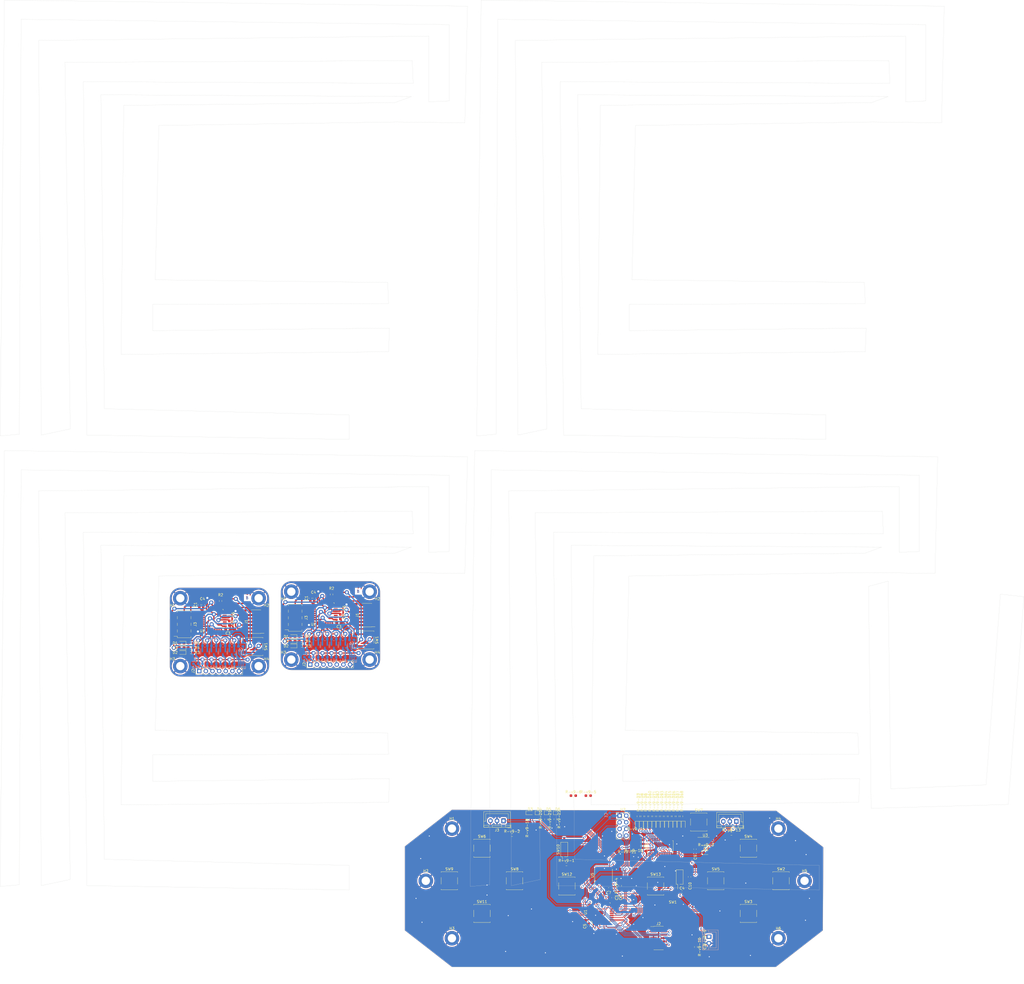
<source format=kicad_pcb>
(kicad_pcb (version 20221018) (generator pcbnew)
  (layers (0 "F.Cu" signal) (31 "B.Cu" signal) (34 "B.Paste" user) (35 "F.Paste" user) (36 "B.SilkS" user "B.Silkscreen") (37 "F.SilkS" user "F.Silkscreen") (38 "B.Mask" user) (39 "F.Mask" user) (44 "Edge.Cuts" user))
  (net 0 "")
  (net 1 "POWER-v9-_CHECK-v9-")
  (net 2 "GND-v9-")
  (net 3 "L-v9-i-ion-v9-")
  (net 4 "Net-(U3-BP)-v9-")
  (net 5 "Glob_Alim-v9-")
  (net 6 "Net-(D2-A)-v9-")
  (net 7 "Net-(D3-K)-v9-")
  (net 8 "Net-(D3-A)-v9-")
  (net 9 "Net-(D4-K)-v9-")
  (net 10 "Net-(D4-A)-v9-")
  (net 11 "Net-(D5-K)-v9-")
  (net 12 "Net-(D5-A)-v9-")
  (net 13 "Net-(D6-K)-v9-")
  (net 14 "Net-(D6-A)-v9-")
  (net 15 "Net-(D7-K)-v9-")
  (net 16 "Net-(D7-A)-v9-")
  (net 17 "Net-(D8-K)-v9-")
  (net 18 "Net-(D8-A)-v9-")
  (net 19 "Net-(D9-K)-v9-")
  (net 20 "Net-(D9-A)-v9-")
  (net 21 "Net-(D10-K)-v9-")
  (net 22 "Net-(D10-A)-v9-")
  (net 23 "Net-(D11-K)-v9-")
  (net 24 "Net-(D11-A)-v9-")
  (net 25 "Net-(D12-K)-v9-")
  (net 26 "Net-(D12-A)-v9-")
  (net 27 "Net-(D13-K)-v9-")
  (net 28 "Net-(D13-A)-v9-")
  (net 29 "Net-(D14-K)-v9-")
  (net 30 "Net-(D14-A)-v9-")
  (net 31 "Net-(D15-K)-v9-")
  (net 32 "Net-(D15-A)-v9-")
  (net 33 "Net-(D16-K)-v9-")
  (net 34 "Net-(D16-A)-v9-")
  (net 35 "Net-(D17-K)-v9-")
  (net 36 "Net-(D17-A)-v9-")
  (net 37 "Net-(D18-K)-v9-")
  (net 38 "Net-(D18-A)-v9-")
  (net 41 "SWDIO-v9-")
  (net 42 "SWDCK-v9-")
  (net 46 "R-v9-eset_Buton -v9-")
  (net 47 "USAR-v9-T2_R-v9-X-v9-")
  (net 48 "USAR-v9-T2_TX-v9-")
  (net 49 "NES{slash}SNES_switcher-v9-")
  (net 50 "R-v9-")
  (net 51 "A_Button-v9-")
  (net 52 "B_Button-v9-")
  (net 53 "X_Button-v9-")
  (net 54 "Y_Button-v9-")
  (net 55 "UC_Button-v9-")
  (net 56 "L-v9-C_Button-v9-")
  (net 57 "DIODE_SDA-v9-")
  (net 58 "R-v9-C_Button")
  (net 59 "L-v9-")
  (net 60 "DIODE_CL-v9-K")
  (net 61 "DC_Button-v9-")
  (net 62 "DIODE_OE-v9-")
  (net 63 "ST_Button-v9-")
  (net 64 "SE_Button-v9-")
  (net 65 "Order_Search-v9-")
  (net 66 "R-v9-X{slash}TX")
  (net 67 "Net-(C7-Pad1)-v9-")
  (net 68 "Pin_Clock-v9-")
  (net 69 "Digital_Out_Put-v9-")
  (net 70 "MOSI-v9-")
  (net 71 "GPIO_EX_CL-v9-K")
  (net 74 "GPIO_EX_SER-v9-IAL-v9-_DATA")
  (net 75 "Net-(U3-IN)-v9-")
  (net 76 "CSN_nR-v9-F24")
  (net 86 "+5V-v18-")
  (net 87 "GND-v18-")
  (net 88 "+3.3V-v18-")
  (net 89 "Net-(D1-K)-v18-")
  (net 91 "Net-(D3-K)-v18-")
  (net 92 "Status_LED-v18-")
  (net 93 "Data_Clock_SNES-v18-")
  (net 94 "Data_Latch_SNES-v18-")
  (net 95 "Net-(D2-K)-v18-")
  (net 96 "Serial_Data1_SNES-v18-")
  (net 97 "Serial_Data2_SNES-v18-")
  (net 98 "SPI_Chip_Select-v18-")
  (net 99 "Chip_Enable-v18-")
  (net 100 "SPI_Digital_Input-v18-")
  (net 101 "SPI_Clock-v18-")
  (net 102 "SPI_Digital_Output-v18-")
  (net 103 "IOBit_SNES-v18-")
  (net 104 "Data_Clock_STM32-v18-")
  (net 105 "Data_Latch_STM32-v18-")
  (net 106 "Appairing_Btn-v18-")
  (net 107 "Net-(U2-BP)-v18-")
  (net 108 "SWDIO-v18-")
  (net 109 "SWDCK-v18-")
  (net 112 "NRST-v18-")
  (net 113 "USART2_RX-v18-")
  (net 114 "USART2_TX-v18-")
  (net 115 "Serial_Data1_STM32-v18-")
  (net 116 "IOBit_STM32-v18-")
  (net 117 "Serial_Data2_STM32-v18-")
  (net 131 "+5V-v19-")
  (net 132 "GND-v19-")
  (net 133 "+3.3V-v19-")
  (net 134 "Net-(D1-K)-v19-")
  (net 136 "Net-(D3-K)-v19-")
  (net 137 "Status_LED-v19-")
  (net 138 "Data_Clock_SNES-v19-")
  (net 139 "Data_Latch_SNES-v19-")
  (net 140 "Net-(D2-K)-v19-")
  (net 141 "Serial_Data1_SNES-v19-")
  (net 142 "Serial_Data2_SNES-v19-")
  (net 143 "SPI_Chip_Select-v19-")
  (net 144 "Chip_Enable-v19-")
  (net 145 "SPI_Digital_Input-v19-")
  (net 146 "SPI_Clock-v19-")
  (net 147 "SPI_Digital_Output-v19-")
  (net 148 "IOBit_SNES-v19-")
  (net 149 "Data_Clock_STM32-v19-")
  (net 150 "Data_Latch_STM32-v19-")
  (net 151 "Appairing_Btn-v19-")
  (net 152 "Net-(U2-BP)-v19-")
  (net 153 "SWDIO-v19-")
  (net 154 "SWDCK-v19-")
  (net 157 "NRST-v19-")
  (net 158 "USART2_RX-v19-")
  (net 159 "USART2_TX-v19-")
  (net 160 "Serial_Data1_STM32-v19-")
  (net 161 "IOBit_STM32-v19-")
  (net 162 "Serial_Data2_STM32-v19-")
  (footprint "R-v9-esistor_SMD:R-v9-_0603_1608Metric_Pad0.98x0.95mm_HandSolder" (layer "F.Cu") (at 220.7375 305.849994)
    (fp_text reference "R-v9-6")
    (fp_text value "1K")
  )
  (footprint "R-v9-esistor_SMD:R-v9-_0603_1608Metric_Pad0.98x0.95mm_HandSolder" (layer "F.Cu") (at 248.65 313.762494 90)
    (fp_text reference "R-v9-25")
    (fp_text value "1K")
  )
  (footprint "MountingHole:MountingHole_3.2mm_M3_DIN965_Pad" (layer "F.Cu") (at 174.25 360.449994)
    (fp_text reference "H3")
    (fp_text value "MountingHole_Pad")
  )
  (footprint "Connector_JST:JST_XH_B3B-XH-A_1x03_P2.50mm_Vertical" (layer "F.Cu") (at 283.154 315.711994 180)
    (fp_text reference "J4")
    (fp_text value "Conn_01x03")
  )
  (footprint "L-v9-ED_SMD:L-v9-ED_0603_1608Metric_Pad1.05x0.95mm_HandSolder" (layer "F.Cu") (at 207.75 312.449994)
    (fp_text reference "D4")
    (fp_text value "G2")
  )
  (footprint "R-v9-esistor_SMD:R-v9-_0603_1608Metric_Pad0.98x0.95mm_HandSolder" (layer "F.Cu") (at 206.775 314.949994 -90)
    (fp_text reference "R-v9-20")
    (fp_text value "1K")
  )
  (footprint "Capacitor_SMD:C_0603_1608Metric_Pad1.08x0.95mm_HandSolder" (layer "F.Cu") (at 131.0025 239.69)
    (fp_text reference "C3")
    (fp_text value "100n")
  )
  (footprint "R-v9-esistor_SMD:R-v9-_0603_1608Metric_Pad0.98x0.95mm_HandSolder" (layer "F.Cu") (at 213.85 314.874994 -90)
    (fp_text reference "R-v9-22")
    (fp_text value "1K")
  )
  (footprint "L-v9-ED_SMD:L-v9-ED_0603_1608Metric_Pad1.05x0.95mm_HandSolder" (layer "F.Cu") (at 261.225 317.249994 -90)
    (fp_text reference "D17")
    (fp_text value "R-v9-3")
  )
  (footprint "Capacitor_SMD:C_0603_1608Metric_Pad1.08x0.95mm_HandSolder" (layer "F.Cu") (at 234.25 341.649994 180)
    (fp_text reference "C7")
    (fp_text value "100µF")
  )
  (footprint "Button_Switch_SMD:SW_SPST_B3S-1000" (layer "F.Cu") (at 252.25 340.449994)
    (fp_text reference "SW13")
    (fp_text value "SW_Push")
  )
  (footprint "Button_Switch_SMD:SW_SPST_B3S-1000" (layer "F.Cu") (at 218.25 340.449994)
    (fp_text reference "SW12")
    (fp_text value "SW_Push")
  )
  (footprint "R-v9-esistor_SMD:R-v9-_0603_1608Metric_Pad0.98x0.95mm_HandSolder" (layer "F.Cu") (at 203.275 314.924994 -90)
    (fp_text reference "R-v9-18")
    (fp_text value "1K")
  )
  (footprint "Diode_SMD:D_0603_1608Metric_Pad1.05x0.95mm_HandSolder" (layer "F.Cu") (at 113.26875 248.55 180)
    (fp_text reference "D2")
    (fp_text value "LED_Small")
  )
  (footprint "Capacitor_SMD:C_0603_1608Metric_Pad1.08x0.95mm_HandSolder" (layer "F.Cu") (at 88.5025 242.19)
    (fp_text reference "C3")
    (fp_text value "100n")
  )
  (footprint "R-v9-esistor_SMD:R-v9-_0603_1608Metric_Pad0.98x0.95mm_HandSolder" (layer "F.Cu") (at 246.618 325.871994)
    (fp_text reference "R-v9-14")
    (fp_text value "10K")
  )
  (footprint "Capacitor_SMD:C_0603_1608Metric_Pad1.08x0.95mm_HandSolder" (layer "F.Cu") (at 89.01 236.5 90)
    (fp_text reference "C5")
    (fp_text value "100n")
  )
  (footprint "L-v9-ED_SMD:L-v9-ED_0603_1608Metric_Pad1.05x0.95mm_HandSolder" (layer "F.Cu") (at 262.85 317.249994 -90)
    (fp_text reference "D18")
    (fp_text value "R-v9-4")
  )
  (footprint "Button_Switch_SMD:SW_SPST_B3S-1000" (layer "F.Cu") (at 98.75 248.75 180)
    (fp_text reference "SW1")
    (fp_text value "SW_SPST")
  )
  (footprint "Resistor_SMD:R_0603_1608Metric_Pad0.98x0.95mm_HandSolder" (layer "F.Cu") (at 74.26875 251.05)
    (fp_text reference "R3")
    (fp_text value "1k")
  )
  (footprint "R-v9-esistor_SMD:R-v9-_0603_1608Metric_Pad0.98x0.95mm_HandSolder" (layer "F.Cu") (at 256.15 313.762494 90)
    (fp_text reference "R-v9-30")
    (fp_text value "1K")
  )
  (footprint "R-v9-esistor_SMD:R-v9-_0603_1608Metric_Pad0.98x0.95mm_HandSolder" (layer "F.Cu") (at 257.65 313.762494 90)
    (fp_text reference "R-v9-31")
    (fp_text value "1K")
  )
  (footprint "Capacitor_SMD:C_0603_1608Metric_Pad1.08x0.95mm_HandSolder" (layer "F.Cu") (at 269.65 363.787494 -90)
    (fp_text reference "C2")
    (fp_text value "1nF")
  )
  (footprint "Resistor_SMD:R_0603_1608Metric_Pad0.98x0.95mm_HandSolder" (layer "F.Cu") (at 116.76875 244.95)
    (fp_text reference "R1")
    (fp_text value "1k")
  )
  (footprint "L-v9-ED_SMD:L-v9-ED_0603_1608Metric_Pad1.05x0.95mm_HandSolder" (layer "F.Cu") (at 246.775 317.274994 -90)
    (fp_text reference "D8")
    (fp_text value "G6")
  )
  (footprint "Capacitor_SMD:C_0603_1608Metric_Pad1.08x0.95mm_HandSolder" (layer "F.Cu") (at 77.55 232.75 90)
    (fp_text reference "C1")
    (fp_text value "10u")
  )
  (footprint "R-v9-esistor_SMD:R-v9-_0603_1608Metric_Pad0.98x0.95mm_HandSolder" (layer "F.Cu") (at 197.25 320.949994)
    (fp_text reference "R-v9-2")
    (fp_text value "1K")
  )
  (footprint "Capacitor_SMD:C_0603_1608Metric_Pad1.08x0.95mm_HandSolder" (layer "F.Cu") (at 89.01 239.8025 90)
    (fp_text reference "C2")
    (fp_text value "100n")
  )
  (footprint "L-v9-ED_SMD:L-v9-ED_0603_1608Metric_Pad1.05x0.95mm_HandSolder" (layer "F.Cu") (at 251.575 317.274994 -90)
    (fp_text reference "D11")
    (fp_text value "O1")
  )
  (footprint "MountingHole:MountingHole_3.2mm_M3_DIN965_Pad" (layer "F.Cu") (at 112.75 253.75)
    (fp_text reference "H3")
    (fp_text value "MountingHole_Pad")
  )
  (footprint "R-v9-esistor_SMD:R-v9-_0603_1608Metric_Pad0.98x0.95mm_HandSolder" (layer "F.Cu") (at 247.15 313.762494 90)
    (fp_text reference "R-v9-24")
    (fp_text value "1K")
  )
  (footprint "Button_Switch_SMD:SW_SPST_B3S-1000" (layer "F.Cu") (at 185.75 325.949994)
    (fp_text reference "SW6")
    (fp_text value "SW_Push")
  )
  (footprint "MountingHole:MountingHole_3.2mm_M3_DIN965_Pad" (layer "F.Cu") (at 299.25 318.449994)
    (fp_text reference "H4")
    (fp_text value "MountingHole_Pad")
  )
  (footprint "Connector_JST:JST_XH_B3B-XH-A_1x03_P2.50mm_Vertical" (layer "F.Cu") (at 194 315.474994 180)
    (fp_text reference "J3")
    (fp_text value "Conn_01x03")
  )
  (footprint "Package_SO:TSSOP-28_4.4x9.7mm_P0.65mm" (layer "F.Cu") (at 253.984 325.363994 90)
    (fp_text reference "U4")
    (fp_text value "PCA9685PW")
  )
  (footprint "Diode_SMD:D_0603_1608Metric_Pad1.05x0.95mm_HandSolder" (layer "F.Cu") (at 113.26875 244.95 180)
    (fp_text reference "D1")
    (fp_text value "LED_Small")
  )
  (footprint "Package_QFP:LQFP-32_7x7mm_P0.8mm" (layer "F.Cu") (at 125.6 235.65 180)
    (fp_text reference "U1")
    (fp_text value "STM32L412KBTx")
  )
  (footprint "Connector_PinHeader_1.27mm:PinHeader_2x07_P1.27mm_Vertical_SMD" (layer "F.Cu") (at 99.25 239.25 180)
    (fp_text reference "J1")
    (fp_text value "Conn_02x07_Odd_Even")
  )
  (footprint "R-v9-esistor_SMD:R-v9-_0603_1608Metric_Pad0.98x0.95mm_HandSolder" (layer "F.Cu") (at 281.25 320.449994)
    (fp_text reference "R-v9-13")
    (fp_text value "1K")
  )
  (footprint "MountingHole:MountingHole_3.2mm_M3_DIN965_Pad" (layer "F.Cu") (at 164.25 338.449994)
    (fp_text reference "H2")
    (fp_text value "MountingHole_Pad")
  )
  (footprint "Diode_SMD:D_0603_1608Metric_Pad1.05x0.95mm_HandSolder" (layer "F.Cu") (at 70.76875 249.25 180)
    (fp_text reference "D3")
    (fp_text value "LED")
  )
  (footprint "Package_SO:MSOP-8_3x3mm_P0.65mm" (layer "F.Cu") (at 271.25 323.449994)
    (fp_text reference "U3")
    (fp_text value "MIC5219-3.3YMM")
  )
  (footprint "Connector_PinHeader_2.54mm:PinHeader_2x04_P2.54mm_Vertical" (layer "F.Cu") (at 238.45 313.509994)
    (fp_text reference "U2")
    (fp_text value "nR-v9-F24_Full")
  )
  (footprint "Capacitor_SMD:C_0603_1608Metric_Pad1.08x0.95mm_HandSolder" (layer "F.Cu") (at 120.05 230.25 90)
    (fp_text reference "C1")
    (fp_text value "10u")
  )
  (footprint "Diode_SMD:D_0603_1608Metric_Pad1.05x0.95mm_HandSolder" (layer "F.Cu") (at 70.76875 251.05 180)
    (fp_text reference "D2")
    (fp_text value "LED_Small")
  )
  (footprint "Capacitor_SMD:C_0603_1608Metric_Pad1.08x0.95mm_HandSolder" (layer "F.Cu") (at 237.474 344.921994 -90)
    (fp_text reference "C6")
    (fp_text value "10u")
  )
  (footprint "R-v9-esistor_SMD:R-v9-_0603_1608Metric_Pad0.98x0.95mm_HandSolder" (layer "F.Cu") (at 218.1 332.149994)
    (fp_text reference "R-v9-1")
    (fp_text value "1K")
  )
  (footprint "MountingHole:MountingHole_3.2mm_M3_DIN965_Pad" (layer "F.Cu") (at 299.25 360.449994)
    (fp_text reference "H6")
    (fp_text value "MountingHole_Pad")
  )
  (footprint "Capacitor_SMD:C_0603_1608Metric_Pad1.08x0.95mm_HandSolder" (layer "F.Cu") (at 121.55 230.25 90)
    (fp_text reference "C4")
    (fp_text value "100n")
  )
  (footprint "Package_QFP:L-v9-QFP-32_7x7mm_P0.8mm" (layer "F.Cu") (at 231.25 350.449994 90)
    (fp_text reference "U1")
    (fp_text value "STM32L-v9-412KBTx")
  )
  (footprint "Button_Switch_SMD:SW_SPST_B3S-1000" (layer "F.Cu") (at 268.75 315.949994)
    (fp_text reference "SW7")
    (fp_text value "SW_SPST")
  )
  (footprint "MountingHole:MountingHole_3.2mm_M3_DIN965_Pad" (layer "F.Cu") (at 100.25 256.25)
    (fp_text reference "H4")
    (fp_text value "MountingHole_Pad")
  )
  (footprint "Button_Switch_SMD:SW_SPST_B3S-1000" (layer "F.Cu") (at 198.25 338.449994)
    (fp_text reference "SW8")
    (fp_text value "SW_Push")
  )
  (footprint "Resistor_SMD:R_0603_1608Metric_Pad0.98x0.95mm_HandSolder" (layer "F.Cu") (at 85.67 231.32 90)
    (fp_text reference "R2")
    (fp_text value "10k")
  )
  (footprint "MountingHole:MountingHole_3.2mm_M3_DIN965_Pad" (layer "F.Cu") (at 142.75 253.75)
    (fp_text reference "H4")
    (fp_text value "MountingHole_Pad")
  )
  (footprint "R-v9-esistor_SMD:R-v9-_0603_1608Metric_Pad0.98x0.95mm_HandSolder" (layer "F.Cu") (at 260.65 313.762494 90)
    (fp_text reference "R-v9-33")
    (fp_text value "1K")
  )
  (footprint "L-v9-ED_SMD:L-v9-ED_0603_1608Metric_Pad1.05x0.95mm_HandSolder" (layer "F.Cu") (at 211.25 312.449994)
    (fp_text reference "D5")
    (fp_text value "G3")
  )
  (footprint "L-v9-ED_SMD:L-v9-ED_0603_1608Metric_Pad1.05x0.95mm_HandSolder" (layer "F.Cu") (at 253.2 317.262494 -90)
    (fp_text reference "D12")
    (fp_text value "O2")
  )
  (footprint "Diode_SMD:D_0603_1608Metric_Pad1.05x0.95mm_HandSolder" (layer "F.Cu") (at 113.26875 246.75 180)
    (fp_text reference "D3")
    (fp_text value "LED")
  )
  (footprint "Connector_PinHeader_2.54mm:PinHeader_1x07_P2.54mm_Vertical" (layer "F.Cu") (at 120 255.65 90)
    (fp_text reference "J2")
    (fp_text value "Conn_01x07_Socket")
  )
  (footprint "L-v9-ED_SMD:L-v9-ED_0603_1608Metric_Pad1.05x0.95mm_HandSolder" (layer "F.Cu") (at 248.375 317.274994 -90)
    (fp_text reference "D9")
    (fp_text value "G7")
  )
  (footprint "R-v9-esistor_SMD:R-v9-_0603_1608Metric_Pad0.98x0.95mm_HandSolder" (layer "F.Cu") (at 250.15 313.762494 90)
    (fp_text reference "R-v9-26")
    (fp_text value "1K")
  )
  (footprint "Connector_PinHeader_1.27mm:PinHeader_2x07_P1.27mm_Vertical_SMD" (layer "F.Cu") (at 141.75 236.75 180)
    (fp_text reference "J1")
    (fp_text value "Conn_02x07_Odd_Even")
  )
  (footprint "R-v9-esistor_SMD:R-v9-_0603_1608Metric_Pad0.98x0.95mm_HandSolder" (layer "F.Cu") (at 259.15 313.762494 90)
    (fp_text reference "R-v9-32")
    (fp_text value "1K")
  )
  (footprint "R-v9-esistor_SMD:R-v9-_0603_1608Metric_Pad0.98x0.95mm_HandSolder" (layer "F.Cu") (at 245.65 313.762494 90)
    (fp_text reference "R-v9-23")
    (fp_text value "1K")
  )
  (footprint "L-v9-ED_SMD:L-v9-ED_0603_1608Metric_Pad1.05x0.95mm_HandSolder" (layer "F.Cu") (at 214.75 312.449994)
    (fp_text reference "D6")
    (fp_text value "G4")
  )
  (footprint "MountingHole:MountingHole_3.2mm_M3_DIN965_Pad" (layer "F.Cu") (at 174.25 318.449994)
    (fp_text reference "H1")
    (fp_text value "MountingHole_Pad")
  )
  (footprint "Connector_PinSocket_2.54mm:PinSocket_2x04_P2.54mm_Vertical_SMD" (layer "F.Cu") (at 71.75 240.25 180)
    (fp_text reference "J3")
    (fp_text value "Conn_01x08_Socket")
  )
  (footprint "Button_Switch_SMD:SW_SPST_B3S-1000" (layer "F.Cu") (at 287.75 350.949994)
    (fp_text reference "SW3")
    (fp_text value "SW_Push")
  )
  (footprint "Button_Switch_SMD:SW_SPST_B3S-1000" (layer "F.Cu") (at 185.75 350.949994)
    (fp_text reference "SW11")
    (fp_text value "SW_Push")
  )
  (footprint "Connector_PinHeader_2.54mm:PinHeader_1x07_P2.54mm_Vertical" (layer "F.Cu") (at 77.5 258.15 90)
    (fp_text reference "J2")
    (fp_text value "Conn_01x07_Socket")
  )
  (footprint "R-v9-esistor_SMD:R-v9-_0603_1608Metric_Pad0.98x0.95mm_HandSolder" (layer "F.Cu") (at 269.65 360.249994 -90)
    (fp_text reference "R-v9-9")
    (fp_text value "1M")
  )
  (footprint "R-v9-esistor_SMD:R-v9-_0603_1608Metric_Pad0.98x0.95mm_HandSolder" (layer "F.Cu") (at 267.65 363.787494 -90)
    (fp_text reference "R-v9-10")
    (fp_text value "1M")
  )
  (footprint "L-v9-ED_SMD:L-v9-ED_0603_1608Metric_Pad1.05x0.95mm_HandSolder" (layer "F.Cu") (at 256.425 317.249994 -90)
    (fp_text reference "D14")
    (fp_text value "O4")
  )
  (footprint "Capacitor_SMD:C_0603_1608Metric_Pad1.08x0.95mm_HandSolder" (layer "F.Cu") (at 79.05 232.75 90)
    (fp_text reference "C4")
    (fp_text value "100n")
  )
  (footprint "Resistor_SMD:R_0603_1608Metric_Pad0.98x0.95mm_HandSolder" (layer "F.Cu") (at 128.17 228.82 90)
    (fp_text reference "R2")
    (fp_text value "10k")
  )
  (footprint "Package_SO:SSOP-20_4.4x6.5mm_P0.65mm" (layer "F.Cu") (at 232.325 336.349994 90)
    (fp_text reference "U5")
    (fp_text value "PCF8574TS")
  )
  (footprint "Capacitor_SMD:C_0603_1608Metric_Pad1.08x0.95mm_HandSolder" (layer "F.Cu") (at 235.95 344.921994 -90)
    (fp_text reference "C3")
    (fp_text value "100n")
  )
  (footprint "Button_Switch_SMD:SW_SPST_B3S-1000" (layer "F.Cu") (at 141.25 246.25 180)
    (fp_text reference "SW1")
    (fp_text value "SW_SPST")
  )
  (footprint "Button_Switch_SMD:SW_DIP_SPSTx01_Slide_Copal_CHS-01B_W7.62mm_P1.27mm" (layer "F.Cu") (at 261.42 337.019994 90)
    (fp_text reference "SW1")
    (fp_text value "SW_DIP_x01")
  )
  (footprint "MountingHole:MountingHole_3.2mm_M3_DIN965_Pad" (layer "F.Cu") (at 100.25 230.25)
    (fp_text reference "H2")
    (fp_text value "MountingHole_Pad")
  )
  (footprint "MountingHole:MountingHole_3.2mm_M3_DIN965_Pad" (layer "F.Cu") (at 309.25 338.449994)
    (fp_text reference "H5")
    (fp_text value "MountingHole_Pad")
  )
  (footprint "MountingHole:MountingHole_3.2mm_M3_DIN965_Pad" (layer "F.Cu") (at 112.75 227.75)
    (fp_text reference "H1")
    (fp_text value "MountingHole_Pad")
  )
  (footprint "L-v9-ED_SMD:L-v9-ED_0603_1608Metric_Pad1.05x0.95mm_HandSolder" (layer "F.Cu") (at 258.025 317.249994 -90)
    (fp_text reference "D15")
    (fp_text value "R-v9-1")
  )
  (footprint "L-v9-ED_SMD:L-v9-ED_0603_1608Metric_Pad1.05x0.95mm_HandSolder" (layer "F.Cu") (at 245.175 317.274994 -90)
    (fp_text reference "D7")
    (fp_text value "G5")
  )
  (footprint "Capacitor_SMD:C_0603_1608Metric_Pad1.08x0.95mm_HandSolder" (layer "F.Cu") (at 226.552 355.843994 90)
    (fp_text reference "C5")
    (fp_text value "100n")
  )
  (footprint "Capacitor_SMD:C_0603_1608Metric_Pad1.08x0.95mm_HandSolder" (layer "F.Cu") (at 267.3 326.349994 -90)
    (fp_text reference "C9")
    (fp_text value "470p")
  )
  (footprint "Capacitor_SMD:C_0603_1608Metric_Pad1.08x0.95mm_HandSolder" (layer "F.Cu") (at 131.51 234 90)
    (fp_text reference "C5")
    (fp_text value "100n")
  )
  (footprint "R-v9-esistor_SMD:R-v9-_0603_1608Metric_Pad0.98x0.95mm_HandSolder" (layer "F.Cu") (at 238.65 340.337494 90)
    (fp_text reference "R-v9-4")
    (fp_text value "10k")
  )
  (footprint "Resistor_SMD:R_0603_1608Metric_Pad0.98x0.95mm_HandSolder" (layer "F.Cu") (at 74.26875 247.45)
    (fp_text reference "R1")
    (fp_text value "1k")
  )
  (footprint "Resistor_SMD:R_0603_1608Metric_Pad0.98x0.95mm_HandSolder" (layer "F.Cu") (at 116.76875 246.75)
    (fp_text reference "R4")
    (fp_text value "1k")
  )
  (footprint "R-v9-esistor_SMD:R-v9-_0603_1608Metric_Pad0.98x0.95mm_HandSolder" (layer "F.Cu") (at 246.618 322.823994 180)
    (fp_text reference "R-v9-16")
    (fp_text value "10K")
  )
  (footprint "MountingHole:MountingHole_3.2mm_M3_DIN965_Pad" (layer "F.Cu") (at 70.25 256.25)
    (fp_text reference "H3")
    (fp_text value "MountingHole_Pad")
  )
  (footprint "Capacitor_SMD:C_0603_1608Metric_Pad1.08x0.95mm_HandSolder" (layer "F.Cu") (at 265.245 336.932494 -90)
    (fp_text reference "C10")
    (fp_text value "100nF")
  )
  (footprint "Connector_PinSocket_2.54mm:PinSocket_2x04_P2.54mm_Vertical_SMD" (layer "F.Cu") (at 114.25 237.75 180)
    (fp_text reference "J3")
    (fp_text value "Conn_01x08_Socket")
  )
  (footprint "R-v9-esistor_SMD:R-v9-_0603_1608Metric_Pad0.98x0.95mm_HandSolder" (layer "F.Cu") (at 271.51 326.125994)
    (fp_text reference "R-v9-3")
    (fp_text value "1K")
  )
  (footprint "Resistor_SMD:R_0603_1608Metric_Pad0.98x0.95mm_HandSolder" (layer "F.Cu") (at 116.76875 248.55)
    (fp_text reference "R3")
    (fp_text value "1k")
  )
  (footprint "Resistor_SMD:R_0603_1608Metric_Pad0.98x0.95mm_HandSolder" (layer "F.Cu") (at 74.26875 249.25)
    (fp_text reference "R4")
    (fp_text value "1k")
  )
  (footprint "Capacitor_SMD:C_0603_1608Metric_Pad1.08x0.95mm_HandSolder" (layer "F.Cu") (at 262.345 342.719994)
    (fp_text reference "C4")
    (fp_text value "1u")
  )
  (footprint "Diode_SMD:D_0603_1608Metric_Pad1.05x0.95mm_HandSolder" (layer "F.Cu") (at 70.76875 247.45 180)
    (fp_text reference "D1")
    (fp_text value "LED_Small")
  )
  (footprint "L-v9-ED_SMD:L-v9-ED_0603_1608Metric_Pad1.05x0.95mm_HandSolder" (layer "F.Cu") (at 249.975 317.274994 -90)
    (fp_text reference "D10")
    (fp_text value "G8")
  )
  (footprint "R-v9-esistor_SMD:R-v9-_0603_1608Metric_Pad0.98x0.95mm_HandSolder" (layer "F.Cu") (at 262.15 313.762494 90)
    (fp_text reference "R-v9-34")
    (fp_text value "1K")
  )
  (footprint "MountingHole:MountingHole_3.2mm_M3_DIN965_Pad" (layer "F.Cu") (at 70.25 230.25)
    (fp_text reference "H1")
    (fp_text value "MountingHole_Pad")
  )
  (footprint "L-v9-ED_SMD:L-v9-ED_0603_1608Metric_Pad1.05x0.95mm_HandSolder" (layer "F.Cu") (at 259.625 317.249994 -90)
    (fp_text reference "D16")
    (fp_text value "R-v9-2")
  )
  (footprint "L-v9-ED_SMD:L-v9-ED_0603_1608Metric_Pad1.05x0.95mm_HandSolder" (layer "F.Cu") (at 271.51 327.649994)
    (fp_text reference "D2")
    (fp_text value "L-v9-ED_Small")
  )
  (footprint "R-v9-esistor_SMD:R-v9-_0603_1608Metric_Pad0.98x0.95mm_HandSolder" (layer "F.Cu") (at 253.15 313.762494 90)
    (fp_text reference "R-v9-28")
    (fp_text value "1K")
  )
  (footprint "R-v9-esistor_SMD:R-v9-_0603_1608Metric_Pad0.98x0.95mm_HandSolder" (layer "F.Cu") (at 210.3 314.924994 -90)
    (fp_text reference "R-v9-21")
    (fp_text value "1K")
  )
  (footprint "L-v9-ED_SMD:L-v9-ED_0603_1608Metric_Pad1.05x0.95mm_HandSolder" (layer "F.Cu") (at 254.825 317.249994 -90)
    (fp_text reference "D13")
    (fp_text value "O3")
  )
  (footprint "Button_Switch_SMD:SW_DIP_SPSTx01_Slide_Copal_CHS-01B_W7.62mm_P1.27mm" (layer "F.Cu") (at 217.25 326.449994 90)
    (fp_text reference "SW10")
    (fp_text value "SW_DIP_x01")
  )
  (footprint "R-v9-esistor_SMD:R-v9-_0603_1608Metric_Pad0.98x0.95mm_HandSolder" (layer "F.Cu") (at 246.618 324.347994 180)
    (fp_text reference "R-v9-11")
    (fp_text value "10K")
  )
  (footprint "Package_QFP:LQFP-32_7x7mm_P0.8mm" (layer "F.Cu") (at 83.1 238.15 180)
    (fp_text reference "U1")
    (fp_text value "STM32L412KBTx")
  )
  (footprint "L-v9-ED_SMD:L-v9-ED_0603_1608Metric_Pad1.05x0.95mm_HandSolder" (layer "F.Cu") (at 204.25 312.449994)
    (fp_text reference "D3")
    (fp_text value "G1")
  )
  (footprint "Button_Switch_SMD:SW_SPST_B3S-1000" (layer "F.Cu") (at 300.25 338.449994)
    (fp_text reference "SW2")
    (fp_text value "SW_Push")
  )
  (footprint "R-v9-esistor_SMD:R-v9-_0603_1608Metric_Pad0.98x0.95mm_HandSolder" (layer "F.Cu") (at 226.45 305.849994)
    (fp_text reference "R-v9-5")
    (fp_text value "1K")
  )
  (footprint "R-v9-esistor_SMD:R-v9-_0603_1608Metric_Pad0.98x0.95mm_HandSolder" (layer "F.Cu") (at 251.65 313.762494 90)
    (fp_text reference "R-v9-27")
    (fp_text value "1K")
  )
  (footprint "Capacitor_SMD:C_0603_1608Metric_Pad1.08x0.95mm_HandSolder" (layer "F.Cu") (at 131.51 237.3025 90)
    (fp_text reference "C2")
    (fp_text value "100n")
  )
  (footprint "Connector_PinHeader_1.27mm:PinHeader_2x07_P1.27mm_Vertical_SMD" (layer "F.Cu") (at 253.375 360.389994)
    (fp_text reference "J2")
    (fp_text value "Conn_02x07_Odd_Even")
  )
  (footprint "Button_Switch_SMD:SW_SPST_B3S-1000" (layer "F.Cu") (at 275.25 338.449994)
    (fp_text reference "SW5")
    (fp_text value "SW_Push")
  )
  (footprint "MountingHole:MountingHole_3.2mm_M3_DIN965_Pad" (layer "F.Cu") (at 142.75 227.75)
    (fp_text reference "H2")
    (fp_text value "MountingHole_Pad")
  )
  (footprint "R-v9-esistor_SMD:R-v9-_0603_1608Metric_Pad0.98x0.95mm_HandSolder" (layer "F.Cu") (at 254.65 313.762494 90)
    (fp_text reference "R-v9-29")
    (fp_text value "1K")
  )
  (footprint "Button_Switch_SMD:SW_SPST_B3S-1000" (layer "F.Cu") (at 287.75 325.949994)
    (fp_text reference "SW4")
    (fp_text value "SW_Push")
  )
  (footprint "Button_Switch_SMD:SW_SPST_B3S-1000" (layer "F.Cu") (at 173.25 338.449994)
    (fp_text reference "SW9")
    (fp_text value "SW_Push")
  )
  (footprint "Package_SO:MSOP-8_3x3mm_P0.65mm" (layer "B.Cu") (at 136.0125 250.4 -90)
    (fp_text reference "U2")
    (fp_text value "MIC5219-3.3YMM")
  )
  (footprint "Package_TO_SOT_SMD:SOT-23" (layer "B.Cu") (at 122.15 248.65 -90)
    (fp_text reference "Q2")
    (fp_text value "2N7002")
  )
  (footprint "Resistor_SMD:R_0603_1608Metric_Pad0.98x0.95mm_HandSolder" (layer "B.Cu") (at 132.5 252.85)
    (fp_text reference "R14")
    (fp_text value "10k")
  )
  (footprint "Capacitor_SMD:C_0603_1608Metric_Pad1.08x0.95mm_HandSolder" (layer "B.Cu") (at 93.4 247.2 180)
    (fp_text reference "C7")
    (fp_text value "2.2u")
  )
  (footprint "Package_TO_SOT_SMD:SOT-23" (layer "B.Cu") (at 86.55 251.15 -90)
    (fp_text reference "Q4")
    (fp_text value "2N7002")
  )
  (footprint "Resistor_SMD:R_0603_1608Metric_Pad0.98x0.95mm_HandSolder" (layer "B.Cu") (at 79.65 248.45)
    (fp_text reference "R6")
    (fp_text value "10k")
  )
  (footprint "Package_TO_SOT_SMD:SOT-23" (layer "B.Cu") (at 90 251.15 -90)
    (fp_text reference "Q5")
    (fp_text value "2N7002")
  )
  (footprint "Package_TO_SOT_SMD:SOT-23" (layer "B.Cu") (at 83.1 251.15 -90)
    (fp_text reference "Q3")
    (fp_text value "2N7002")
  )
  (footprint "Package_SO:MSOP-8_3x3mm_P0.65mm" (layer "B.Cu") (at 93.5125 252.9 -90)
    (fp_text reference "U2")
    (fp_text value "MIC5219-3.3YMM")
  )
  (footprint "Capacitor_SMD:C_0603_1608Metric_Pad1.08x0.95mm_HandSolder" (layer "B.Cu") (at 234.65 313.312494 -90)
    (fp_text reference "C1")
    (fp_text value "100uF")
  )
  (footprint "Package_TO_SOT_SMD:SOT-23" (layer "B.Cu") (at 129.05 248.65 -90)
    (fp_text reference "Q4")
    (fp_text value "2N7002")
  )
  (footprint "Resistor_SMD:R_0603_1608Metric_Pad0.98x0.95mm_HandSolder" (layer "B.Cu") (at 122.15 252.85)
    (fp_text reference "R11")
    (fp_text value "10k")
  )
  (footprint "Resistor_SMD:R_0603_1608Metric_Pad0.98x0.95mm_HandSolder" (layer "B.Cu") (at 132.5 245.95)
    (fp_text reference "R9")
    (fp_text value "10k")
  )
  (footprint "Resistor_SMD:R_0603_1608Metric_Pad0.98x0.95mm_HandSolder" (layer "B.Cu") (at 129.05 245.95)
    (fp_text reference "R8")
    (fp_text value "10k")
  )
  (footprint "Resistor_SMD:R_0603_1608Metric_Pad0.98x0.95mm_HandSolder" (layer "B.Cu") (at 122.15 245.95)
    (fp_text reference "R6")
    (fp_text value "10k")
  )
  (footprint "Capacitor_SMD:C_0603_1608Metric_Pad1.08x0.95mm_HandSolder" (layer "B.Cu") (at 135.9 246.2 180)
    (fp_text reference "C6")
    (fp_text value "470p")
  )
  (footprint "Capacitor_SMD:C_0603_1608Metric_Pad1.08x0.95mm_HandSolder" (layer "B.Cu") (at 135.9 244.7 180)
    (fp_text reference "C7")
    (fp_text value "2.2u")
  )
  (footprint "Resistor_SMD:R_0603_1608Metric_Pad0.98x0.95mm_HandSolder" (layer "B.Cu") (at 86.55 255.35)
    (fp_text reference "R13")
    (fp_text value "10k")
  )
  (footprint "Resistor_SMD:R_0603_1608Metric_Pad0.98x0.95mm_HandSolder" (layer "B.Cu") (at 83.1 248.45)
    (fp_text reference "R7")
    (fp_text value "10k")
  )
  (footprint "Resistor_SMD:R_0603_1608Metric_Pad0.98x0.95mm_HandSolder" (layer "B.Cu") (at 118.7 245.95)
    (fp_text reference "R5")
    (fp_text value "10k")
  )
  (footprint "Resistor_SMD:R_0603_1608Metric_Pad0.98x0.95mm_HandSolder" (layer "B.Cu") (at 125.6 245.95)
    (fp_text reference "R7")
    (fp_text value "10k")
  )
  (footprint "Package_TO_SOT_SMD:SOT-23" (layer "B.Cu") (at 79.65 251.15 -90)
    (fp_text reference "Q2")
    (fp_text value "2N7002")
  )
  (footprint "Package_TO_SOT_SMD:SOT-23" (layer "B.Cu") (at 132.5 248.65 -90)
    (fp_text reference "Q5")
    (fp_text value "2N7002")
  )
  (footprint "Resistor_SMD:R_0603_1608Metric_Pad0.98x0.95mm_HandSolder" (layer "B.Cu") (at 90 255.35)
    (fp_text reference "R14")
    (fp_text value "10k")
  )
  (footprint "Resistor_SMD:R_0603_1608Metric_Pad0.98x0.95mm_HandSolder" (layer "B.Cu") (at 90 248.45)
    (fp_text reference "R9")
    (fp_text value "10k")
  )
  (footprint "Resistor_SMD:R_0603_1608Metric_Pad0.98x0.95mm_HandSolder" (layer "B.Cu") (at 76.2 248.45)
    (fp_text reference "R5")
    (fp_text value "10k")
  )
  (footprint "Connector_JST:JST_XH_B2B-XH-A_1x02_P2.50mm_Vertical" (layer "B.Cu") (at 272.65 359.849994 -90)
    (fp_text reference "J1")
    (fp_text value "Conn_01x02")
  )
  (footprint "Resistor_SMD:R_0603_1608Metric_Pad0.98x0.95mm_HandSolder" (layer "B.Cu") (at 76.2 255.35)
    (fp_text reference "R10")
    (fp_text value "10k")
  )
  (footprint "Package_TO_SOT_SMD:SOT-23" (layer "B.Cu") (at 125.6 248.65 -90)
    (fp_text reference "Q3")
    (fp_text value "2N7002")
  )
  (footprint "Capacitor_SMD:C_0603_1608Metric_Pad1.08x0.95mm_HandSolder" (layer "B.Cu") (at 93.4 248.7 180)
    (fp_text reference "C6")
    (fp_text value "470p")
  )
  (footprint "Resistor_SMD:R_0603_1608Metric_Pad0.98x0.95mm_HandSolder" (layer "B.Cu") (at 86.55 248.45)
    (fp_text reference "R8")
    (fp_text value "10k")
  )
  (footprint "Resistor_SMD:R_0603_1608Metric_Pad0.98x0.95mm_HandSolder" (layer "B.Cu") (at 79.65 255.35)
    (fp_text reference "R11")
    (fp_text value "10k")
  )
  (footprint "Package_TO_SOT_SMD:SOT-23" (layer "B.Cu") (at 76.2 251.15 -90)
    (fp_text reference "Q1")
    (fp_text value "2N7002")
  )
  (footprint "Resistor_SMD:R_0603_1608Metric_Pad0.98x0.95mm_HandSolder" (layer "B.Cu") (at 118.7 252.85)
    (fp_text reference "R10")
    (fp_text value "10k")
  )
  (footprint "Package_TO_SOT_SMD:SOT-23" (layer "B.Cu") (at 118.7 248.65 -90)
    (fp_text reference "Q1")
    (fp_text value "2N7002")
  )
  (footprint "Resistor_SMD:R_0603_1608Metric_Pad0.98x0.95mm_HandSolder" (layer "B.Cu") (at 83.1 255.35)
    (fp_text reference "R12")
    (fp_text value "10k")
  )
  (footprint "Resistor_SMD:R_0603_1608Metric_Pad0.98x0.95mm_HandSolder" (layer "B.Cu") (at 129.05 252.85)
    (fp_text reference "R13")
    (fp_text value "10k")
  )
  (footprint "Resistor_SMD:R_0603_1608Metric_Pad0.98x0.95mm_HandSolder" (layer "B.Cu") (at 125.6 252.85)
    (fp_text reference "R12")
    (fp_text value "10k")
  )
  (gr_line (start 341.229937 38.18989) (end 334.849937 40.53989) (stroke (width 0.05)) (layer "Edge.Cuts"))
  (gr_line (start 8.639937 167.44989) (end 9.309937 8.63989) (stroke (width 0.05)) (layer "Edge.Cuts"))
  (gr_line (start 316.25 357.449994) (end 298.25 371.449994) (stroke (width 0.1)) (layer "Edge.Cuts"))
  (gr_line (start 159.399937 33.14989) (end 33.149937 32.47989) (stroke (width 0.05)) (layer "Edge.Cuts"))
  (gr_line (start 59.679937 290.25989) (end 149.999937 289.92989) (stroke (width 0.05)) (layer "Edge.Cuts"))
  (gr_line (start 242.179937 117.75989) (end 332.499937 117.42989) (stroke (width 0.05)) (layer "Edge.Cuts"))
  (gr_line (start 199.539937 167.78989) (end 210.619937 165.43989) (stroke (width 0.05)) (layer "Edge.Cuts"))
  (gr_line (start 39.869937 37.50989) (end 158.729937 38.18989) (stroke (width 0.05)) (layer "Edge.Cuts"))
  (gr_line (start 60.679937 280.85989) (end 62.029937 221.76989) (stroke (width 0.05)) (layer "Edge.Cuts"))
  (gr_line (start 353.159937 212.35989) (end 345.439937 212.69989) (stroke (width 0.05)) (layer "Edge.Cuts"))
  (gr_line (start 197.039937 340.28989) (end 208.119937 337.93989) (stroke (width 0.05)) (layer "Edge.Cuts"))
  (gr_line (start 39.869937 210.00989) (end 158.729937 210.68989) (stroke (width 0.05)) (layer "Edge.Cuts"))
  (gr_line (start 332.829937 126.82989) (end 242.179937 127.82989) (stroke (width 0.05)) (layer "Edge.Cuts"))
  (gr_line (start 181.249937 340.62989) (end 188.639937 339.94989) (stroke (width 0.05)) (layer "Edge.Cuts"))
  (gr_line (start 242.029937 221.76989) (end 333.019937 220.41989) (stroke (width 0.05)) (layer "Edge.Cuts"))
  (gr_line (start 332.349937 213.03989) (end 228.599937 214.03989) (stroke (width 0.05)) (layer "Edge.Cuts"))
  (gr_line (start 355.659937 10.64989) (end 355.659937 39.85989) (stroke (width 0.05)) (layer "Edge.Cuts"))
  (gr_line (start 183.749937 168.12989) (end 191.139937 167.44989) (stroke (width 0.05)) (layer "Edge.Cuts"))
  (gr_line (start 149.999937 135.88989) (end 150.329937 126.82989) (stroke (width 0.05)) (layer "Edge.Cuts"))
  (gr_line (start 345.439937 187.51989) (end 196.029937 189.19989) (stroke (width 0.05)) (layer "Edge.Cuts"))
  (gr_line (start 378.749914 301.707794) (end 342.249914 303.207794) (stroke (width 0.05)) (layer "Edge.Cuts"))
  (gr_line (start 298.25 371.449994) (end 174.25 371.449994) (stroke (width 0.1)) (layer "Edge.Cuts"))
  (gr_arc (start 104.25 256.25) (mid 103.078427 259.078427) (end 100.25 260.25) (stroke (width 0.1)) (layer "Edge.Cuts"))
  (gr_line (start 223.709937 157.71989) (end 222.369937 37.50989) (stroke (width 0.05)) (layer "Edge.Cuts"))
  (gr_line (start 153.019937 220.41989) (end 179.209937 220.75989) (stroke (width 0.05)) (layer "Edge.Cuts"))
  (gr_line (start 62.029937 49.26989) (end 153.019937 47.91989) (stroke (width 0.05)) (layer "Edge.Cuts"))
  (gr_line (start 334.849937 40.53989) (end 231.099937 41.53989) (stroke (width 0.05)) (layer "Edge.Cuts"))
  (gr_line (start 227.589937 309.39989) (end 329.999937 308.38989) (stroke (width 0.05)) (layer "Edge.Cuts"))
  (gr_line (start 219.869937 210.00989) (end 338.729937 210.68989) (stroke (width 0.05)) (layer "Edge.Cuts"))
  (gr_line (start 231.099937 41.53989) (end 230.089937 136.89989) (stroke (width 0.05)) (layer "Edge.Cuts"))
  (gr_line (start 338.729937 210.68989) (end 332.349937 213.03989) (stroke (width 0.05)) (layer "Edge.Cuts"))
  (gr_line (start 165.439937 40.19989) (end 165.439937 15.01989) (stroke (width 0.05)) (layer "Edge.Cuts"))
  (gr_line (start 239.679937 290.25989) (end 329.999937 289.92989) (stroke (width 0.05)) (layer "Edge.Cuts"))
  (gr_line (start 228.599937 214.03989) (end 227.589937 309.39989) (stroke (width 0.05)) (layer "Edge.Cuts"))
  (gr_line (start 100.25 260.25) (end 70.25 260.25) (stroke (width 0.1)) (layer "Edge.Cuts"))
  (gr_line (start 330.329937 299.32989) (end 239.679937 300.32989) (stroke (width 0.05)) (layer "Edge.Cuts"))
  (gr_line (start 345.439937 212.69989) (end 345.439937 187.51989) (stroke (width 0.05)) (layer "Edge.Cuts"))
  (gr_line (start 196.029937 189.19989) (end 197.039937 340.28989) (stroke (width 0.05)) (layer "Edge.Cuts"))
  (gr_line (start 159.399937 205.64989) (end 33.149937 204.97989) (stroke (width 0.05)) (layer "Edge.Cuts"))
  (gr_line (start 198.529937 16.69989) (end 199.539937 167.78989) (stroke (width 0.05)) (layer "Edge.Cuts"))
  (gr_line (start 347.939937 15.01989) (end 198.529937 16.69989) (stroke (width 0.05)) (layer "Edge.Cuts"))
  (gr_arc (start 100.25 226.25) (mid 103.078427 227.421573) (end 104.25 230.25) (stroke (width 0.1)) (layer "Edge.Cuts"))
  (gr_line (start 28.119937 165.43989) (end 26.099937 25.08989) (stroke (width 0.05)) (layer "Edge.Cuts"))
  (gr_line (start 314.889937 332.56989) (end 221.209937 330.21989) (stroke (width 0.05)) (layer "Edge.Cuts"))
  (gr_line (start 165.439937 212.69989) (end 165.439937 187.51989) (stroke (width 0.05)) (layer "Edge.Cuts"))
  (gr_line (start 2.929937 173.74989) (end 1.249937 340.62989) (stroke (width 0.05)) (layer "Edge.Cuts"))
  (gr_line (start 9.309937 8.63989) (end 173.159937 10.64989) (stroke (width 0.05)) (layer "Edge.Cuts"))
  (gr_line (start 341.249914 223.707794) (end 333.749914 225.707794) (stroke (width 0.05)) (layer "Edge.Cuts"))
  (gr_line (start 159.059937 24.41989) (end 159.399937 33.14989) (stroke (width 0.05)) (layer "Edge.Cuts"))
  (gr_line (start 180.219937 3.59989) (end 2.929937 1.24989) (stroke (width 0.05)) (layer "Edge.Cuts"))
  (gr_arc (start 108.75 227.75) (mid 109.921573 224.921573) (end 112.75 223.75) (stroke (width 0.1)) (layer "Edge.Cuts"))
  (gr_line (start 16.029937 16.69989) (end 17.039937 167.78989) (stroke (width 0.05)) (layer "Edge.Cuts"))
  (gr_line (start 359.209937 220.75989) (end 360.219937 176.09989) (stroke (width 0.05)) (layer "Edge.Cuts"))
  (gr_line (start 59.679937 117.75989) (end 149.999937 117.42989) (stroke (width 0.05)) (layer "Edge.Cuts"))
  (gr_line (start 149.659937 109.36989) (end 60.679937 108.35989) (stroke (width 0.05)) (layer "Edge.Cuts"))
  (gr_line (start 341.899937 33.14989) (end 215.649937 32.47989) (stroke (width 0.05)) (layer "Edge.Cuts"))
  (gr_line (start 59.679937 300.32989) (end 59.679937 290.25989) (stroke (width 0.05)) (layer "Edge.Cuts"))
  (gr_line (start 216.989937 167.78989) (end 317.389937 169.46989) (stroke (width 0.05)) (layer "Edge.Cuts"))
  (gr_line (start 333.019937 220.41989) (end 359.209937 220.75989) (stroke (width 0.05)) (layer "Edge.Cuts"))
  (gr_line (start 179.209937 48.25989) (end 180.219937 3.59989) (stroke (width 0.05)) (layer "Edge.Cuts"))
  (gr_line (start 191.809937 8.63989) (end 355.659937 10.64989) (stroke (width 0.05)) (layer "Edge.Cuts"))
  (gr_line (start 146.75 227.75) (end 146.75 253.75) (stroke (width 0.1)) (layer "Edge.Cuts"))
  (gr_line (start 342.249914 303.207794) (end 341.249914 223.707794) (stroke (width 0.05)) (layer "Edge.Cuts"))
  (gr_line (start 150.329937 126.82989) (end 59.679937 127.82989) (stroke (width 0.05)) (layer "Edge.Cuts"))
  (gr_line (start 298.45 311.649994) (end 316.45 325.549994) (stroke (width 0.1)) (layer "Edge.Cuts"))
  (gr_line (start 104.25 230.25) (end 104.25 256.25) (stroke (width 0.1)) (layer "Edge.Cuts"))
  (gr_arc (start 142.75 223.75) (mid 145.578427 224.921573) (end 146.75 227.75) (stroke (width 0.1)) (layer "Edge.Cuts"))
  (gr_line (start 243.179937 108.35989) (end 244.529937 49.26989) (stroke (width 0.05)) (layer "Edge.Cuts"))
  (gr_line (start 47.589937 136.89989) (end 149.999937 135.88989) (stroke (width 0.05)) (layer "Edge.Cuts"))
  (gr_arc (start 66.25 230.25) (mid 67.421573 227.421573) (end 70.25 226.25) (stroke (width 0.1)) (layer "Edge.Cuts"))
  (gr_line (start 360.219937 176.09989) (end 182.929937 173.74989) (stroke (width 0.05)) (layer "Edge.Cuts"))
  (gr_line (start 182.929937 173.74989) (end 181.249937 340.62989) (stroke (width 0.05)) (layer "Edge.Cuts"))
  (gr_line (start 316.45 325.549994) (end 316.25 357.449994) (stroke (width 0.1)) (layer "Edge.Cuts"))
  (gr_line (start 185.429937 1.24989) (end 183.749937 168.12989) (stroke (width 0.05)) (layer "Edge.Cuts"))
  (gr_line (start 26.099937 25.08989) (end 159.059937 24.41989) (stroke (width 0.05)) (layer "Edge.Cuts"))
  (gr_line (start 134.889937 169.46989) (end 134.889937 160.06989) (stroke (width 0.05)) (layer "Edge.Cuts"))
  (gr_line (start 47.589937 309.39989) (end 149.999937 308.38989) (stroke (width 0.05)) (layer "Edge.Cuts"))
  (gr_line (start 208.119937 337.93989) (end 206.099937 197.58989) (stroke (width 0.05)) (layer "Edge.Cuts"))
  (gr_line (start 339.059937 196.91989) (end 339.399937 205.64989) (stroke (width 0.05)) (layer "Edge.Cuts"))
  (gr_line (start 329.999937 308.38989) (end 330.329937 299.32989) (stroke (width 0.05)) (layer "Edge.Cuts"))
  (gr_arc (start 112.75 257.75) (mid 109.921573 256.578427) (end 108.75 253.75) (stroke (width 0.1)) (layer "Edge.Cuts"))
  (gr_line (start 173.159937 39.85989) (end 165.439937 40.19989) (stroke (width 0.05)) (layer "Edge.Cuts"))
  (gr_line (start 206.099937 197.58989) (end 339.059937 196.91989) (stroke (width 0.05)) (layer "Edge.Cuts"))
  (gr_line (start 149.999937 117.42989) (end 149.659937 109.36989) (stroke (width 0.05)) (layer "Edge.Cuts"))
  (gr_line (start 314.889937 341.96989) (end 314.889937 332.56989) (stroke (width 0.05)) (layer "Edge.Cuts"))
  (gr_line (start 34.489937 340.28989) (end 134.889937 341.96989) (stroke (width 0.05)) (layer "Edge.Cuts"))
  (gr_line (start 339.399937 205.64989) (end 213.149937 204.97989) (stroke (width 0.05)) (layer "Edge.Cuts"))
  (gr_line (start 335.519937 47.91989) (end 361.709937 48.25989) (stroke (width 0.05)) (layer "Edge.Cuts"))
  (gr_line (start 240.679937 280.85989) (end 242.029937 221.76989) (stroke (width 0.05)) (layer "Edge.Cuts"))
  (gr_line (start 2.929937 1.24989) (end 1.249937 168.12989) (stroke (width 0.05)) (layer "Edge.Cuts"))
  (gr_line (start 149.999937 289.92989) (end 149.659937 281.86989) (stroke (width 0.05)) (layer "Edge.Cuts"))
  (gr_line (start 41.209937 330.21989) (end 39.869937 210.00989) (stroke (width 0.05)) (layer "Edge.Cuts"))
  (gr_line (start 174.25 311.249994) (end 298.45 311.649994) (stroke (width 0.1)) (layer "Edge.Cuts"))
  (gr_line (start 173.159937 212.35989) (end 165.439937 212.69989) (stroke (width 0.05)) (layer "Edge.Cuts"))
  (gr_line (start 17.039937 340.28989) (end 28.119937 337.93989) (stroke (width 0.05)) (layer "Edge.Cuts"))
  (gr_line (start 1.249937 340.62989) (end 8.639937 339.94989) (stroke (width 0.05)) (layer "Edge.Cuts"))
  (gr_line (start 150.329937 299.32989) (end 59.679937 300.32989) (stroke (width 0.05)) (layer "Edge.Cuts"))
  (gr_line (start 215.649937 32.47989) (end 216.989937 167.78989) (stroke (width 0.05)) (layer "Edge.Cuts"))
  (gr_line (start 1.249937 168.12989) (end 8.639937 167.44989) (stroke (width 0.05)) (layer "Edge.Cuts"))
  (gr_line (start 191.139937 167.44989) (end 191.809937 8.63989) (stroke (width 0.05)) (layer "Edge.Cuts"))
  (gr_line (start 333.749914 225.707794) (end 334.749914 310.707794) (stroke (width 0.05)) (layer "Edge.Cuts"))
  (gr_line (start 347.939937 40.19989) (end 347.939937 15.01989) (stroke (width 0.05)) (layer "Edge.Cuts"))
  (gr_line (start 26.099937 197.58989) (end 159.059937 196.91989) (stroke (width 0.05)) (layer "Edge.Cuts"))
  (gr_line (start 48.599937 41.53989) (end 47.589937 136.89989) (stroke (width 0.05)) (layer "Edge.Cuts"))
  (gr_line (start 149.659937 281.86989) (end 60.679937 280.85989) (stroke (width 0.05)) (layer "Edge.Cuts"))
  (gr_line (start 8.639937 339.94989) (end 9.309937 181.13989) (stroke (width 0.05)) (layer "Edge.Cuts"))
  (gr_line (start 361.709937 48.25989) (end 362.719937 3.59989) (stroke (width 0.05)) (layer "Edge.Cuts"))
  (gr_line (start 189.309937 181.13989) (end 353.159937 183.14989) (stroke (width 0.05)) (layer "Edge.Cuts"))
  (gr_line (start 355.659937 39.85989) (end 347.939937 40.19989) (stroke (width 0.05)) (layer "Edge.Cuts"))
  (gr_line (start 353.159937 183.14989) (end 353.159937 212.35989) (stroke (width 0.05)) (layer "Edge.Cuts"))
  (gr_line (start 362.719937 3.59989) (end 185.429937 1.24989) (stroke (width 0.05)) (layer "Edge.Cuts"))
  (gr_line (start 165.439937 15.01989) (end 16.029937 16.69989) (stroke (width 0.05)) (layer "Edge.Cuts"))
  (gr_line (start 222.369937 37.50989) (end 341.229937 38.18989) (stroke (width 0.05)) (layer "Edge.Cuts"))
  (gr_line (start 60.679937 108.35989) (end 62.029937 49.26989) (stroke (width 0.05)) (layer "Edge.Cuts"))
  (gr_line (start 173.159937 183.14989) (end 173.159937 212.35989) (stroke (width 0.05)) (layer "Edge.Cuts"))
  (gr_line (start 208.599937 25.08989) (end 341.559937 24.41989) (stroke (width 0.05)) (layer "Edge.Cuts"))
  (gr_line (start 59.679937 127.82989) (end 59.679937 117.75989) (stroke (width 0.05)) (layer "Edge.Cuts"))
  (gr_line (start 384.249914 228.707794) (end 378.749914 301.707794) (stroke (width 0.05)) (layer "Edge.Cuts"))
  (gr_line (start 329.999937 289.92989) (end 329.659937 281.86989) (stroke (width 0.05)) (layer "Edge.Cuts"))
  (gr_line (start 341.559937 24.41989) (end 341.899937 33.14989) (stroke (width 0.05)) (layer "Edge.Cuts"))
  (gr_line (start 334.749914 310.707794) (end 387.249914 309.207794) (stroke (width 0.05)) (layer "Edge.Cuts"))
  (gr_line (start 221.209937 330.21989) (end 219.869937 210.00989) (stroke (width 0.05)) (layer "Edge.Cuts"))
  (gr_line (start 158.729937 210.68989) (end 152.349937 213.03989) (stroke (width 0.05)) (layer "Edge.Cuts"))
  (gr_line (start 112.75 223.75) (end 142.75 223.75) (stroke (width 0.1)) (layer "Edge.Cuts"))
  (gr_line (start 317.389937 169.46989) (end 317.389937 160.06989) (stroke (width 0.05)) (layer "Edge.Cuts"))
  (gr_line (start 134.889937 332.56989) (end 41.209937 330.21989) (stroke (width 0.05)) (layer "Edge.Cuts"))
  (gr_line (start 17.039937 167.78989) (end 28.119937 165.43989) (stroke (width 0.05)) (layer "Edge.Cuts"))
  (gr_line (start 134.889937 341.96989) (end 134.889937 332.56989) (stroke (width 0.05)) (layer "Edge.Cuts"))
  (gr_line (start 152.349937 213.03989) (end 48.599937 214.03989) (stroke (width 0.05)) (layer "Edge.Cuts"))
  (gr_line (start 317.389937 160.06989) (end 223.709937 157.71989) (stroke (width 0.05)) (layer "Edge.Cuts"))
  (gr_line (start 180.219937 176.09989) (end 2.929937 173.74989) (stroke (width 0.05)) (layer "Edge.Cuts"))
  (gr_line (start 239.679937 300.32989) (end 239.679937 290.25989) (stroke (width 0.05)) (layer "Edge.Cuts"))
  (gr_line (start 16.029937 189.19989) (end 17.039937 340.28989) (stroke (width 0.05)) (layer "Edge.Cuts"))
  (gr_line (start 70.25 226.25) (end 100.25 226.25) (stroke (width 0.1)) (layer "Edge.Cuts"))
  (gr_line (start 159.059937 196.91989) (end 159.399937 205.64989) (stroke (width 0.05)) (layer "Edge.Cuts"))
  (gr_arc (start 70.25 260.25) (mid 67.421573 259.078427) (end 66.25 256.25) (stroke (width 0.1)) (layer "Edge.Cuts"))
  (gr_line (start 48.599937 214.03989) (end 47.589937 309.39989) (stroke (width 0.05)) (layer "Edge.Cuts"))
  (gr_line (start 210.619937 165.43989) (end 208.599937 25.08989) (stroke (width 0.05)) (layer "Edge.Cuts"))
  (gr_line (start 242.179937 127.82989) (end 242.179937 117.75989) (stroke (width 0.05)) (layer "Edge.Cuts"))
  (gr_line (start 134.889937 160.06989) (end 41.209937 157.71989) (stroke (width 0.05)) (layer "Edge.Cuts"))
  (gr_line (start 387.249914 309.207794) (end 393.249914 229.707794) (stroke (width 0.05)) (layer "Edge.Cuts"))
  (gr_line (start 153.019937 47.91989) (end 179.209937 48.25989) (stroke (width 0.05)) (layer "Edge.Cuts"))
  (gr_line (start 28.119937 337.93989) (end 26.099937 197.58989) (stroke (width 0.05)) (layer "Edge.Cuts"))
  (gr_line (start 142.75 257.75) (end 112.75 257.75) (stroke (width 0.1)) (layer "Edge.Cuts"))
  (gr_line (start 66.25 256.25) (end 66.25 230.25) (stroke (width 0.1)) (layer "Edge.Cuts"))
  (gr_line (start 34.489937 167.78989) (end 134.889937 169.46989) (stroke (width 0.05)) (layer "Edge.Cuts"))
  (gr_line (start 213.149937 204.97989) (end 214.489937 340.28989) (stroke (width 0.05)) (layer "Edge.Cuts"))
  (gr_line (start 41.209937 157.71989) (end 39.869937 37.50989) (stroke (width 0.05)) (layer "Edge.Cuts"))
  (gr_line (start 173.159937 10.64989) (end 173.159937 39.85989) (stroke (width 0.05)) (layer "Edge.Cuts"))
  (gr_line (start 332.159937 109.36989) (end 243.179937 108.35989) (stroke (width 0.05)) (layer "Edge.Cuts"))
  (gr_line (start 156.25 325.249994) (end 174.25 311.249994) (stroke (width 0.1)) (layer "Edge.Cuts"))
  (gr_line (start 230.089937 136.89989) (end 332.499937 135.88989) (stroke (width 0.05)) (layer "Edge.Cuts"))
  (gr_arc (start 146.75 253.75) (mid 145.578427 256.578427) (end 142.75 257.75) (stroke (width 0.1)) (layer "Edge.Cuts"))
  (gr_line (start 149.999937 308.38989) (end 150.329937 299.32989) (stroke (width 0.05)) (layer "Edge.Cuts"))
  (gr_line (start 174.25 371.449994) (end 156.25 357.449994) (stroke (width 0.1)) (layer "Edge.Cuts"))
  (gr_line (start 188.639937 339.94989) (end 189.309937 181.13989) (stroke (width 0.05)) (layer "Edge.Cuts"))
  (gr_line (start 332.499937 135.88989) (end 332.829937 126.82989) (stroke (width 0.05)) (layer "Edge.Cuts"))
  (gr_line (start 244.529937 49.26989) (end 335.519937 47.91989) (stroke (width 0.05)) (layer "Edge.Cuts"))
  (gr_line (start 214.489937 340.28989) (end 314.889937 341.96989) (stroke (width 0.05)) (layer "Edge.Cuts"))
  (gr_line (start 329.659937 281.86989) (end 240.679937 280.85989) (stroke (width 0.05)) (layer "Edge.Cuts"))
  (gr_line (start 332.499937 117.42989) (end 332.159937 109.36989) (stroke (width 0.05)) (layer "Edge.Cuts"))
  (gr_line (start 179.209937 220.75989) (end 180.219937 176.09989) (stroke (width 0.05)) (layer "Edge.Cuts"))
  (gr_line (start 165.439937 187.51989) (end 16.029937 189.19989) (stroke (width 0.05)) (layer "Edge.Cuts"))
  (gr_line (start 108.75 253.75) (end 108.75 227.75) (stroke (width 0.1)) (layer "Edge.Cuts"))
  (gr_line (start 393.249914 229.707794) (end 384.249914 228.707794) (stroke (width 0.05)) (layer "Edge.Cuts"))
  (gr_line (start 62.029937 221.76989) (end 153.019937 220.41989) (stroke (width 0.05)) (layer "Edge.Cuts"))
  (gr_line (start 33.149937 204.97989) (end 34.489937 340.28989) (stroke (width 0.05)) (layer "Edge.Cuts"))
  (gr_line (start 9.309937 181.13989) (end 173.159937 183.14989) (stroke (width 0.05)) (layer "Edge.Cuts"))
  (gr_line (start 158.729937 38.18989) (end 152.349937 40.53989) (stroke (width 0.05)) (layer "Edge.Cuts"))
  (gr_line (start 152.349937 40.53989) (end 48.599937 41.53989) (stroke (width 0.05)) (layer "Edge.Cuts"))
  (gr_line (start 156.25 357.449994) (end 156.25 325.249994) (stroke (width 0.1)) (layer "Edge.Cuts"))
  (gr_line (start 33.149937 32.47989) (end 34.489937 167.78989) (stroke (width 0.05)) (layer "Edge.Cuts"))
  (gr_text "T" (at 137.75 228.25) (layer "F.Cu") (effects (font (size 1 1)) (justify left bottom)))
  (gr_text "SNES Plug" (at 88.25 228.75) (layer "F.Cu") (effects (font (size 1 1)) (justify left bottom)))
  (gr_text "T" (at 95.25 230.75) (layer "F.Cu") (effects (font (size 1 1)) (justify left bottom)))
  (gr_text "SNES Plug" (at 130.75 226.25) (layer "F.Cu") (effects (font (size 1 1)) (justify left bottom)))
  (gr_text "B" (at 137.75 228.25) (layer "B.Cu") (effects (font (size 1 1)) (justify left bottom)))
  (gr_text "B" (at 95.25 230.75) (layer "B.Cu") (effects (font (size 1 1)) (justify left bottom)))
  (segment (start 227.075 349.249994) (end 232.375402 349.249994) (width 0.25) (layer "F.Cu") (net 1))
  (segment (start 259.1935 350.705994) (end 244.898 350.705994) (width 0.25) (layer "F.Cu") (net 1))
  (segment (start 269.65 361.162494) (end 259.1935 350.705994) (width 0.25) (layer "F.Cu") (net 1))
  (segment (start 232.375402 349.249994) (end 232.897701 348.727695) (width 0.25) (layer "F.Cu") (net 1))
  (segment (start 269.65 362.924994) (end 267.7 362.924994) (width 0.25) (layer "F.Cu") (net 1))
  (segment (start 244.898 350.705994) (end 244.078 351.525994) (width 0.25) (layer "F.Cu") (net 1))
  (segment (start 269.65 361.162494) (end 269.65 362.924994) (width 0.25) (layer "F.Cu") (net 1))
  (segment (start 267.7 362.924994) (end 267.65 362.874994) (width 0.25) (layer "F.Cu") (net 1))
  (segment (start 267.65 362.874994) (end 267.65 363.087494) (width 0.25) (layer "F.Cu") (net 1))
  (segment (start 269.6 362.874994) (end 269.65 362.924994) (width 0.25) (layer "F.Cu") (net 1))
  (via (at 232.897701 348.727695) (size 0.8) (drill 0.4) (layers "F.Cu" "B.Cu") (net 1))
  (via (at 244.078 351.525994) (size 0.8) (drill 0.4) (layers "F.Cu" "B.Cu") (net 1))
  (segment (start 237.22 351.525994) (end 234.421701 348.727695) (width 0.25) (layer "B.Cu") (net 1))
  (segment (start 244.078 351.525994) (end 237.22 351.525994) (width 0.25) (layer "B.Cu") (net 1))
  (segment (start 234.421701 348.727695) (end 232.897701 348.727695) (width 0.25) (layer "B.Cu") (net 1))
  (segment (start 251.709 326.898994) (end 251.709 328.226494) (width 0.25) (layer "F.Cu") (net 2))
  (segment (start 250.409 328.226494) (end 250.409 326.652994) (width 0.25) (layer "F.Cu") (net 2))
  (segment (start 269.6 364.699994) (end 269.65 364.649994) (width 0.25) (layer "F.Cu") (net 2))
  (segment (start 267.65 364.699994) (end 269.6 364.699994) (width 0.25) (layer "F.Cu") (net 2))
  (segment (start 251.952 324.347994) (end 252.359 323.940994) (width 0.25) (layer "F.Cu") (net 2))
  (segment (start 251.709 322.501494) (end 251.709 324.104994) (width 0.25) (layer "F.Cu") (net 2))
  (segment (start 237.474 345.834494) (end 237.65 346.010494) (width 0.25) (layer "F.Cu") (net 2))
  (segment (start 251.444 326.633994) (end 251.709 326.898994) (width 0.25) (layer "F.Cu") (net 2))
  (segment (start 237.65 347.449994) (end 235.625 347.449994) (width 0.25) (layer "F.Cu") (net 2))
  (segment (start 252.359 323.940994) (end 252.359 322.501494) (width 0.25) (layer "F.Cu") (net 2))
  (segment (start 250.409 326.652994) (end 250.428 326.633994) (width 0.25) (layer "F.Cu") (net 2))
  (segment (start 251.709 324.104994) (end 251.952 324.347994) (width 0.25) (layer "F.Cu") (net 2))
  (segment (start 235.625 347.449994) (end 235.425 347.649994) (width 0.25) (layer "F.Cu") (net 2))
  (segment (start 270.35 364.649994) (end 272.65 362.349994) (width 0.25) (layer "F.Cu") (net 2))
  (segment (start 210.3 315.969994) (end 212.582 318.251994) (width 0.25) (layer "F.Cu") (net 2))
  (segment (start 250.428 326.633994) (end 251.444 326.633994) (width 0.25) (layer "F.Cu") (net 2))
  (segment (start 258.209 328.226494) (end 258.209 329.588994) (width 0.25) (layer "F.Cu") (net 2))
  (segment (start 269.65 364.649994) (end 270.35 364.649994) (width 0.25) (layer "F.Cu") (net 2))
  (segment (start 210.3 315.837494) (end 210.3 315.969994) (width 0.25) (layer "F.Cu") (net 2))
  (segment (start 258.209 329.588994) (end 258.302 329.681994) (width 0.25) (layer "F.Cu") (net 2))
  (segment (start 237.65 346.010494) (end 237.65 347.449994) (width 0.25) (layer "F.Cu") (net 2))
  (via (at 288.528 367.019994) (size 0.8) (drill 0.4) (layers "F.Cu" "B.Cu") (net 2))
  (via (at 206.486 319.013994) (size 0.8) (drill 0.4) (layers "F.Cu" "B.Cu") (net 2))
  (via (at 309.61 353.557994) (size 0.8) (drill 0.4) (layers "F.Cu" "B.Cu") (net 2))
  (via (at 162.798 354.319994) (size 0.8) (drill 0.4) (layers "F.Cu" "B.Cu") (net 2))
  (via (at 311.134 345.175994) (size 0.8) (drill 0.4) (layers "F.Cu" "B.Cu") (net 2))
  (via (at 214.45 317.049994) (size 0.8) (drill 0.4) (layers "F.Cu" "B.Cu") (net 2))
  (via (at 255.762 332.983994) (size 0.8) (drill 0.4) (layers "F.Cu" "B.Cu") (net 2))
  (via (at 238.85 344.849994) (size 0.8) (drill 0.4) (layers "F.Cu" "B.Cu") (net 2))
  (via (at 236.204 342.381994) (size 0.8) (drill 0.4) (layers "F.Cu" "B.Cu") (net 2))
  (via (at 210.042 318.759994) (size 0.8) (drill 0.4) (layers "F.Cu" "B.Cu") (net 2))
  (via (at 295.894 314.441994) (size 0.8) (drill 0.4) (layers "F.Cu" "B.Cu") (net 2))
  (via (at 247.38 352.541994) (size 0.8) (drill 0.4) (layers "F.Cu" "B.Cu") (net 2))
  (via (at 243.85 345.649994) (size 0.8) (drill 0.4) (layers "F.Cu" "B.Cu") (net 2))
  (via (at 237.22 333.999994) (size 0.8) (drill 0.4) (layers "F.Cu" "B.Cu") (net 2))
  (via (at 278.876 322.823994) (size 0.8) (drill 0.4) (layers "F.Cu" "B.Cu") (net 2))
  (via (at 238.744 328.157994) (size 0.8) (drill 0.4) (layers "F.Cu" "B.Cu") (net 2))
  (via (at 309.864 328.411994) (size 0.8) (drill 0.4) (layers "F.Cu" "B.Cu") (net 2))
  (via (at 232.648 333.745994) (size 0.8) (drill 0.4) (layers "F.Cu" "B.Cu") (net 2))
  (via (at 160.512 345.175994) (size 0.8) (drill 0.4) (layers "F.Cu" "B.Cu") (net 2))
  (via (at 212.582 318.251994) (size 0.8) (drill 0.4) (layers "F.Cu" "B.Cu") (net 2))
  (via (at 199.628 319.013994) (size 0.8) (drill 0.4) (layers "F.Cu" "B.Cu") (net 2))
  (via (at 204.708 349.239994) (size 0.8) (drill 0.4) (layers "F.Cu" "B.Cu") (net 2))
  (via (at 238.998 337.555994) (size 0.8) (drill 0.4) (layers "F.Cu" "B.Cu") (net 2))
  (via (at 231.886 321.299994) (size 0.8) (drill 0.4) (layers "F.Cu" "B.Cu") (net 2))
  (via (at 259.85 334.649994) (size 0.8) (drill 0.4) (layers "F.Cu" "B.Cu") (net 2))
  (via (at 237.22 358.891994) (size 0.8) (drill 0.4) (layers "F.Cu" "B.Cu") (net 2))
  (via (at 276.844 350.001994) (size 0.8) (drill 0.4) (layers "F.Cu" "B.Cu") (net 2))
  (via (at 243.824 329.173994) (size 0.8) (drill 0.4) (layers "F.Cu" "B.Cu") (net 2))
  (via (at 210.042 366.003994) (size 0.8) (drill 0.4) (layers "F.Cu" "B.Cu") (net 2))
  (via (at 286.75 339.333994) (size 0.8) (drill 0.4) (layers "F.Cu" "B.Cu") (net 2))
  (via (at 244.84 340.349994) (size 0.8) (drill 0.4) (layers "F.Cu" "B.Cu") (net 2))
  (via (at 262.874 347.461994) (size 0.8) (drill 0.4) (layers "F.Cu" "B.Cu") (net 2))
  (via (at 217.408 317.743994) (size 0.8) (drill 0.4) (layers "F.Cu" "B.Cu") (net 2))
  (via (at 194.802 365.495994) (size 0.8) (drill 0.4) (layers "F.Cu" "B.Cu") (net 2))
  (via (at 165.592 321.299994) (size 0.8) (drill 0.4) (layers "F.Cu" "B.Cu") (net 2))
  (via (at 187.69 340.095994) (size 0.8) (drill 0.4) (layers "F.Cu" "B.Cu") (net 2))
  (via (at 262.62 321.299994) (size 0.8) (drill 0.4) (layers "F.Cu" "B.Cu") (net 2))
  (via (at 251.952 347.715994) (size 0.8) (drill 0.4) (layers "F.Cu" "B.Cu") (net 2))
  (via (at 235.442 319.521994) (size 0.8) (drill 0.4) (layers "F.Cu" "B.Cu") (net 2))
  (via (at 253.05 339.049994) (size 0.8) (drill 0.4) (layers "F.Cu" "B.Cu") (net 2))
  (via (at 195.818 351.779994) (size 0.8) (drill 0.4) (layers "F.Cu" "B.Cu") (net 2))
  (via (at 266.176 359.145994) (size 0.8) (drill 0.4) (layers "F.Cu" "B.Cu") (net 2))
  (via (at 228.584 358.637994) (size 0.8) (drill 0.4) (layers "F.Cu" "B.Cu") (net 2))
  (via (at 272.78 367.527994) (size 0.8) (drill 0.4) (layers "F.Cu" "B.Cu") (net 2))
  (via (at 187.69 343.905994) (size 0.8) (drill 0.4) (layers "F.Cu" "B.Cu") (net 2))
  (via (at 243.824 355.081994) (size 0.8) (drill 0.4) (layers "F.Cu" "B.Cu") (net 2))
  (via (at 275.574 321.299994) (size 0.8) (drill 0.4) (layers "F.Cu" "B.Cu") (net 2))
  (via (at 239.506 367.273994) (size 0.8) (drill 0.4) (layers "F.Cu" "B.Cu") (net 2))
  (via (at 232.648 328.919994) (size 0.8) (drill 0.4) (layers "F.Cu" "B.Cu") (net 2))
  (via (at 245.602 329.427994) (size 0.8) (drill 0.4) (layers "F.Cu" "B.Cu") (net 2))
  (via (at 266.938 348.223994) (size 0.8) (drill 0.4) (layers "F.Cu" "B.Cu") (net 2))
  (via (at 220.456 354.065994) (size 0.8) (drill 0.4) (layers "F.Cu" "B.Cu") (net 2))
  (via (at 229.25 351.649994) (size 0.8) (drill 0.4) (layers "F.Cu" "B.Cu") (net 2))
  (via (at 243.316 320.537994) (size 0.8) (drill 0.4) (layers "F.Cu" "B.Cu") (net 2))
  (via (at 243.062 337.555994) (size 0.8) (drill 0.4) (layers "F.Cu" "B.Cu") (net 2))
  (via (at 162.29 329.935994) (size 0.8) (drill 0.4) (layers "F.Cu" "B.Cu") (net 2))
  (via (at 260.334 324.347994) (size 0.8) (drill 0.4) (layers "F.Cu" "B.Cu") (net 2))
  (via (at 257.54 324.601994) (size 0.8) (drill 0.4) (layers "F.Cu" "B.Cu") (net 2))
  (via (at 233.45 343.249994) (size 0.8) (drill 0.4) (layers "F.Cu" "B.Cu") (net 2))
  (via (at 305.8 323.077994) (size 0.8) (drill 0.4) (layers "F.Cu" "B.Cu") (net 2))
  (segment (start 234.65 314.174994) (end 235.315 313.509994) (width 0.25) (layer "B.Cu") (net 2))
  (segment (start 235.315 313.509994) (end 238.45 313.509994) (width 0.25) (layer "B.Cu") (net 2))
  (segment (start 269.65 356.849994) (end 269.65 359.337494) (width 0.25) (layer "F.Cu") (net 3))
  (segment (start 261.604 344.159994) (end 261.604 342.841494) (width 0.25) (layer "F.Cu") (net 3))
  (segment (start 272.1375 359.337494) (end 272.65 359.849994) (width 0.25) (layer "F.Cu") (net 3))
  (segment (start 261.42 340.829994) (end 261.42 342.657494) (width 0.25) (layer "F.Cu") (net 3))
  (segment (start 261.604 342.841494) (end 261.4825 342.719994) (width 0.25) (layer "F.Cu") (net 3))
  (segment (start 269.65 359.337494) (end 272.1375 359.337494) (width 0.25) (layer "F.Cu") (net 3))
  (segment (start 261.42 342.657494) (end 261.4825 342.719994) (width 0.25) (layer "F.Cu") (net 3))
  (via (at 261.604 344.159994) (size 0.8) (drill 0.4) (layers "F.Cu" "B.Cu") (net 3))
  (via (at 269.65 356.849994) (size 0.8) (drill 0.4) (layers "F.Cu" "B.Cu") (net 3))
  (segment (start 264.652 347.207994) (end 261.604 344.159994) (width 0.25) (layer "B.Cu") (net 3))
  (segment (start 264.652 347.207994) (end 269.65 352.205994) (width 0.25) (layer "B.Cu") (net 3))
  (segment (start 269.65 352.205994) (end 269.65 356.849994) (width 0.25) (layer "B.Cu") (net 3))
  (segment (start 267.3 325.487494) (end 267.3 325.001994) (width 0.25) (layer "F.Cu") (net 4))
  (segment (start 267.3 325.001994) (end 267.877 324.424994) (width 0.25) (layer "F.Cu") (net 4))
  (segment (start 267.877 324.424994) (end 269.1375 324.424994) (width 0.25) (layer "F.Cu") (net 4))
  (segment (start 228.45 355.977994) (end 228.45 354.624994) (width 0.25) (layer "F.Cu") (net 5))
  (segment (start 227.6715 356.756494) (end 228.45 355.977994) (width 0.25) (layer "F.Cu") (net 5))
  (segment (start 239.252 343.397994) (end 238.0855 343.397994) (width 0.25) (layer "F.Cu") (net 5))
  (segment (start 247.634 328.157994) (end 247.634 328.919994) (width 0.25) (layer "F.Cu") (net 5))
  (segment (start 232.902 349.747994) (end 234.05 348.599994) (width 0.25) (layer "F.Cu") (net 5))
  (segment (start 251.425 357.849994) (end 249.5335 357.849994) (width 0.25) (layer "F.Cu") (net 5))
  (segment (start 235.95 344.009494) (end 234.5765 344.009494) (width 0.25) (layer "F.Cu") (net 5))
  (segment (start 230.915396 353.303994) (end 231.65 354.038598) (width 0.25) (layer "F.Cu") (net 5))
  (segment (start 270.5975 326.125994) (end 270.5975 324.471453) (width 0.25) (layer "F.Cu") (net 5))
  (segment (start 262.1445 327.109494) (end 262.1445 328.665994) (width 0.25) (layer "F.Cu") (net 5))
  (segment (start 283.154 317.275994) (end 281.924 318.505994) (width 0.25) (layer "F.Cu") (net 5))
  (segment (start 265.414 323.839994) (end 262.1445 327.109494) (width 0.25) (layer "F.Cu") (net 5))
  (segment (start 228.45 353.691994) (end 228.838 353.303994) (width 0.25) (layer "F.Cu") (net 5))
  (segment (start 231.65 354.038598) (end 231.65 354.624994) (width 0.25) (layer "F.Cu") (net 5))
  (segment (start 232 339.249994) (end 232 340.262494) (width 0.25) (layer "F.Cu") (net 5))
  (segment (start 228.45 354.624994) (end 228.45 353.691994) (width 0.25) (layer "F.Cu") (net 5))
  (segment (start 234.5765 342.838994) (end 234.5765 344.009494) (width 0.25) (layer "F.Cu") (net 5))
  (segment (start 234.05 348.599994) (end 234.05 346.274994) (width 0.25) (layer "F.Cu") (net 5))
  (segment (start 265.604 323.649994) (end 265.414 323.839994) (width 0.25) (layer "F.Cu") (net 5))
  (segment (start 233.3875 341.649994) (end 234.5765 342.838994) (width 0.25) (layer "F.Cu") (net 5))
  (segment (start 232.902 349.747994) (end 232.902 351.31739) (width 0.25) (layer "F.Cu") (net 5))
  (segment (start 249.759 328.226494) (end 249.759 330.096994) (width 0.25) (layer "F.Cu") (net 5))
  (segment (start 245.602 343.397994) (end 242.046 343.397994) (width 0.25) (layer "F.Cu") (net 5))
  (segment (start 262.1445 331.049994) (end 262.1445 334.315494) (width 0.25) (layer "F.Cu") (net 5))
  (segment (start 238.0855 343.397994) (end 237.474 344.009494) (width 0.25) (layer "F.Cu") (net 5))
  (segment (start 262.1445 330.249994) (end 262.1445 331.049994) (width 0.25) (layer "F.Cu") (net 5))
  (segment (start 249.759 330.096994) (end 249.666 330.189994) (width 0.25) (layer "F.Cu") (net 5))
  (segment (start 283.154 315.711994) (end 283.154 317.275994) (width 0.25) (layer "F.Cu") (net 5))
  (segment (start 252.968 336.031994) (end 245.602 343.397994) (width 0.25) (layer "F.Cu") (net 5))
  (segment (start 245.7055 322.823994) (end 245.7055 324.347994) (width 0.25) (layer "F.Cu") (net 5))
  (segment (start 234.5765 344.009494) (end 234.05 344.535994) (width 0.25) (layer "F.Cu") (net 5))
  (segment (start 249.05 323.210494) (end 249.759 322.501494) (width 0.25) (layer "F.Cu") (net 5))
  (segment (start 224.196 322.639994) (end 225.028 321.807994) (width 0.25) (layer "F.Cu") (net 5))
  (segment (start 248.904 330.189994) (end 249.666 330.189994) (width 0.25) (layer "F.Cu") (net 5))
  (segment (start 232 340.262494) (end 233.3875 341.649994) (width 0.25) (layer "F.Cu") (net 5))
  (segment (start 251.444 330.189994) (end 252.359 329.274994) (width 0.25) (layer "F.Cu") (net 5))
  (segment (start 251.059 330.066994) (end 250.936 330.189994) (width 0.25) (layer "F.Cu") (net 5))
  (segment (start 245.7055 325.871994) (end 245.7055 324.347994) (width 0.25) (layer "F.Cu") (net 5))
  (segment (start 247.634 328.919994) (end 248.904 330.189994) (width 0.25) (layer "F.Cu") (net 5))
  (segment (start 269.1375 323.774994) (end 269.0125 323.649994) (width 0.25) (layer "F.Cu") (net 5))
  (segment (start 266.25 331.649994) (end 264.85 330.249994) (width 0.25) (layer "F.Cu") (net 5))
  (segment (start 249.666 330.189994) (end 250.936 330.189994) (width 0.25) (layer "F.Cu") (net 5))
  (segment (start 250.936 330.189994) (end 251.444 330.189994) (width 0.25) (layer "F.Cu") (net 5))
  (segment (start 260.428 336.031994) (end 252.968 336.031994) (width 0.25) (layer "F.Cu") (net 5))
  (segment (start 262.1445 328.665994) (end 262.1445 331.049994) (width 0.25) (layer "F.Cu") (net 5))
  (segment (start 245.7055 326.229494) (end 247.634 328.157994) (width 0.25) (layer "F.Cu") (net 5))
  (segment (start 232.902 351.31739) (end 230.915396 353.303994) (width 0.25) (layer "F.Cu") (net 5))
  (segment (start 245.7055 325.871994) (end 245.7055 326.229494) (width 0.25) (layer "F.Cu") (net 5))
  (segment (start 235.95 344.009494) (end 237.474 344.009494) (width 0.25) (layer "F.Cu") (net 5))
  (segment (start 228.838 353.303994) (end 230.915396 353.303994) (width 0.25) (layer "F.Cu") (net 5))
  (segment (start 265.245 336.069994) (end 267.43 336.069994) (width 0.25) (layer "F.Cu") (net 5))
  (segment (start 251.059 328.226494) (end 251.059 330.066994) (width 0.25) (layer "F.Cu") (net 5))
  (segment (start 234.05 344.535994) (end 234.05 346.274994) (width 0.25) (layer "F.Cu") (net 5))
  (segment (start 252.359 329.274994) (end 252.359 328.226494) (width 0.25) (layer "F.Cu") (net 5))
  (segment (start 269.0125 323.649994) (end 265.604 323.649994) (width 0.25) (layer "F.Cu") (net 5))
  (segment (start 269.901041 323.774994) (end 269.1375 323.774994) (width 0.25) (layer "F.Cu") (net 5))
  (segment (start 262.1445 334.315494) (end 260.428 336.031994) (width 0.25) (layer "F.Cu") (net 5))
  (segment (start 249.5335 357.849994) (end 249.412 357.971494) (width 0.25) (layer "F.Cu") (net 5))
  (segment (start 270.5975 324.471453) (end 269.901041 323.774994) (width 0.25) (layer "F.Cu") (net 5))
  (segment (start 267.43 336.069994) (end 267.45 336.049994) (width 0.25) (layer "F.Cu") (net 5))
  (segment (start 264.85 330.249994) (end 262.1445 330.249994) (width 0.25) (layer "F.Cu") (net 5))
  (segment (start 217.25 322.639994) (end 224.196 322.639994) (width 0.25) (layer "F.Cu") (net 5))
  (segment (start 226.552 356.756494) (end 227.6715 356.756494) (width 0.25) (layer "F.Cu") (net 5))
  (segment (start 249.05 323.249994) (end 249.05 323.210494) (width 0.25) (layer "F.Cu") (net 5))
  (via (at 239.252 343.397994) (size 0.8) (drill 0.4) (layers "F.Cu" "B.Cu") (net 5))
  (via (at 262.1445 328.665994) (size 0.8) (drill 0.4) (layers "F.Cu" "B.Cu") (net 5))
  (via (at 266.25 331.649994) (size 0.8) (drill 0.4) (layers "F.Cu" "B.Cu") (net 5))
  (via (at 249.412 357.971494) (size 0.8) (drill 0.4) (layers "F.Cu" "B.Cu") (net 5))
  (via (at 281.924 318.505994) (size 0.8) (drill 0.4) (layers "F.Cu" "B.Cu") (net 5))
  (via (at 225.028 321.807994) (size 0.8) (drill 0.4) (layers "F.Cu" "B.Cu") (net 5))
  (via (at 267.45 336.049994) (size 0.8) (drill 0.4) (layers "F.Cu" "B.Cu") (net 5))
  (via (at 242.046 343.397994) (size 0.8) (drill 0.4) (layers "F.Cu" "B.Cu") (net 5))
  (via (at 249.05 323.249994) (size 0.8) (drill 0.4) (layers "F.Cu" "B.Cu") (net 5))
  (via (at 232.902 349.747994) (size 0.8) (drill 0.4) (layers "F.Cu" "B.Cu") (net 5))
  (via (at 247.634 328.157994) (size 0.8) (drill 0.4) (layers "F.Cu" "B.Cu") (net 5))
  (via (at 251.444 330.189994) (size 0.8) (drill 0.4) (layers "F.Cu" "B.Cu") (net 5))
  (segment (start 249.1375 358.245994) (end 241.284 358.245994) (width 0.25) (layer "B.Cu") (net 5))
  (segment (start 253.926 327.707994) (end 251.444 330.189994) (width 0.25) (layer "B.Cu") (net 5))
  (segment (start 194 315.474994) (end 207.782305 315.474994) (width 0.25) (layer "B.Cu") (net 5))
  (segment (start 225.028 321.807994) (end 234.501 312.334994) (width 0.25) (layer "B.Cu") (net 5))
  (segment (start 269.233305 328.665994) (end 262.1445 328.665994) (width 0.25) (layer "B.Cu") (net 5))
  (segment (start 262.1445 328.665994) (end 261.1865 327.707994) (width 0.25) (layer "B.Cu") (net 5))
  (segment (start 279.393305 318.505994) (end 269.233305 328.665994) (width 0.25) (layer "B.Cu") (net 5))
  (segment (start 243.65 316.169994) (end 243.65 319.049994) (width 0.25) (layer "B.Cu") (net 5))
  (segment (start 245.920695 319.849994) (end 247.634 321.563299) (width 0.25) (layer "B.Cu") (net 5))
  (segment (start 243.65 319.049994) (end 244.45 319.849994) (width 0.25) (layer "B.Cu") (net 5))
  (segment (start 240.99 313.509994) (end 243.65 316.169994) (width 0.25) (layer "B.Cu") (net 5))
  (segment (start 266.25 331.649994) (end 267.45 332.849994) (width 0.25) (layer "B.Cu") (net 5))
  (segment (start 234.501 312.334994) (end 239.815 312.334994) (width 0.25) (layer "B.Cu") (net 5))
  (segment (start 281.924 318.505994) (end 279.393305 318.505994) (width 0.25) (layer "B.Cu") (net 5))
  (segment (start 247.634 321.563299) (end 247.634 321.833994) (width 0.25) (layer "B.Cu") (net 5))
  (segment (start 247.634 321.563299) (end 247.634 328.157994) (width 0.25) (layer "B.Cu") (net 5))
  (segment (start 267.45 332.849994) (end 267.45 336.049994) (width 0.25) (layer "B.Cu") (net 5))
  (segment (start 214.115305 321.807994) (end 225.028 321.807994) (width 0.25) (layer "B.Cu") (net 5))
  (segment (start 239.815 312.334994) (end 240.99 313.509994) (width 0.25) (layer "B.Cu") (net 5))
  (segment (start 242.046 343.397994) (end 239.252 343.397994) (width 0.25) (layer "B.Cu") (net 5))
  (segment (start 240.882797 358.245994) (end 233.024398 350.387595) (width 0.25) (layer "B.Cu") (net 5))
  (segment (start 249.412 357.971494) (end 249.1375 358.245994) (width 0.25) (layer "B.Cu") (net 5))
  (segment (start 241.284 358.245994) (end 240.882797 358.245994) (width 0.25) (layer "B.Cu") (net 5))
  (segment (start 247.634 321.833994) (end 249.05 323.249994) (width 0.25) (layer "B.Cu") (net 5))
  (segment (start 240.566 313.933994) (end 240.99 313.509994) (width 0.25) (layer "B.Cu") (net 5))
  (segment (start 233.024398 350.387595) (end 233.024398 349.870392) (width 0.25) (layer "B.Cu") (net 5))
  (segment (start 233.024398 349.870392) (end 232.902 349.747994) (width 0.25) (layer "B.Cu") (net 5))
  (segment (start 261.1865 327.707994) (end 253.926 327.707994) (width 0.25) (layer "B.Cu") (net 5))
  (segment (start 207.782305 315.474994) (end 214.115305 321.807994) (width 0.25) (layer "B.Cu") (net 5))
  (segment (start 244.45 319.849994) (end 245.920695 319.849994) (width 0.25) (layer "B.Cu") (net 5))
  (segment (start 272.385 326.163494) (end 272.4225 326.125994) (width 0.25) (layer "F.Cu") (net 6))
  (segment (start 272.385 327.649994) (end 272.385 326.163494) (width 0.25) (layer "F.Cu") (net 6))
  (segment (start 203.275 314.012494) (end 203.275 312.549994) (width 0.25) (layer "F.Cu") (net 7))
  (segment (start 203.275 312.549994) (end 203.375 312.449994) (width 0.25) (layer "F.Cu") (net 7))
  (segment (start 238.946812 332.809994) (end 253.019188 332.809994) (width 0.25) (layer "F.Cu") (net 8))
  (segment (start 209.659505 320.029994) (end 226.166812 320.029994) (width 0.25) (layer "F.Cu") (net 8))
  (segment (start 205.125 312.449994) (end 205.125 315.495489) (width 0.25) (layer "F.Cu") (net 8))
  (segment (start 226.166812 320.029994) (end 238.946812 332.809994) (width 0.25) (layer "F.Cu") (net 8))
  (segment (start 205.125 315.495489) (end 209.659505 320.029994) (width 0.25) (layer "F.Cu") (net 8))
  (segment (start 254.959 330.870182) (end 254.959 328.226494) (width 0.25) (layer "F.Cu") (net 8))
  (segment (start 253.019188 332.809994) (end 254.959 330.870182) (width 0.25) (layer "F.Cu") (net 8))
  (segment (start 206.775 312.549994) (end 206.875 312.449994) (width 0.25) (layer "F.Cu") (net 9))
  (segment (start 206.775 314.037494) (end 206.775 312.549994) (width 0.25) (layer "F.Cu") (net 9))
  (segment (start 252.832792 332.359994) (end 239.133208 332.359994) (width 0.25) (layer "F.Cu") (net 10))
  (segment (start 208.625 315.818994) (end 208.625 312.449994) (width 0.25) (layer "F.Cu") (net 10))
  (segment (start 226.353208 319.579994) (end 212.386 319.579994) (width 0.25) (layer "F.Cu") (net 10))
  (segment (start 254.309 330.883786) (end 252.832792 332.359994) (width 0.25) (layer "F.Cu") (net 10))
  (segment (start 212.386 319.579994) (end 208.625 315.818994) (width 0.25) (layer "F.Cu") (net 10))
  (segment (start 254.309 328.226494) (end 254.309 330.883786) (width 0.25) (layer "F.Cu") (net 10))
  (segment (start 239.133208 332.359994) (end 226.353208 319.579994) (width 0.25) (layer "F.Cu") (net 10))
  (segment (start 210.375 312.449994) (end 210.375 313.937494) (width 0.25) (layer "F.Cu") (net 11))
  (segment (start 210.375 313.937494) (end 210.3 314.012494) (width 0.25) (layer "F.Cu") (net 11))
  (segment (start 226.539604 319.129994) (end 239.319604 331.909994) (width 0.25) (layer "F.Cu") (net 12))
  (segment (start 253.659 330.89739) (end 253.659 328.226494) (width 0.25) (layer "F.Cu") (net 12))
  (segment (start 214.984 319.129994) (end 226.539604 319.129994) (width 0.25) (layer "F.Cu") (net 12))
  (segment (start 212.125 316.270994) (end 214.984 319.129994) (width 0.25) (layer "F.Cu") (net 12))
  (segment (start 252.646396 331.909994) (end 253.659 330.89739) (width 0.25) (layer "F.Cu") (net 12))
  (segment (start 212.125 312.449994) (end 212.125 316.270994) (width 0.25) (layer "F.Cu") (net 12))
  (segment (start 239.319604 331.909994) (end 252.646396 331.909994) (width 0.25) (layer "F.Cu") (net 12))
  (segment (start 213.875 313.937494) (end 213.85 313.962494) (width 0.25) (layer "F.Cu") (net 13))
  (segment (start 213.875 312.449994) (end 213.875 313.937494) (width 0.25) (layer "F.Cu") (net 13))
  (segment (start 248.396 331.459994) (end 248.142 331.459994) (width 0.25) (layer "F.Cu") (net 14))
  (segment (start 226.726 318.679994) (end 215.804 318.679994) (width 0.25) (layer "F.Cu") (net 14))
  (segment (start 252.46 331.459994) (end 248.396 331.459994) (width 0.25) (layer "F.Cu") (net 14))
  (segment (start 215.804 318.679994) (end 215.625 318.500994) (width 0.25) (layer "F.Cu") (net 14))
  (segment (start 253.009 330.910994) (end 252.46 331.459994) (width 0.25) (layer "F.Cu") (net 14))
  (segment (start 215.625 318.500994) (end 215.625 312.449994) (width 0.25) (layer "F.Cu") (net 14))
  (segment (start 248.396 331.459994) (end 239.506 331.459994) (width 0.25) (layer "F.Cu") (net 14))
  (segment (start 239.506 331.459994) (end 226.726 318.679994) (width 0.25) (layer "F.Cu") (net 14))
  (segment (start 253.009 328.226494) (end 253.009 330.910994) (width 0.25) (layer "F.Cu") (net 14))
  (segment (start 245.65 315.924994) (end 245.175 316.399994) (width 0.25) (layer "F.Cu") (net 15))
  (segment (start 245.65 314.674994) (end 245.65 315.924994) (width 0.25) (layer "F.Cu") (net 15))
  (segment (start 255.235041 327.163994) (end 255.609 327.537953) (width 0.25) (layer "F.Cu") (net 16))
  (segment (start 245.175 318.149994) (end 245.246 318.149994) (width 0.25) (layer "F.Cu") (net 16))
  (segment (start 255.609 327.537953) (end 255.609 328.226494) (width 0.25) (layer "F.Cu") (net 16))
  (segment (start 245.246 318.149994) (end 246.364 319.267994) (width 0.25) (layer "F.Cu") (net 16))
  (segment (start 254.505402 327.163994) (end 255.235041 327.163994) (width 0.25) (layer "F.Cu") (net 16))
  (segment (start 253.725701 326.384293) (end 254.505402 327.163994) (width 0.25) (layer "F.Cu") (net 16))
  (via (at 246.364 319.267994) (size 0.8) (drill 0.4) (layers "F.Cu" "B.Cu") (net 16))
  (via (at 253.725701 326.384293) (size 0.8) (drill 0.4) (layers "F.Cu" "B.Cu") (net 16))
  (segment (start 247.967299 319.992994) (end 248.417299 320.442994) (width 0.25) (layer "B.Cu") (net 16))
  (segment (start 247.333695 319.992994) (end 247.967299 319.992994) (width 0.25) (layer "B.Cu") (net 16))
  (segment (start 246.909 319.267994) (end 246.909 319.568299) (width 0.25) (layer "B.Cu") (net 16))
  (segment (start 246.909 319.568299) (end 247.333695 319.992994) (width 0.25) (layer "B.Cu") (net 16))
  (segment (start 253.725701 325.362487) (end 253.725701 326.384293) (width 0.25) (layer "B.Cu") (net 16))
  (segment (start 248.417299 320.442994) (end 248.806208 320.442994) (width 0.25) (layer "B.Cu") (net 16))
  (segment (start 248.806208 320.442994) (end 253.725701 325.362487) (width 0.25) (layer "B.Cu") (net 16))
  (segment (start 246.364 319.267994) (end 246.909 319.267994) (width 0.25) (layer "B.Cu") (net 16))
  (segment (start 247.15 314.674994) (end 247.15 316.024994) (width 0.25) (layer "F.Cu") (net 17))
  (segment (start 247.15 316.024994) (end 246.775 316.399994) (width 0.25) (layer "F.Cu") (net 17))
  (segment (start 254.741701 326.130293) (end 254.85134 326.130293) (width 0.25) (layer "F.Cu") (net 18))
  (segment (start 256.259 327.537953) (end 256.259 328.226494) (width 0.25) (layer "F.Cu") (net 18))
  (segment (start 246.775 318.408994) (end 247.634 319.267994) (width 0.25) (layer "F.Cu") (net 18))
  (segment (start 254.85134 326.130293) (end 256.259 327.537953) (width 0.25) (layer "F.Cu") (net 18))
  (segment (start 246.775 318.149994) (end 246.775 318.408994) (width 0.25) (layer "F.Cu") (net 18))
  (via (at 254.741701 326.130293) (size 0.8) (drill 0.4) (layers "F.Cu" "B.Cu") (net 18))
  (via (at 247.634 319.267994) (size 0.8) (drill 0.4) (layers "F.Cu" "B.Cu") (net 18))
  (segment (start 248.992604 319.992994) (end 254.741701 325.742091) (width 0.25) (layer "B.Cu") (net 18))
  (segment (start 248.179 319.568299) (end 248.603695 319.992994) (width 0.25) (layer "B.Cu") (net 18))
  (segment (start 247.634 319.267994) (end 248.179 319.267994) (width 0.25) (layer "B.Cu") (net 18))
  (segment (start 254.741701 325.742091) (end 254.741701 326.130293) (width 0.25) (layer "B.Cu") (net 18))
  (segment (start 248.179 319.267994) (end 248.179 319.568299) (width 0.25) (layer "B.Cu") (net 18))
  (segment (start 248.603695 319.992994) (end 248.992604 319.992994) (width 0.25) (layer "B.Cu") (net 18))
  (segment (start 248.65 314.674994) (end 248.65 316.124994) (width 0.25) (layer "F.Cu") (net 19))
  (segment (start 248.65 316.124994) (end 248.375 316.399994) (width 0.25) (layer "F.Cu") (net 19))
  (segment (start 248.375 318.738994) (end 248.904 319.267994) (width 0.25) (layer "F.Cu") (net 20))
  (segment (start 256.909 328.226494) (end 256.909 327.027592) (width 0.25) (layer "F.Cu") (net 20))
  (segment (start 248.375 318.149994) (end 248.375 318.738994) (width 0.25) (layer "F.Cu") (net 20))
  (segment (start 256.909 327.027592) (end 255.884701 326.003293) (width 0.25) (layer "F.Cu") (net 20))
  (via (at 255.884701 326.003293) (size 0.8) (drill 0.4) (layers "F.Cu" "B.Cu") (net 20))
  (via (at 248.904 319.267994) (size 0.8) (drill 0.4) (layers "F.Cu" "B.Cu") (net 20))
  (segment (start 255.639299 326.003293) (end 248.904 319.267994) (width 0.25) (layer "B.Cu") (net 20))
  (segment (start 255.884701 326.003293) (end 255.639299 326.003293) (width 0.25) (layer "B.Cu") (net 20))
  (segment (start 250.15 316.224994) (end 249.975 316.399994) (width 0.25) (layer "F.Cu") (net 21))
  (segment (start 250.15 314.674994) (end 250.15 316.224994) (width 0.25) (layer "F.Cu") (net 21))
  (segment (start 249.975 319.068994) (end 250.174 319.267994) (width 0.25) (layer "F.Cu") (net 22))
  (segment (start 257.54 328.207494) (end 257.559 328.226494) (width 0.25) (layer "F.Cu") (net 22))
  (segment (start 249.975 318.149994) (end 249.975 319.068994) (width 0.25) (layer "F.Cu") (net 22))
  (segment (start 257.54 326.633994) (end 257.54 328.207494) (width 0.25) (layer "F.Cu") (net 22))
  (via (at 250.174 319.267994) (size 0.8) (drill 0.4) (layers "F.Cu" "B.Cu") (net 22))
  (via (at 257.54 326.633994) (size 0.8) (drill 0.4) (layers "F.Cu" "B.Cu") (net 22))
  (segment (start 250.174 319.901598) (end 255.550695 325.278293) (width 0.25) (layer "B.Cu") (net 22))
  (segment (start 256.184299 325.278293) (end 257.54 326.633994) (width 0.25) (layer "B.Cu") (net 22))
  (segment (start 255.550695 325.278293) (end 256.184299 325.278293) (width 0.25) (layer "B.Cu") (net 22))
  (segment (start 250.174 319.267994) (end 250.174 319.901598) (width 0.25) (layer "B.Cu") (net 22))
  (segment (start 251.65 316.324994) (end 251.575 316.399994) (width 0.25) (layer "F.Cu") (net 23))
  (segment (start 251.65 314.674994) (end 251.65 316.324994) (width 0.25) (layer "F.Cu") (net 23))
  (segment (start 251.575 319.144994) (end 253.659 321.228994) (width 0.25) (layer "F.Cu") (net 24))
  (segment (start 253.659 321.228994) (end 253.659 322.501494) (width 0.25) (layer "F.Cu") (net 24))
  (segment (start 251.575 318.149994) (end 251.575 319.144994) (width 0.25) (layer "F.Cu") (net 24))
  (segment (start 253.15 316.337494) (end 253.2 316.387494) (width 0.25) (layer "F.Cu") (net 25))
  (segment (start 253.15 314.674994) (end 253.15 316.337494) (width 0.25) (layer "F.Cu") (net 25))
  (segment (start 253.2 320.007994) (end 254.309 321.116994) (width 0.25) (layer "F.Cu") (net 26))
  (segment (start 254.309 321.116994) (end 254.309 322.501494) (width 0.25) (layer "F.Cu") (net 26))
  (segment (start 253.2 318.137494) (end 253.2 320.007994) (width 0.25) (layer "F.Cu") (net 26))
  (segment (start 254.65 314.674994) (end 254.65 316.199994) (width 0.25) (layer "F.Cu") (net 27))
  (segment (start 254.65 316.199994) (end 254.825 316.374994) (width 0.25) (layer "F.Cu") (net 27))
  (segment (start 254.959 322.501494) (end 254.959 320.925994) (width 0.25) (layer "F.Cu") (net 28))
  (segment (start 254.825 320.791994) (end 254.825 318.124994) (width 0.25) (layer "F.Cu") (net 28))
  (segment (start 254.959 320.925994) (end 254.825 320.791994) (width 0.25) (layer "F.Cu") (net 28))
  (segment (start 256.15 314.674994) (end 256.15 316.099994) (width 0.25) (layer "F.Cu") (net 29))
  (segment (start 256.15 316.099994) (end 256.425 316.374994) (width 0.25) (layer "F.Cu") (net 29))
  (segment (start 255.609 321.70141) (end 256.425 320.88541) (width 0.25) (layer "F.Cu") (net 30))
  (segment (start 255.609 322.501494) (end 255.609 321.70141) (width 0.25) (layer "F.Cu") (net 30))
  (segment (start 256.425 320.88541) (end 256.425 318.124994) (width 0.25) (layer "F.Cu") (net 30))
  (segment (start 257.65 314.674994) (end 257.65 315.999994) (width 0.25) (layer "F.Cu") (net 31))
  (segment (start 257.65 315.999994) (end 258.025 316.374994) (width 0.25) (layer "F.Cu") (net 31))
  (segment (start 256.259 321.687806) (end 258.025 319.921806) (width 0.25) (layer "F.Cu") (net 32))
  (segment (start 258.025 319.921806) (end 258.025 318.124994) (width 0.25) (layer "F.Cu") (net 32))
  (segment (start 256.259 322.501494) (end 256.259 321.687806) (width 0.25) (layer "F.Cu") (net 32))
  (segment (start 259.15 315.899994) (end 259.625 316.374994) (width 0.25) (layer "F.Cu") (net 33))
  (segment (start 259.15 314.674994) (end 259.15 315.899994) (width 0.25) (layer "F.Cu") (net 33))
  (segment (start 256.909 321.674202) (end 258.183208 320.399994) (width 0.25) (layer "F.Cu") (net 34))
  (segment (start 258.81 320.399994) (end 259.625 319.584994) (width 0.25) (layer "F.Cu") (net 34))
  (segment (start 259.625 319.584994) (end 259.625 318.124994) (width 0.25) (layer "F.Cu") (net 34))
  (segment (start 258.183208 320.399994) (end 258.81 320.399994) (width 0.25) (layer "F.Cu") (net 34))
  (segment (start 256.909 322.501494) (end 256.909 321.674202) (width 0.25) (layer "F.Cu") (net 34))
  (segment (start 260.65 314.674994) (end 260.65 315.799994) (width 0.25) (layer "F.Cu") (net 35))
  (segment (start 260.65 315.799994) (end 261.225 316.374994) (width 0.25) (layer "F.Cu") (net 35))
  (segment (start 258.369604 320.849994) (end 260.276 320.849994) (width 0.25) (layer "F.Cu") (net 36))
  (segment (start 257.559 321.660598) (end 258.369604 320.849994) (width 0.25) (layer "F.Cu") (net 36))
  (segment (start 261.225 319.900994) (end 261.225 318.124994) (width 0.25) (layer "F.Cu") (net 36))
  (segment (start 257.559 322.501494) (end 257.559 321.660598) (width 0.25) (layer "F.Cu") (net 36))
  (segment (start 260.276 320.849994) (end 261.225 319.900994) (width 0.25) (layer "F.Cu") (net 36))
  (segment (start 262.15 314.674994) (end 262.15 315.674994) (width 0.25) (layer "F.Cu") (net 37))
  (segment (start 262.15 315.674994) (end 262.85 316.374994) (width 0.25) (layer "F.Cu") (net 37))
  (segment (start 258.209 321.646994) (end 258.556 321.299994) (width 0.25) (layer "F.Cu") (net 38))
  (segment (start 262.85 318.91239) (end 262.85 318.124994) (width 0.25) (layer "F.Cu") (net 38))
  (segment (start 260.462396 321.299994) (end 262.85 318.91239) (width 0.25) (layer "F.Cu") (net 38))
  (segment (start 258.556 321.299994) (end 260.462396 321.299994) (width 0.25) (layer "F.Cu") (net 38))
  (segment (start 258.209 322.501494) (end 258.209 321.646994) (width 0.25) (layer "F.Cu") (net 38))
  (segment (start 255.351 357.875994) (end 255.325 357.849994) (width 0.25) (layer "F.Cu") (net 41))
  (segment (start 257.54 357.875994) (end 255.351 357.875994) (width 0.25) (layer "F.Cu") (net 41))
  (segment (start 230.104604 347.715994) (end 230.362 347.715994) (width 0.25) (layer "F.Cu") (net 41))
  (segment (start 229.25 346.86139) (end 230.104604 347.715994) (width 0.25) (layer "F.Cu") (net 41))
  (segment (start 229.25 346.274994) (end 229.25 346.86139) (width 0.25) (layer "F.Cu") (net 41))
  (via (at 230.362 347.715994) (size 0.8) (drill 0.4) (layers "F.Cu" "B.Cu") (net 41))
  (via (at 257.54 357.875994) (size 0.8) (drill 0.4) (layers "F.Cu" "B.Cu") (net 41))
  (segment (start 256.524 358.695994) (end 256.72 358.695994) (width 0.25) (layer "B.Cu") (net 41))
  (segment (start 231.436201 349.435794) (end 240.453201 358.452794) (width 0.25) (layer "B.Cu") (net 41))
  (segment (start 253.984 358.695994) (end 256.328 358.695994) (width 0.25) (layer "B.Cu") (net 41))
  (segment (start 240.696401 358.695994) (end 253.984 358.695994) (width 0.25) (layer "B.Cu") (net 41))
  (segment (start 240.453201 358.452794) (end 240.696401 358.695994) (width 0.25) (layer "B.Cu") (net 41))
  (segment (start 230.362 347.715994) (end 230.362 348.361593) (width 0.25) (layer "B.Cu") (net 41))
  (segment (start 256.72 358.695994) (end 257.54 357.875994) (width 0.25) (layer "B.Cu") (net 41))
  (segment (start 230.362 348.361593) (end 231.436201 349.435794) (width 0.25) (layer "B.Cu") (net 41))
  (segment (start 256.328 358.695994) (end 256.524 358.695994) (width 0.25) (layer "B.Cu") (net 41))
  (segment (start 228.45 346.274994) (end 228.45 347.085989) (width 0.25) (layer "F.Cu") (net 42))
  (segment (start 228.45 347.085989) (end 229.404932 348.040921) (width 0.25) (layer "F.Cu") (net 42))
  (segment (start 255.351 359.145994) (end 255.325 359.119994) (width 0.25) (layer "F.Cu") (net 42))
  (segment (start 257.54 359.145994) (end 255.351 359.145994) (width 0.25) (layer "F.Cu") (net 42))
  (via (at 257.54 359.145994) (size 0.8) (drill 0.4) (layers "F.Cu" "B.Cu") (net 42))
  (via (at 229.404932 348.040921) (size 0.8) (drill 0.4) (layers "F.Cu" "B.Cu") (net 42))
  (segment (start 229.404932 348.040921) (end 240.510005 359.145994) (width 0.25) (layer "B.Cu") (net 42))
  (segment (start 240.510005 359.145994) (end 257.54 359.145994) (width 0.25) (layer "B.Cu") (net 42))
  (segment (start 255.351 362.955994) (end 255.325 362.929994) (width 0.25) (layer "F.Cu") (net 46))
  (segment (start 230.85 356.077994) (end 230.87 356.097994) (width 0.25) (layer "F.Cu") (net 46))
  (segment (start 230.85 354.624994) (end 230.85 356.077994) (width 0.25) (layer "F.Cu") (net 46))
  (segment (start 257.286 362.955994) (end 255.351 362.955994) (width 0.25) (layer "F.Cu") (net 46))
  (via (at 230.87 356.097994) (size 0.8) (drill 0.4) (layers "F.Cu" "B.Cu") (net 46))
  (via (at 257.286 362.955994) (size 0.8) (drill 0.4) (layers "F.Cu" "B.Cu") (net 46))
  (segment (start 230.87 356.097994) (end 236.825609 356.097994) (width 0.25) (layer "B.Cu") (net 46))
  (segment (start 237.403805 356.67619) (end 240.323609 359.595994) (width 0.25) (layer "B.Cu") (net 46))
  (segment (start 253.926 359.595994) (end 257.286 362.955994) (width 0.25) (layer "B.Cu") (net 46))
  (segment (start 246.11 359.595994) (end 253.926 359.595994) (width 0.25) (layer "B.Cu") (net 46))
  (segment (start 240.323609 359.595994) (end 246.11 359.595994) (width 0.25) (layer "B.Cu") (net 46))
  (segment (start 236.825609 356.097994) (end 237.403805 356.67619) (width 0.25) (layer "B.Cu") (net 46))
  (segment (start 239.96 353.249994) (end 249.9 363.189994) (width 0.25) (layer "F.Cu") (net 47))
  (segment (start 235.425 353.249994) (end 239.96 353.249994) (width 0.25) (layer "F.Cu") (net 47))
  (segment (start 249.9 363.189994) (end 249.9 363.624994) (width 0.25) (layer "F.Cu") (net 47))
  (segment (start 249.9 363.624994) (end 250.475 364.199994) (width 0.25) (layer "F.Cu") (net 47))
  (segment (start 250.475 364.199994) (end 251.425 364.199994) (width 0.25) (layer "F.Cu") (net 47))
  (segment (start 236.236396 353.824994) (end 236.361396 353.699994) (width 0.25) (layer "F.Cu") (net 48))
  (segment (start 234.85 353.824994) (end 236.236396 353.824994) (width 0.25) (layer "F.Cu") (net 48))
  (segment (start 236.361396 353.699994) (end 239.773604 353.699994) (width 0.25) (layer "F.Cu") (net 48))
  (segment (start 250.247 365.241994) (end 254.283 365.241994) (width 0.25) (layer "F.Cu") (net 48))
  (segment (start 234.05 354.624994) (end 234.85 353.824994) (width 0.25) (layer "F.Cu") (net 48))
  (segment (start 254.283 365.241994) (end 255.325 364.199994) (width 0.25) (layer "F.Cu") (net 48))
  (segment (start 239.773604 353.699994) (end 249.45 363.37639) (width 0.25) (layer "F.Cu") (net 48))
  (segment (start 249.45 364.444994) (end 250.247 365.241994) (width 0.25) (layer "F.Cu") (net 48))
  (segment (start 249.45 363.37639) (end 249.45 364.444994) (width 0.25) (layer "F.Cu") (net 48))
  (segment (start 225.048 339.647994) (end 225.048 338.247994) (width 0.25) (layer "F.Cu") (net 49))
  (segment (start 217.1875 330.322494) (end 217.25 330.259994) (width 0.25) (layer "F.Cu") (net 49))
  (segment (start 225.048 338.247994) (end 222.07 335.269994) (width 0.25) (layer "F.Cu") (net 49))
  (segment (start 232.394 344.393994) (end 232.394 346.218994) (width 0.25) (layer "F.Cu") (net 49))
  (segment (start 217.1875 332.149994) (end 217.1875 330.322494) (width 0.25) (layer "F.Cu") (net 49))
  (segment (start 220.3075 335.269994) (end 217.1875 332.149994) (width 0.25) (layer "F.Cu") (net 49))
  (segment (start 227.25 341.849994) (end 225.048 339.647994) (width 0.25) (layer "F.Cu") (net 49))
  (segment (start 228.75 340.749994) (end 232.394 344.393994) (width 0.25) (layer "F.Cu") (net 49))
  (segment (start 222.07 335.269994) (end 220.3075 335.269994) (width 0.25) (layer "F.Cu") (net 49))
  (segment (start 232.394 346.218994) (end 232.45 346.274994) (width 0.25) (layer "F.Cu") (net 49))
  (segment (start 227.25 342.249994) (end 227.25 341.849994) (width 0.25) (layer "F.Cu") (net 49))
  (via (at 228.75 340.749994) (size 0.8) (drill 0.4) (layers "F.Cu" "B.Cu") (net 49))
  (via (at 227.25 342.249994) (size 0.8) (drill 0.4) (layers "F.Cu" "B.Cu") (net 49))
  (segment (start 227.25 342.249994) (end 228.75 340.749994) (width 0.25) (layer "B.Cu") (net 49))
  (segment (start 191.404 320.949994) (end 189 318.545994) (width 0.25) (layer "F.Cu") (net 50))
  (segment (start 229.750416 324.249994) (end 199.6375 324.249994) (width 0.25) (layer "F.Cu") (net 50))
  (segment (start 226.3 332.483299) (end 231.595 327.188299) (width 0.25) (layer "F.Cu") (net 50))
  (segment (start 231.65 346.274994) (end 231.65 344.683202) (width 0.25) (layer "F.Cu") (net 50))
  (segment (start 231.595 327.188299) (end 231.595 326.094578) (width 0.25) (layer "F.Cu") (net 50))
  (segment (start 231.595 326.094578) (end 229.750416 324.249994) (width 0.25) (layer "F.Cu") (net 50))
  (segment (start 196.3375 320.949994) (end 191.404 320.949994) (width 0.25) (layer "F.Cu") (net 50))
  (segment (start 231.65 344.683202) (end 226.3 339.333202) (width 0.25) (layer "F.Cu") (net 50))
  (segment (start 189 318.545994) (end 189 315.474994) (width 0.25) (layer "F.Cu") (net 50))
  (segment (start 226.3 339.333202) (end 226.3 332.483299) (width 0.25) (layer "F.Cu") (net 50))
  (segment (start 199.6375 324.249994) (end 196.3375 320.949994) (width 0.25) (layer "F.Cu") (net 50))
  (segment (start 242.351805 349.805994) (end 239.707805 352.449994) (width 0.25) (layer "F.Cu") (net 51))
  (segment (start 235.517 352.541994) (end 235.425 352.449994) (width 0.25) (layer "F.Cu") (net 51))
  (segment (start 275.003198 349.810796) (end 274.998396 349.805994) (width 0.25) (layer "F.Cu") (net 51))
  (segment (start 284.114 340.699994) (end 275.003198 349.810796) (width 0.25) (layer "F.Cu") (net 51))
  (segment (start 296.275 340.699994) (end 284.114 340.699994) (width 0.25) (layer "F.Cu") (net 51))
  (segment (start 274.998396 349.805994) (end 242.351805 349.805994) (width 0.25) (layer "F.Cu") (net 51))
  (segment (start 296.275 340.699994) (end 304.225 340.699994) (width 0.25) (layer "F.Cu") (net 51))
  (segment (start 239.707805 352.449994) (end 235.425 352.449994) (width 0.25) (layer "F.Cu") (net 51))
  (segment (start 239.506 355.589994) (end 237.982 355.589994) (width 0.25) (layer "F.Cu") (net 52))
  (segment (start 232.45 356.407994) (end 232.45 354.624994) (width 0.25) (layer "F.Cu") (net 52))
  (segment (start 274.812 350.255994) (end 246.618 350.255994) (width 0.25) (layer "F.Cu") (net 52))
  (segment (start 241.292598 353.557994) (end 240.276598 352.541994) (width 0.25) (layer "F.Cu") (net 52))
  (segment (start 236.712 356.859994) (end 232.902 356.859994) (width 0.25) (layer "F.Cu") (net 52))
  (segment (start 237.982 355.589994) (end 236.712 356.859994) (width 0.25) (layer "F.Cu") (net 52))
  (segment (start 242.538201 350.255994) (end 246.618 350.255994) (width 0.25) (layer "F.Cu") (net 52))
  (segment (start 232.902 356.859994) (end 232.45 356.407994) (width 0.25) (layer "F.Cu") (net 52))
  (segment (start 277.756 353.199994) (end 274.812 350.255994) (width 0.25) (layer "F.Cu") (net 52))
  (segment (start 246.618 350.255994) (end 246.431604 350.255994) (width 0.25) (layer "F.Cu") (net 52))
  (segment (start 240.276598 352.541994) (end 240.268 352.541994) (width 0.25) (layer "F.Cu") (net 52))
  (segment (start 283.775 353.199994) (end 291.725 353.199994) (width 0.25) (layer "F.Cu") (net 52))
  (segment (start 240.268 352.541994) (end 240.268 352.526195) (width 0.25) (layer "F.Cu") (net 52))
  (segment (start 240.268 352.526195) (end 242.538201 350.255994) (width 0.25) (layer "F.Cu") (net 52))
  (segment (start 283.775 353.199994) (end 277.756 353.199994) (width 0.25) (layer "F.Cu") (net 52))
  (via (at 239.506 355.589994) (size 0.8) (drill 0.4) (layers "F.Cu" "B.Cu") (net 52))
  (via (at 241.292598 353.557994) (size 0.8) (drill 0.4) (layers "F.Cu" "B.Cu") (net 52))
  (segment (start 241.292598 353.557994) (end 241.292598 353.974091) (width 0.25) (layer "B.Cu") (net 52))
  (segment (start 241.292598 353.974091) (end 239.459695 355.806994) (width 0.25) (layer "B.Cu") (net 52))
  (segment (start 291.725 332.326994) (end 291.725 328.199994) (width 0.25) (layer "F.Cu") (net 53))
  (segment (start 274.696 349.355994) (end 291.725 332.326994) (width 0.25) (layer "F.Cu") (net 53))
  (segment (start 238.97661 349.249994) (end 238.992305 349.234299) (width 0.25) (layer "F.Cu") (net 53))
  (segment (start 241.8925 349.239994) (end 242.0085 349.355994) (width 0.25) (layer "F.Cu") (net 53))
  (segment (start 235.425 349.249994) (end 238.97661 349.249994) (width 0.25) (layer "F.Cu") (net 53))
  (segment (start 283.775 328.199994) (end 291.725 328.199994) (width 0.25) (layer "F.Cu") (net 53))
  (segment (start 242.0085 349.355994) (end 274.696 349.355994) (width 0.25) (layer "F.Cu") (net 53))
  (via (at 238.992305 349.234299) (size 0.8) (drill 0.4) (layers "F.Cu" "B.Cu") (net 53))
  (via (at 241.8925 349.239994) (size 0.8) (drill 0.4) (layers "F.Cu" "B.Cu") (net 53))
  (segment (start 238.992305 349.234299) (end 241.886805 349.234299) (width 0.25) (layer "B.Cu") (net 53))
  (segment (start 241.886805 349.234299) (end 241.8925 349.239994) (width 0.25) (layer "B.Cu") (net 53))
  (segment (start 271.275 340.699994) (end 271.275 342.224994) (width 0.25) (layer "F.Cu") (net 54))
  (segment (start 235.65 339.649994) (end 235.25 339.249994) (width 0.25) (layer "F.Cu") (net 54))
  (segment (start 236.45 339.649994) (end 235.65 339.649994) (width 0.25) (layer "F.Cu") (net 54))
  (segment (start 264.594 348.905994) (end 248.142 348.905994) (width 0.25) (layer "F.Cu") (net 54))
  (segment (start 271.275 342.224994) (end 264.594 348.905994) (width 0.25) (layer "F.Cu") (net 54))
  (segment (start 248.142 348.905994) (end 245.014 348.905994) (width 0.25) (layer "F.Cu") (net 54))
  (segment (start 245.014 348.905994) (end 242.046 345.937994) (width 0.25) (layer "F.Cu") (net 54))
  (segment (start 271.275 340.699994) (end 279.225 340.699994) (width 0.25) (layer "F.Cu") (net 54))
  (via (at 242.046 345.937994) (size 0.8) (drill 0.4) (layers "F.Cu" "B.Cu") (net 54))
  (via (at 236.45 339.649994) (size 0.8) (drill 0.4) (layers "F.Cu" "B.Cu") (net 54))
  (segment (start 239.575 344.549689) (end 239.148305 344.122994) (width 0.25) (layer "B.Cu") (net 54))
  (segment (start 236.45 341.42469) (end 236.45 339.649994) (width 0.25) (layer "B.Cu") (net 54))
  (segment (start 242.046 345.937994) (end 240.758 344.649994) (width 0.25) (layer "B.Cu") (net 54))
  (segment (start 240.758 344.649994) (end 239.575 344.649994) (width 0.25) (layer "B.Cu") (net 54))
  (segment (start 239.575 344.649994) (end 239.575 344.549689) (width 0.25) (layer "B.Cu") (net 54))
  (segment (start 238.527 343.501689) (end 236.762652 341.737342) (width 0.25) (layer "B.Cu") (net 54))
  (segment (start 236.762652 341.737342) (end 236.675305 341.649994) (width 0.25) (layer "B.Cu") (net 54))
  (segment (start 238.527 343.698299) (end 238.527 343.501689) (width 0.25) (layer "B.Cu") (net 54))
  (segment (start 239.148305 344.122994) (end 238.951695 344.122994) (width 0.25) (layer "B.Cu") (net 54))
  (segment (start 238.951695 344.122994) (end 238.527 343.698299) (width 0.25) (layer "B.Cu") (net 54))
  (segment (start 236.762652 341.737342) (end 236.45 341.42469) (width 0.25) (layer "B.Cu") (net 54))
  (segment (start 226.989 350.763994) (end 227.075 350.849994) (width 0.25) (layer "F.Cu") (net 55))
  (segment (start 189.725 328.199994) (end 189.725 342.002598) (width 0.25) (layer "F.Cu") (net 55))
  (segment (start 218.414396 350.763994) (end 226.989 350.763994) (width 0.25) (layer "F.Cu") (net 55))
  (segment (start 198.544396 350.821994) (end 218.356396 350.821994) (width 0.25) (layer "F.Cu") (net 55))
  (segment (start 189.725 328.199994) (end 181.775 328.199994) (width 0.25) (layer "F.Cu") (net 55))
  (segment (start 189.725 342.002598) (end 198.544396 350.821994) (width 0.25) (layer "F.Cu") (net 55))
  (segment (start 218.356396 350.821994) (end 218.414396 350.763994) (width 0.25) (layer "F.Cu") (net 55))
  (segment (start 229.25 356.447994) (end 229.092 356.605994) (width 0.25) (layer "F.Cu") (net 56))
  (segment (start 229.25 354.624994) (end 229.25 356.447994) (width 0.25) (layer "F.Cu") (net 56))
  (segment (start 202.225 340.699994) (end 202.225 343.570994) (width 0.25) (layer "F.Cu") (net 56))
  (segment (start 202.225 343.570994) (end 209.026 350.371994) (width 0.25) (layer "F.Cu") (net 56))
  (segment (start 218.794 349.747994) (end 218.17 350.371994) (width 0.25) (layer "F.Cu") (net 56))
  (segment (start 209.026 350.371994) (end 218.17 350.371994) (width 0.25) (layer "F.Cu") (net 56))
  (segment (start 219.44 349.747994) (end 218.794 349.747994) (width 0.25) (layer "F.Cu") (net 56))
  (segment (start 202.225 340.699994) (end 194.275 340.699994) (width 0.25) (layer "F.Cu") (net 56))
  (via (at 219.44 349.747994) (size 0.8) (drill 0.4) (layers "F.Cu" "B.Cu") (net 56))
  (via (at 229.092 356.605994) (size 0.8) (drill 0.4) (layers "F.Cu" "B.Cu") (net 56))
  (segment (start 229.092 356.605994) (end 222.234 349.747994) (width 0.25) (layer "B.Cu") (net 56))
  (segment (start 222.234 349.747994) (end 219.44 349.747994) (width 0.25) (layer "B.Cu") (net 56))
  (segment (start 247.5305 324.347994) (end 249.8825 324.347994) (width 0.25) (layer "F.Cu") (net 57))
  (segment (start 249.8825 324.347994) (end 250.174 324.639494) (width 0.25) (layer "F.Cu") (net 57))
  (segment (start 250.174 324.639494) (end 250.409 324.404494) (width 0.25) (layer "F.Cu") (net 57))
  (segment (start 226.488604 350.049994) (end 224.5575 348.11889) (width 0.25) (layer "F.Cu") (net 57))
  (segment (start 250.409 324.404494) (end 250.409 322.501494) (width 0.25) (layer "F.Cu") (net 57))
  (segment (start 224.5575 348.11889) (end 224.5575 346.445994) (width 0.25) (layer "F.Cu") (net 57))
  (segment (start 227.075 350.049994) (end 226.488604 350.049994) (width 0.25) (layer "F.Cu") (net 57))
  (via (at 224.5575 346.445994) (size 0.8) (drill 0.4) (layers "F.Cu" "B.Cu") (net 57))
  (via (at 250.174 324.639494) (size 0.8) (drill 0.4) (layers "F.Cu" "B.Cu") (net 57))
  (segment (start 225.6 344.086689) (end 225.6 340.663598) (width 0.25) (layer "B.Cu") (net 57))
  (segment (start 224.5575 346.445994) (end 224.5575 345.129189) (width 0.25) (layer "B.Cu") (net 57))
  (segment (start 242.113604 335.327994) (end 250.174 327.267598) (width 0.25) (layer "B.Cu") (net 57))
  (segment (start 250.174 327.267598) (end 250.174 324.639494) (width 0.25) (layer "B.Cu") (net 57))
  (segment (start 224.5575 345.129189) (end 225.6 344.086689) (width 0.25) (layer "B.Cu") (net 57))
  (segment (start 230.935604 335.327994) (end 242.113604 335.327994) (width 0.25) (layer "B.Cu") (net 57))
  (segment (start 225.6 340.663598) (end 230.935604 335.327994) (width 0.25) (layer "B.Cu") (net 57))
  (segment (start 198.358 351.271994) (end 224.394396 351.271994) (width 0.25) (layer "F.Cu") (net 58))
  (segment (start 178.2 341.674994) (end 188.761 341.674994) (width 0.25) (layer "F.Cu") (net 58))
  (segment (start 177.225 340.699994) (end 178.2 341.674994) (width 0.25) (layer "F.Cu") (net 58))
  (segment (start 224.394396 351.271994) (end 224.772396 351.649994) (width 0.25) (layer "F.Cu") (net 58))
  (segment (start 188.761 341.674994) (end 198.358 351.271994) (width 0.25) (layer "F.Cu") (net 58))
  (segment (start 169.275 340.699994) (end 177.225 340.699994) (width 0.25) (layer "F.Cu") (net 58))
  (segment (start 224.772396 351.649994) (end 227.075 351.649994) (width 0.25) (layer "F.Cu") (net 58))
  (segment (start 248.904 347.969994) (end 260.392 336.481994) (width 0.25) (layer "F.Cu") (net 59))
  (segment (start 230.05 354.624994) (end 230.05 356.303299) (width 0.25) (layer "F.Cu") (net 59))
  (segment (start 278.154 318.266494) (end 278.154 315.711994) (width 0.25) (layer "F.Cu") (net 59))
  (segment (start 246.653549 347.969994) (end 248.904 347.969994) (width 0.25) (layer "F.Cu") (net 59))
  (segment (start 265.728005 334.253994) (end 269.224 334.253994) (width 0.25) (layer "F.Cu") (net 59))
  (segment (start 280.3375 323.140494) (end 280.3375 320.449994) (width 0.25) (layer "F.Cu") (net 59))
  (segment (start 280.3375 320.449994) (end 278.154 318.266494) (width 0.25) (layer "F.Cu") (net 59))
  (segment (start 263.763609 336.21839) (end 265.728005 334.253994) (width 0.25) (layer "F.Cu") (net 59))
  (segment (start 239.17206 357.309994) (end 240.337636 356.144418) (width 0.25) (layer "F.Cu") (net 59))
  (segment (start 231.056695 357.309994) (end 239.17206 357.309994) (width 0.25) (layer "F.Cu") (net 59))
  (segment (start 260.392 336.481994) (end 260.614396 336.481994) (width 0.25) (layer "F.Cu") (net 59))
  (segment (start 269.224 334.253994) (end 280.3375 323.140494) (width 0.25) (layer "F.Cu") (net 59))
  (segment (start 260.614396 336.481994) (end 260.878 336.21839) (width 0.25) (layer "F.Cu") (net 59))
  (segment (start 260.878 336.21839) (end 263.763609 336.21839) (width 0.25) (layer "F.Cu") (net 59))
  (segment (start 230.05 356.303299) (end 231.056695 357.309994) (width 0.25) (layer "F.Cu") (net 59))
  (via (at 240.337636 356.144418) (size 0.8) (drill 0.4) (layers "F.Cu" "B.Cu") (net 59))
  (via (at 246.653549 347.969994) (size 0.8) (drill 0.4) (layers "F.Cu" "B.Cu") (net 59))
  (segment (start 240.337636 356.144418) (end 241.121277 356.144418) (width 0.25) (layer "B.Cu") (net 59))
  (segment (start 246.653549 350.612146) (end 246.653549 347.969994) (width 0.25) (layer "B.Cu") (net 59))
  (segment (start 241.121277 356.144418) (end 246.653549 350.612146) (width 0.25) (layer "B.Cu") (net 59))
  (segment (start 247.5305 325.871994) (end 250.682 325.871994) (width 0.25) (layer "F.Cu") (net 60))
  (segment (start 251.059 325.232994) (end 251.059 322.501494) (width 0.25) (layer "F.Cu") (net 60))
  (segment (start 227.075 348.449994) (end 226.488604 348.449994) (width 0.25) (layer "F.Cu") (net 60))
  (segment (start 226.488604 348.449994) (end 225.282 347.24339) (width 0.25) (layer "F.Cu") (net 60))
  (segment (start 250.682 325.871994) (end 251.19 325.363994) (width 0.25) (layer "F.Cu") (net 60))
  (segment (start 251.19 325.363994) (end 251.059 325.232994) (width 0.25) (layer "F.Cu") (net 60))
  (segment (start 225.282 347.24339) (end 225.282 345.429994) (width 0.25) (layer "F.Cu") (net 60))
  (via (at 225.282 345.429994) (size 0.8) (drill 0.4) (layers "F.Cu" "B.Cu") (net 60))
  (via (at 251.19 325.363994) (size 0.8) (drill 0.4) (layers "F.Cu" "B.Cu") (net 60))
  (segment (start 251.19 326.887994) (end 251.19 325.363994) (width 0.25) (layer "B.Cu") (net 60))
  (segment (start 242.3 335.777994) (end 251.19 326.887994) (width 0.25) (layer "B.Cu") (net 60))
  (segment (start 231.122 335.777994) (end 242.3 335.777994) (width 0.25) (layer "B.Cu") (net 60))
  (segment (start 226.05 344.661994) (end 226.05 340.849994) (width 0.25) (layer "B.Cu") (net 60))
  (segment (start 225.282 345.429994) (end 226.05 344.661994) (width 0.25) (layer "B.Cu") (net 60))
  (segment (start 226.05 340.849994) (end 231.122 335.777994) (width 0.25) (layer "B.Cu") (net 60))
  (segment (start 197.134 353.199994) (end 198.612 351.721994) (width 0.25) (layer "F.Cu") (net 61))
  (segment (start 224.936 352.449994) (end 227.075 352.449994) (width 0.25) (layer "F.Cu") (net 61))
  (segment (start 189.725 353.199994) (end 197.134 353.199994) (width 0.25) (layer "F.Cu") (net 61))
  (segment (start 224.208 351.721994) (end 224.936 352.449994) (width 0.25) (layer "F.Cu") (net 61))
  (segment (start 181.775 353.199994) (end 189.725 353.199994) (width 0.25) (layer "F.Cu") (net 61))
  (segment (start 198.612 351.721994) (end 224.208 351.721994) (width 0.25) (layer "F.Cu") (net 61))
  (segment (start 253.009 321.594994) (end 252.714 321.299994) (width 0.25) (layer "F.Cu") (net 62))
  (segment (start 244.85 321.249994) (end 246.45 321.249994) (width 0.25) (layer "F.Cu") (net 62))
  (segment (start 246.45 321.249994) (end 247.5305 322.330494) (width 0.25) (layer "F.Cu") (net 62))
  (segment (start 243.65 322.449994) (end 244.85 321.249994) (width 0.25) (layer "F.Cu") (net 62))
  (segment (start 249.0545 321.299994) (end 247.5305 322.823994) (width 0.25) (layer "F.Cu") (net 62))
  (segment (start 234.6 330.099994) (end 234.65 330.049994) (width 0.25) (layer "F.Cu") (net 62))
  (segment (start 243.65 323.849994) (end 243.65 322.449994) (width 0.25) (layer "F.Cu") (net 62))
  (segment (start 239.45 325.649994) (end 241.85 325.649994) (width 0.25) (layer "F.Cu") (net 62))
  (segment (start 234.6 333.449994) (end 234.6 330.099994) (width 0.25) (layer "F.Cu") (net 62))
  (segment (start 252.714 321.299994) (end 249.0545 321.299994) (width 0.25) (layer "F.Cu") (net 62))
  (segment (start 241.85 325.649994) (end 243.65 323.849994) (width 0.25) (layer "F.Cu") (net 62))
  (segment (start 253.009 322.501494) (end 253.009 321.594994) (width 0.25) (layer "F.Cu") (net 62))
  (segment (start 247.5305 322.330494) (end 247.5305 322.823994) (width 0.25) (layer "F.Cu") (net 62))
  (via (at 234.65 330.049994) (size 0.8) (drill 0.4) (layers "F.Cu" "B.Cu") (net 62))
  (via (at 239.45 325.649994) (size 0.8) (drill 0.4) (layers "F.Cu" "B.Cu") (net 62))
  (segment (start 234.65 330.049994) (end 239.05 325.649994) (width 0.25) (layer "B.Cu") (net 62))
  (segment (start 239.05 325.649994) (end 239.45 325.649994) (width 0.25) (layer "B.Cu") (net 62))
  (segment (start 236.05 332.649994) (end 235.25 333.449994) (width 0.25) (layer "F.Cu") (net 63))
  (segment (start 214.275 342.699994) (end 222.225 342.699994) (width 0.25) (layer "F.Cu") (net 63))
  (segment (start 236.05 331.649994) (end 236.05 332.649994) (width 0.25) (layer "F.Cu") (net 63))
  (segment (start 222.225 342.699994) (end 222.225 342.674994) (width 0.25) (layer "F.Cu") (net 63))
  (segment (start 222.225 342.674994) (end 224.25 340.649994) (width 0.25) (layer "F.Cu") (net 63))
  (via (at 224.25 340.649994) (size 0.8) (drill 0.4) (layers "F.Cu" "B.Cu") (net 63))
  (via (at 236.05 331.649994) (size 0.8) (drill 0.4) (layers "F.Cu" "B.Cu") (net 63))
  (segment (start 227.85 337.049994) (end 227.85 333.849994) (width 0.25) (layer "B.Cu") (net 63))
  (segment (start 224.25 340.649994) (end 227.85 337.049994) (width 0.25) (layer "B.Cu") (net 63))
  (segment (start 229.25 332.449994) (end 229.45 332.449994) (width 0.25) (layer "B.Cu") (net 63))
  (segment (start 227.85 333.849994) (end 229.25 332.449994) (width 0.25) (layer "B.Cu") (net 63))
  (segment (start 229.45 332.449994) (end 235.25 332.449994) (width 0.25) (layer "B.Cu") (net 63))
  (segment (start 235.25 332.449994) (end 236.05 331.649994) (width 0.25) (layer "B.Cu") (net 63))
  (segment (start 248.275 342.699994) (end 251 342.699994) (width 0.25) (layer "F.Cu") (net 64))
  (segment (start 248.275 345.000494) (end 248.275 342.699994) (width 0.25) (layer "F.Cu") (net 64))
  (segment (start 235.425 348.449994) (end 239.3175 348.449994) (width 0.25) (layer "F.Cu") (net 64))
  (segment (start 257 342.699994) (end 256.225 342.699994) (width 0.25) (layer "F.Cu") (net 64))
  (segment (start 245.204049 348.071445) (end 248.275 345.000494) (width 0.25) (layer "F.Cu") (net 64))
  (segment (start 258.25 341.449994) (end 257 342.699994) (width 0.25) (layer "F.Cu") (net 64))
  (segment (start 239.3175 348.449994) (end 239.5435 348.223994) (width 0.25) (layer "F.Cu") (net 64))
  (segment (start 251 342.699994) (end 252.25 341.449994) (width 0.25) (layer "F.Cu") (net 64))
  (via (at 258.25 341.449994) (size 0.8) (drill 0.4) (layers "F.Cu" "B.Cu") (net 64))
  (via (at 252.25 341.449994) (size 0.8) (drill 0.4) (layers "F.Cu" "B.Cu") (net 64))
  (via (at 239.5435 348.223994) (size 0.8) (drill 0.4) (layers "F.Cu" "B.Cu") (net 64))
  (via (at 245.204049 348.071445) (size 0.8) (drill 0.4) (layers "F.Cu" "B.Cu") (net 64))
  (segment (start 252.25 341.449994) (end 258.25 341.449994) (width 0.25) (layer "B.Cu") (net 64))
  (segment (start 245.0515 348.223994) (end 245.204049 348.071445) (width 0.25) (layer "B.Cu") (net 64))
  (segment (start 239.5435 348.223994) (end 245.0515 348.223994) (width 0.25) (layer "B.Cu") (net 64))
  (segment (start 260.97 331.839994) (end 257.228 335.581994) (width 0.25) (layer "F.Cu") (net 65))
  (segment (start 264.775 318.199994) (end 264.775 323.080598) (width 0.25) (layer "F.Cu") (net 65))
  (segment (start 233.918 356.351994) (end 236.583604 356.351994) (width 0.25) (layer "F.Cu") (net 65))
  (segment (start 264.775 323.080598) (end 260.97 326.885598) (width 0.25) (layer "F.Cu") (net 65))
  (segment (start 233.25 355.683994) (end 233.918 356.351994) (width 0.25) (layer "F.Cu") (net 65))
  (segment (start 264.775 318.199994) (end 272.725 318.199994) (width 0.25) (layer "F.Cu") (net 65))
  (segment (start 238.361604 354.573994) (end 239.252 354.573994) (width 0.25) (layer "F.Cu") (net 65))
  (segment (start 243.824 342.947994) (end 243.824 342.673494) (width 0.25) (layer "F.Cu") (net 65))
  (segment (start 257.228 335.581994) (end 252.781604 335.581994) (width 0.25) (layer "F.Cu") (net 65))
  (segment (start 260.97 326.885598) (end 260.97 331.839994) (width 0.25) (layer "F.Cu") (net 65))
  (segment (start 252.781604 335.581994) (end 245.415604 342.947994) (width 0.25) (layer "F.Cu") (net 65))
  (segment (start 233.25 354.624994) (end 233.25 355.683994) (width 0.25) (layer "F.Cu") (net 65))
  (segment (start 245.415604 342.947994) (end 243.824 342.947994) (width 0.25) (layer "F.Cu") (net 65))
  (segment (start 236.583604 356.351994) (end 238.361604 354.573994) (width 0.25) (layer "F.Cu") (net 65))
  (via (at 243.824 342.673494) (size 0.8) (drill 0.4) (layers "F.Cu" "B.Cu") (net 65))
  (via (at 239.252 354.573994) (size 0.8) (drill 0.4) (layers "F.Cu" "B.Cu") (net 65))
  (segment (start 245.929049 344.778543) (end 243.824 342.673494) (width 0.25) (layer "B.Cu") (net 65))
  (segment (start 241.575 352.250994) (end 244.378305 352.250994) (width 0.25) (layer "B.Cu") (net 65))
  (segment (start 245.929049 350.70025) (end 245.929049 344.778543) (width 0.25) (layer "B.Cu") (net 65))
  (segment (start 239.252 354.573994) (end 241.575 352.250994) (width 0.25) (layer "B.Cu") (net 65))
  (segment (start 244.378305 352.250994) (end 245.929049 350.70025) (width 0.25) (layer "B.Cu") (net 65))
  (segment (start 230.85 344.519598) (end 225.85 339.519598) (width 0.25) (layer "F.Cu") (net 66))
  (segment (start 230.85 346.274994) (end 230.85 344.519598) (width 0.25) (layer "F.Cu") (net 66))
  (segment (start 225.85 331.907994) (end 230.87 326.887994) (width 0.25) (layer "F.Cu") (net 66))
  (segment (start 225.85 339.519598) (end 225.85 331.907994) (width 0.25) (layer "F.Cu") (net 66))
  (via (at 230.87 326.887994) (size 0.8) (drill 0.4) (layers "F.Cu" "B.Cu") (net 66))
  (segment (start 237.05 317.449994) (end 238.45 316.049994) (width 0.25) (layer "B.Cu") (net 66))
  (segment (start 233.45 317.449994) (end 237.05 317.449994) (width 0.25) (layer "B.Cu") (net 66))
  (segment (start 230.87 326.887994) (end 230.87 320.029994) (width 0.25) (layer "B.Cu") (net 66))
  (segment (start 230.87 320.029994) (end 233.45 317.449994) (width 0.25) (layer "B.Cu") (net 66))
  (segment (start 238.25 341.649994) (end 238.65 341.249994) (width 0.25) (layer "F.Cu") (net 67))
  (segment (start 235.1125 341.649994) (end 238.25 341.649994) (width 0.25) (layer "F.Cu") (net 67))
  (segment (start 241.168 335.517493) (end 242.485503 334.19999) (width 0.25) (layer "F.Cu") (net 68))
  (segment (start 235.425 351.649994) (end 238.874 351.649994) (width 0.25) (layer "F.Cu") (net 68))
  (segment (start 242.485503 334.19999) (end 242.485503 333.931497) (width 0.25) (layer "F.Cu") (net 68))
  (segment (start 241.168 349.355994) (end 241.168 335.517493) (width 0.25) (layer "F.Cu") (net 68))
  (segment (start 238.874 351.649994) (end 241.168 349.355994) (width 0.25) (layer "F.Cu") (net 68))
  (via (at 242.485503 333.931497) (size 0.8) (drill 0.4) (layers "F.Cu" "B.Cu") (net 68))
  (segment (start 241.7 333.145994) (end 241.7 323.249994) (width 0.25) (layer "B.Cu") (net 68))
  (segment (start 242.165 318.103293) (end 241.476701 317.414994) (width 0.25) (layer "B.Cu") (net 68))
  (segment (start 241.476701 317.414994) (end 239.625 317.414994) (width 0.25) (layer "B.Cu") (net 68))
  (segment (start 239.625 317.414994) (end 238.45 318.589994) (width 0.25) (layer "B.Cu") (net 68))
  (segment (start 242.485503 333.931497) (end 241.7 333.145994) (width 0.25) (layer "B.Cu") (net 68))
  (segment (start 242.165 322.784994) (end 242.165 318.103293) (width 0.25) (layer "B.Cu") (net 68))
  (segment (start 241.7 323.249994) (end 242.165 322.784994) (width 0.25) (layer "B.Cu") (net 68))
  (segment (start 241.03 333.999994) (end 240.718 334.311994) (width 0.25) (layer "F.Cu") (net 69))
  (segment (start 239.037604 350.849994) (end 235.425 350.849994) (width 0.25) (layer "F.Cu") (net 69))
  (segment (start 240.718 349.169598) (end 239.037604 350.849994) (width 0.25) (layer "F.Cu") (net 69))
  (segment (start 240.718 334.311994) (end 240.718 349.169598) (width 0.25) (layer "F.Cu") (net 69))
  (via (at 241.03 333.999994) (size 0.8) (drill 0.4) (layers "F.Cu" "B.Cu") (net 69))
  (segment (start 238.998 334.263299) (end 238.998 333.736689) (width 0.25) (layer "B.Cu") (net 69))
  (segment (start 239.459695 334.724994) (end 238.998 334.263299) (width 0.25) (layer "B.Cu") (net 69))
  (segment (start 241.03 333.999994) (end 240.305 334.724994) (width 0.25) (layer "B.Cu") (net 69))
  (segment (start 240.305 334.724994) (end 239.459695 334.724994) (width 0.25) (layer "B.Cu") (net 69))
  (segment (start 238.998 333.736689) (end 240.776 331.958689) (width 0.25) (layer "B.Cu") (net 69))
  (segment (start 240.776 331.958689) (end 240.776 323.455994) (width 0.25) (layer "B.Cu") (net 69))
  (segment (start 240.776 323.455994) (end 238.45 321.129994) (width 0.25) (layer "B.Cu") (net 69))
  (segment (start 239.201208 350.049994) (end 235.425 350.049994) (width 0.25) (layer "F.Cu") (net 70))
  (segment (start 239.76 333.999994) (end 240.268 334.507994) (width 0.25) (layer "F.Cu") (net 70))
  (segment (start 240.268 334.507994) (end 240.268 348.983202) (width 0.25) (layer "F.Cu") (net 70))
  (segment (start 240.268 348.983202) (end 239.201208 350.049994) (width 0.25) (layer "F.Cu") (net 70))
  (via (at 239.76 333.999994) (size 0.8) (drill 0.4) (layers "F.Cu" "B.Cu") (net 70))
  (segment (start 241.248299 323.049994) (end 239.815 321.616695) (width 0.25) (layer "B.Cu") (net 70))
  (segment (start 241.25 323.049994) (end 241.248299 323.049994) (width 0.25) (layer "B.Cu") (net 70))
  (segment (start 239.815 319.764994) (end 240.99 318.589994) (width 0.25) (layer "B.Cu") (net 70))
  (segment (start 239.815 321.616695) (end 239.815 319.764994) (width 0.25) (layer "B.Cu") (net 70))
  (segment (start 241.25 323.049994) (end 241.25 332.509994) (width 0.25) (layer "B.Cu") (net 70))
  (segment (start 241.25 332.509994) (end 239.76 333.999994) (width 0.25) (layer "B.Cu") (net 70))
  (segment (start 233.25 344.81007) (end 233.25 346.274994) (width 0.25) (layer "F.Cu") (net 71))
  (segment (start 233.3255 344.73457) (end 233.25 344.81007) (width 0.25) (layer "F.Cu") (net 71))
  (segment (start 230.05 339.249994) (end 230.05 340.074494) (width 0.25) (layer "F.Cu") (net 71))
  (segment (start 230.05 340.074494) (end 230.6255 340.649994) (width 0.25) (layer "F.Cu") (net 71))
  (segment (start 233.41 346.114994) (end 233.25 346.274994) (width 0.25) (layer "F.Cu") (net 71))
  (via (at 230.6255 340.649994) (size 0.8) (drill 0.4) (layers "F.Cu" "B.Cu") (net 71))
  (via (at 233.3255 344.73457) (size 0.8) (drill 0.4) (layers "F.Cu" "B.Cu") (net 71))
  (segment (start 232.25 343.65907) (end 232.25 342.024689) (width 0.25) (layer "B.Cu") (net 71))
  (segment (start 230.875305 340.649994) (end 230.6255 340.649994) (width 0.25) (layer "B.Cu") (net 71))
  (segment (start 232.25 342.024689) (end 230.875305 340.649994) (width 0.25) (layer "B.Cu") (net 71))
  (segment (start 233.3255 344.73457) (end 232.25 343.65907) (width 0.25) (layer "B.Cu") (net 71))
  (segment (start 231.35 339.249994) (end 231.35 341.949994) (width 0.25) (layer "F.Cu") (net 74))
  (segment (start 231.35 341.949994) (end 231.25 342.049994) (width 0.25) (layer "F.Cu") (net 74))
  (segment (start 229.65 344.649994) (end 230.05 345.049994) (width 0.25) (layer "F.Cu") (net 74))
  (segment (start 230.05 345.049994) (end 230.05 346.274994) (width 0.25) (layer "F.Cu") (net 74))
  (via (at 231.25 342.049994) (size 0.8) (drill 0.4) (layers "F.Cu" "B.Cu") (net 74))
  (via (at 229.65 344.649994) (size 0.8) (drill 0.4) (layers "F.Cu" "B.Cu") (net 74))
  (segment (start 229.65 343.649994) (end 229.65 344.649994) (width 0.25) (layer "B.Cu") (net 74))
  (segment (start 231.25 342.049994) (end 229.65 343.649994) (width 0.25) (layer "B.Cu") (net 74))
  (segment (start 261.42 327.071994) (end 265.414 323.077994) (width 0.25) (layer "F.Cu") (net 75))
  (segment (start 265.414 323.077994) (end 265.461 323.124994) (width 0.25) (layer "F.Cu") (net 75))
  (segment (start 265.461 323.124994) (end 269.1375 323.124994) (width 0.25) (layer "F.Cu") (net 75))
  (segment (start 261.42 333.209994) (end 261.42 327.071994) (width 0.25) (layer "F.Cu") (net 75))
  (segment (start 227.075 347.649994) (end 227.075 346.674994) (width 0.25) (layer "F.Cu") (net 76))
  (segment (start 227.075 346.674994) (end 227.05 346.649994) (width 0.25) (layer "F.Cu") (net 76))
  (via (at 227.05 346.649994) (size 0.8) (drill 0.4) (layers "F.Cu" "B.Cu") (net 76))
  (segment (start 226.05 347.649994) (end 227.05 346.649994) (width 0.25) (layer "B.Cu") (net 76))
  (segment (start 211.25 330.449994) (end 211.25 344.649994) (width 0.25) (layer "B.Cu") (net 76))
  (segment (start 239.815 314.874994) (end 240.99 316.049994) (width 0.25) (layer "B.Cu") (net 76))
  (segment (start 214.25 347.649994) (end 226.05 347.649994) (width 0.25) (layer "B.Cu") (net 76))
  (segment (start 233.965 315.134994) (end 234.225 314.874994) (width 0.25) (layer "B.Cu") (net 76))
  (segment (start 211.25 344.649994) (end 214.25 347.649994) (width 0.25) (layer "B.Cu") (net 76))
  (segment (start 234.225 314.874994) (end 239.815 314.874994) (width 0.25) (layer "B.Cu") (net 76))
  (segment (start 233.965 315.134994) (end 220.85 328.249994) (width 0.25) (layer "B.Cu") (net 76))
  (segment (start 220.85 328.249994) (end 213.45 328.249994) (width 0.25) (layer "B.Cu") (net 76))
  (segment (start 213.45 328.249994) (end 211.25 330.449994) (width 0.25) (layer "B.Cu") (net 76))
  (segment (start 89.0875 253.75) (end 96 253.75) (width 0.5) (layer "F.Cu") (net 86))
  (segment (start 85.6375 253.75) (end 89.0875 253.75) (width 0.5) (layer "F.Cu") (net 86))
  (segment (start 78.7375 253.75) (end 82.1875 253.75) (width 0.3) (layer "F.Cu") (net 86))
  (segment (start 72.75 252.5) (end 74 253.75) (width 0.5) (layer "F.Cu") (net 86))
  (segment (start 74 253.75) (end 78.7375 253.75) (width 0.5) (layer "F.Cu") (net 86))
  (segment (start 85.6375 253.75) (end 82.1875 253.75) (width 0.5) (layer "F.Cu") (net 86))
  (segment (start 78.7375 256.9125) (end 77.5 258.15) (width 0.5) (layer "F.Cu") (net 86))
  (segment (start 69.89375 251.084561) (end 71.309189 252.5) (width 0.5) (layer "F.Cu") (net 86))
  (segment (start 69.89375 251.05) (end 69.89375 251.084561) (width 0.5) (layer "F.Cu") (net 86))
  (segment (start 71.309189 252.5) (end 72.75 252.5) (width 0.5) (layer "F.Cu") (net 86))
  (segment (start 78.7375 253.75) (end 78.7375 256.9125) (width 0.5) (layer "F.Cu") (net 86))
  (via (at 89.0875 253.75) (size 1.6) (drill 0.8) (layers "F.Cu" "B.Cu") (net 86))
  (via (at 96 253.75) (size 1.6) (drill 0.8) (layers "F.Cu" "B.Cu") (net 86))
  (via (at 78.7375 253.75) (size 1.6) (drill 0.8) (layers "F.Cu" "B.Cu") (net 86))
  (via (at 82.1875 253.75) (size 1.6) (drill 0.8) (layers "F.Cu" "B.Cu") (net 86))
  (via (at 85.6375 253.75) (size 1.6) (drill 0.8) (layers "F.Cu" "B.Cu") (net 86))
  (segment (start 77.5 258.15) (end 77.5 257.5625) (width 0.5) (layer "B.Cu") (net 86))
  (segment (start 85.6375 253.75) (end 85.6375 255.35) (width 0.5) (layer "B.Cu") (net 86))
  (segment (start 89.0875 253.75) (end 89.0875 255.35) (width 0.5) (layer "B.Cu") (net 86))
  (segment (start 92.5375 251.580761) (end 93.1875 252.230761) (width 0.3) (layer "B.Cu") (net 86))
  (segment (start 93.1875 250.7875) (end 93.1875 252.230761) (width 0.3) (layer "B.Cu") (net 86))
  (segment (start 78.7375 255.35) (end 78.7375 253.75) (width 0.5) (layer "B.Cu") (net 86))
  (segment (start 96 253.75) (end 95.9 253.65) (width 0.5) (layer "B.Cu") (net 86))
  (segment (start 95.9 253.65) (end 94.606739 253.65) (width 0.5) (layer "B.Cu") (net 86))
  (segment (start 92.5375 250.7875) (end 92.5375 251.580761) (width 0.3) (layer "B.Cu") (net 86))
  (segment (start 94.606739 253.65) (end 93.1875 252.230761) (width 0.5) (layer "B.Cu") (net 86))
  (segment (start 82.1875 253.75) (end 82.1875 255.35) (width 0.5) (layer "B.Cu") (net 86))
  (segment (start 77.5 257.5625) (end 75.2875 255.35) (width 0.5) (layer "B.Cu") (net 86))
  (segment (start 90.911689 235.6375) (end 89.01 235.6375) (width 0.5) (layer "F.Cu") (net 87))
  (segment (start 89.365 242.19) (end 89.365 241.02) (width 0.5) (layer "F.Cu") (net 87))
  (segment (start 89.01 240.591193) (end 90.035 239.566193) (width 0.5) (layer "F.Cu") (net 87))
  (segment (start 85.9 242.325) (end 86.79 243.215) (width 0.5) (layer "F.Cu") (net 87))
  (segment (start 90.035 239.566193) (end 90.035 236.6625) (width 0.5) (layer "F.Cu") (net 87))
  (segment (start 90.035 236.6625) (end 89.01 235.6375) (width 0.5) (layer "F.Cu") (net 87))
  (segment (start 91.399189 235.15) (end 90.911689 235.6375) (width 0.5) (layer "F.Cu") (net 87))
  (segment (start 88.34 243.215) (end 89.365 242.19) (width 0.5) (layer "F.Cu") (net 87))
  (segment (start 77.55 231.8875) (end 79.05 231.8875) (width 0.5) (layer "F.Cu") (net 87))
  (segment (start 75.94 244.06) (end 74.27 244.06) (width 0.5) (layer "F.Cu") (net 87))
  (segment (start 89.365 241.02) (end 89.01 240.665) (width 0.5) (layer "F.Cu") (net 87))
  (segment (start 79.05 231.8875) (end 79.05 231.7) (width 0.5) (layer "F.Cu") (net 87))
  (segment (start 80.3 230.45) (end 80.3 233.975) (width 0.5) (layer "F.Cu") (net 87))
  (segment (start 80.6 230.15) (end 80.3 230.45) (width 0.5) (layer "F.Cu") (net 87))
  (segment (start 89.01 240.665) (end 89.01 240.591193) (width 0.5) (layer "F.Cu") (net 87))
  (segment (start 79.05 231.7) (end 80.6 230.15) (width 0.5) (layer "F.Cu") (net 87))
  (segment (start 77 243) (end 75.94 244.06) (width 0.5) (layer "F.Cu") (net 87))
  (segment (start 86.79 243.215) (end 88.34 243.215) (width 0.5) (layer "F.Cu") (net 87))
  (via (at 77 243) (size 1.6) (drill 0.8) (layers "F.Cu" "B.Cu") (net 87))
  (via (at 92.5375 245.15) (size 1.6) (drill 0.8) (layers "F.Cu" "B.Cu") (net 87))
  (via (at 91.399189 235.15) (size 1.6) (drill 0.8) (layers "F.Cu" "B.Cu") (net 87))
  (via (at 80.6 230.15) (size 1.6) (drill 0.8) (layers "F.Cu" "B.Cu") (net 87))
  (segment (start 88.65 235.15) (end 83.65 230.15) (width 0.5) (layer "B.Cu") (net 87))
  (segment (start 92.5375 247.2) (end 92.5375 248.7) (width 0.5) (layer "B.Cu") (net 87))
  (segment (start 91.399189 235.15) (end 88.65 235.15) (width 0.5) (layer "B.Cu") (net 87))
  (segment (start 92.5375 245.1875) (end 92.5 245.15) (width 0.5) (layer "B.Cu") (net 87))
  (segment (start 92.5375 247.2) (end 92.5375 245.15) (width 0.5) (layer "B.Cu") (net 87))
  (segment (start 83.65 230.15) (end 80.6 230.15) (width 0.5) (layer "B.Cu") (net 87))
  (segment (start 87.275 237.75) (end 86.25 237.75) (width 0.5) (layer "F.Cu") (net 88))
  (segment (start 82.05 235.35) (end 78.925 235.35) (width 0.5) (layer "F.Cu") (net 88))
  (segment (start 67.75 249.25) (end 67.75 245.54) (width 0.5) (layer "F.Cu") (net 88))
  (segment (start 77.55 233.6125) (end 77.55 233.975) (width 0.5) (layer "F.Cu") (net 88))
  (segment (start 101.2 241.79) (end 102.9 241.79) (width 0.5) (layer "F.Cu") (net 88))
  (segment (start 87.275 240.95) (end 86.370406 240.95) (width 0.5) (layer "F.Cu") (net 88))
  (segment (start 85.920406 240.5) (end 84.790811 240.5) (width 0.5) (layer "F.Cu") (net 88))
  (segment (start 100.25 248.5) (end 100.725 248.5) (width 0.5) (layer "F.Cu") (net 88))
  (segment (start 87.64 242.19) (end 87.64 241.315) (width 0.5) (layer "F.Cu") (net 88))
  (segment (start 78.925 235.35) (end 78.925 233.7375) (width 0.5) (layer "F.Cu") (net 88))
  (segment (start 84.9 236.4) (end 83.1 236.4) (width 0.5) (layer "F.Cu") (net 88))
  (segment (start 83.1 236.4) (end 82.05 235.35) (width 0.5) (layer "F.Cu") (net 88))
  (segment (start 86.370406 240.95) (end 85.920406 240.5) (width 0.5) (layer "F.Cu") (net 88))
  (segment (start 88.6225 237.75) (end 87.275 237.75) (width 0.5) (layer "F.Cu") (net 88))
  (segment (start 86.25 237.75) (end 84.9 236.4) (width 0.5) (layer "F.Cu") (net 88))
  (segment (start 94.775 246.5) (end 102.725 246.5) (width 0.5) (layer "F.Cu") (net 88))
  (segment (start 87.64 241.315) (end 87.275 240.95) (width 0.5) (layer "F.Cu") (net 88))
  (segment (start 84.790811 240.5) (end 83.1 238.809189) (width 0.5) (layer "F.Cu") (net 88))
  (segment (start 102.725 246.5) (end 103.25 245.975) (width 0.5) (layer "F.Cu") (net 88))
  (segment (start 78.925 233.7375) (end 79.05 233.6125) (width 0.5) (layer "F.Cu") (net 88))
  (segment (start 100.725 248.5) (end 102.725 246.5) (width 0.5) (layer "F.Cu") (net 88))
  (segment (start 77.55 233.975) (end 78.925 235.35) (width 0.5) (layer "F.Cu") (net 88))
  (segment (start 102.9 241.79) (end 103.25 242.14) (width 0.5) (layer "F.Cu") (net 88))
  (segment (start 83.1 238.809189) (end 83.1 236.4) (width 0.5) (layer "F.Cu") (net 88))
  (segment (start 69.89375 249.25) (end 67.75 249.25) (width 0.5) (layer "F.Cu") (net 88))
  (segment (start 89.01 237.3625) (end 88.6225 237.75) (width 0.5) (layer "F.Cu") (net 88))
  (segment (start 103.25 245.975) (end 103.25 242.14) (width 0.5) (layer "F.Cu") (net 88))
  (segment (start 67.75 245.54) (end 69.23 244.06) (width 0.5) (layer "F.Cu") (net 88))
  (via (at 83.1 236.4) (size 1.6) (drill 0.8) (layers "F.Cu" "B.Cu") (net 88))
  (via (at 100.25 248.5) (size 1.6) (drill 0.8) (layers "F.Cu" "B.Cu") (net 88))
  (via (at 67.75 249.25) (size 1.6) (drill 0.8) (layers "F.Cu" "B.Cu") (net 88))
  (segment (start 85.6 248.4875) (end 85.6375 248.45) (width 0.5) (layer "B.Cu") (net 88))
  (segment (start 75.25 250.2125) (end 75.25 248.4875) (width 0.5) (layer "B.Cu") (net 88))
  (segment (start 93.096689 243.8) (end 91.403311 243.8) (width 0.5) (layer "B.Cu") (net 88))
  (segment (start 78.7 248.4875) (end 78.7375 248.45) (width 0.5) (layer "B.Cu") (net 88))
  (segment (start 75.25 248.4875) (end 75.2875 248.45) (width 0.5) (layer "B.Cu") (net 88))
  (segment (start 89.05 250.2125) (end 89.05 248.4875) (width 0.5) (layer "B.Cu") (net 88))
  (segment (start 97.243261 251.506739) (end 95.5 251.506739) (width 0.5) (layer "B.Cu") (net 88))
  (segment (start 83.253311 245.05) (end 84.571689 245.05) (width 0.5) (layer "B.Cu") (net 88))
  (segment (start 93.8375 251.727817) (end 94.259683 252.15) (width 0.3) (layer "B.Cu") (net 88))
  (segment (start 79.803311 245.05) (end 78.7375 246.115811) (width 0.5) (layer "B.Cu") (net 88))
  (segment (start 68.55 248.45) (end 75.2875 248.45) (width 0.5) (layer "B.Cu") (net 88))
  (segment (start 94.856739 252.15) (end 94.259683 252.15) (width 0.5) (layer "B.Cu") (net 88))
  (segment (start 83.1 236.4) (end 80.85 236.4) (width 0.5) (layer "B.Cu") (net 88))
  (segment (start 85.6375 246.115811) (end 85.6375 248.45) (width 0.5) (layer "B.Cu") (net 88))
  (segment (start 75.2875 248.45) (end 75.2875 246.315811) (width 0.5) (layer "B.Cu") (net 88))
  (segment (start 80.85 236.4) (end 79.803311 237.446689) (width 0.5) (layer "B.Cu") (net 88))
  (segment (start 95.5 247.75) (end 94.95 247.2) (width 0.5) (layer "B.Cu") (net 88))
  (segment (start 76.553311 245.05) (end 77.671689 245.05) (width 0.5) (layer "B.Cu") (net 88))
  (segment (start 89.0875 248.45) (end 89.0875 246.115811) (width 0.5) (layer "B.Cu") (net 88))
  (segment (start 81.121689 245.05) (end 79.803311 245.05) (width 0.5) (layer "B.Cu") (net 88))
  (segment (start 94.95 247.2) (end 94.2625 247.2) (width 0.5) (layer "B.Cu") (net 88))
  (segment (start 94.2625 247.2) (end 94.2625 244.965811) (width 0.5) (layer "B.Cu") (net 88))
  (segment (start 77.671689 245.05) (end 78.7375 246.115811) (width 0.5) (layer "B.Cu") (net 88))
  (segment (start 67.75 249.25) (end 68.55 248.45) (width 0.5) (layer "B.Cu") (net 88))
  (segment (start 82.1875 248.45) (end 82.1875 246.115811) (width 0.5) (layer "B.Cu") (net 88))
  (segment (start 82.15 248.4875) (end 82.1875 248.45) (width 0.5) (layer "B.Cu") (net 88))
  (segment (start 89.0875 246.115811) (end 88.021689 245.05) (width 0.5) (layer "B.Cu") (net 88))
  (segment (start 85.6 250.2125) (end 85.6 248.4875) (width 0.5) (layer "B.Cu") (net 88))
  (segment (start 91.403311 243.8) (end 89.0875 246.115811) (width 0.5) (layer "B.Cu") (net 88))
  (segment (start 75.2875 246.315811) (end 76.553311 245.05) (width 0.5) (layer "B.Cu") (net 88))
  (segment (start 78.7 250.2125) (end 78.7 248.4875) (width 0.5) (layer "B.Cu") (net 88))
  (segment (start 95.5 251.506739) (end 95.5 247.75) (width 0.5) (layer "B.Cu") (net 88))
  (segment (start 84.571689 245.05) (end 85.6375 246.115811) (width 0.5) (layer "B.Cu") (net 88))
  (segment (start 93.8375 250.7875) (end 93.8375 251.727817) (width 0.3) (layer "B.Cu") (net 88))
  (segment (start 82.1875 246.115811) (end 83.253311 245.05) (width 0.5) (layer "B.Cu") (net 88))
  (segment (start 86.703311 245.05) (end 85.6375 246.115811) (width 0.5) (layer "B.Cu") (net 88))
  (segment (start 97.243261 251.506739) (end 100.25 248.5) (width 0.5) (layer "B.Cu") (net 88))
  (segment (start 82.15 250.2125) (end 82.15 248.4875) (width 0.5) (layer "B.Cu") (net 88))
  (segment (start 82.1875 246.115811) (end 81.121689 245.05) (width 0.5) (layer "B.Cu") (net 88))
  (segment (start 94.2625 244.965811) (end 93.096689 243.8) (width 0.5) (layer "B.Cu") (net 88))
  (segment (start 79.803311 237.446689) (end 79.803311 245.05) (width 0.5) (layer "B.Cu") (net 88))
  (segment (start 95.5 251.506739) (end 94.856739 252.15) (width 0.5) (layer "B.Cu") (net 88))
  (segment (start 89.05 248.4875) (end 89.0875 248.45) (width 0.5) (layer "B.Cu") (net 88))
  (segment (start 78.7375 246.115811) (end 78.7375 248.45) (width 0.5) (layer "B.Cu") (net 88))
  (segment (start 88.021689 245.05) (end 86.703311 245.05) (width 0.5) (layer "B.Cu") (net 88))
  (segment (start 73.35625 247.45) (end 71.64375 247.45) (width 0.5) (layer "F.Cu") (net 89))
  (segment (start 73.35625 249.25) (end 71.64375 249.25) (width 0.5) (layer "F.Cu") (net 91))
  (segment (start 75.075 246.425) (end 76.5 245) (width 0.5) (layer "F.Cu") (net 92))
  (segment (start 70.91875 246.425) (end 75.075 246.425) (width 0.5) (layer "F.Cu") (net 92))
  (segment (start 76.5 245) (end 77.625 245) (width 0.5) (layer "F.Cu") (net 92))
  (segment (start 69.89375 247.45) (end 70.91875 246.425) (width 0.5) (layer "F.Cu") (net 92))
  (segment (start 77.625 245) (end 80.3 242.325) (width 0.5) (layer "F.Cu") (net 92))
  (segment (start 78.5125 256.75) (end 77.1125 255.35) (width 0.5) (layer "B.Cu") (net 93))
  (segment (start 80.04 258.15) (end 80.04 257.54) (width 0.5) (layer "B.Cu") (net 93))
  (segment (start 79.25 256.75) (end 78.5125 256.75) (width 0.5) (layer "B.Cu") (net 93))
  (segment (start 80.04 257.54) (end 79.25 256.75) (width 0.5) (layer "B.Cu") (net 93))
  (segment (start 77.1125 255.35) (end 77.1125 253) (width 0.5) (layer "B.Cu") (net 93))
  (segment (start 77.1125 253) (end 76.2 252.0875) (width 0.5) (layer "B.Cu") (net 93))
  (segment (start 80.5625 253) (end 79.65 252.0875) (width 0.5) (layer "B.Cu") (net 94))
  (segment (start 80.5625 255.35) (end 80.5625 256.2125) (width 0.5) (layer "B.Cu") (net 94))
  (segment (start 80.5625 255.35) (end 80.5625 253) (width 0.5) (layer "B.Cu") (net 94))
  (segment (start 80.5625 256.2125) (end 82.5 258.15) (width 0.5) (layer "B.Cu") (net 94))
  (segment (start 71.64375 251.05) (end 73.35625 251.05) (width 0.5) (layer "F.Cu") (net 95))
  (segment (start 84.0125 255.35) (end 84.0125 253) (width 0.5) (layer "B.Cu") (net 96))
  (segment (start 84.0125 253) (end 83.1 252.0875) (width 0.5) (layer "B.Cu") (net 96))
  (segment (start 84.0125 255.35) (end 84.0125 257.1625) (width 0.5) (layer "B.Cu") (net 96))
  (segment (start 84.0125 257.1625) (end 85 258.15) (width 0.5) (layer "B.Cu") (net 96))
  (segment (start 87.4625 255.35) (end 87.4625 253) (width 0.5) (layer "B.Cu") (net 97))
  (segment (start 87.4625 253) (end 86.55 252.0875) (width 0.5) (layer "B.Cu") (net 97))
  (segment (start 87.4625 258.1125) (end 87.5 258.15) (width 0.5) (layer "B.Cu") (net 97))
  (segment (start 87.4625 255.35) (end 87.4625 258.1125) (width 0.5) (layer "B.Cu") (net 97))
  (segment (start 77.35 236.15) (end 76.5 237) (width 0.5) (layer "F.Cu") (net 98))
  (segment (start 76 240.25) (end 70.5 240.25) (width 0.5) (layer "F.Cu") (net 98))
  (segment (start 76.5 239.75) (end 76 240.25) (width 0.5) (layer "F.Cu") (net 98))
  (segment (start 76.5 237) (end 76.5 239.75) (width 0.5) (layer "F.Cu") (net 98))
  (segment (start 70.5 240.25) (end 69.23 241.52) (width 0.5) (layer "F.Cu") (net 98))
  (segment (start 78.925 236.15) (end 77.35 236.15) (width 0.5) (layer "F.Cu") (net 98))
  (segment (start 77.625 240.625) (end 77.625 237.345406) (width 0.5) (layer "F.Cu") (net 99))
  (segment (start 77.625 237.345406) (end 78.020406 236.95) (width 0.5) (layer "F.Cu") (net 99))
  (segment (start 74.27 241.52) (end 76.73 241.52) (width 0.5) (layer "F.Cu") (net 99))
  (segment (start 76.73 241.52) (end 77.625 240.625) (width 0.5) (layer "F.Cu") (net 99))
  (segment (start 78.020406 236.95) (end 78.925 236.95) (width 0.5) (layer "F.Cu") (net 99))
  (segment (start 78.986307 228.8) (end 81.3 228.8) (width 0.5) (layer "F.Cu") (net 100))
  (segment (start 74.27 236.44) (end 74.27 233.516307) (width 0.5) (layer "F.Cu") (net 100))
  (segment (start 74.27 233.516307) (end 78.986307 228.8) (width 0.5) (layer "F.Cu") (net 100))
  (segment (start 83.5 231) (end 83.5 233.975) (width 0.5) (layer "F.Cu") (net 100))
  (segment (start 81.3 228.8) (end 83.5 231) (width 0.5) (layer "F.Cu") (net 100))
  (segment (start 82.25 227.5) (end 84.3 229.55) (width 0.5) (layer "F.Cu") (net 101))
  (segment (start 71.75 234) (end 78.25 227.5) (width 0.5) (layer "F.Cu") (net 101))
  (segment (start 71.75 237.46) (end 71.75 234) (width 0.5) (layer "F.Cu") (net 101))
  (segment (start 74.27 238.98) (end 73.27 238.98) (width 0.5) (layer "F.Cu") (net 101))
  (segment (start 73.27 238.98) (end 71.75 237.46) (width 0.5) (layer "F.Cu") (net 101))
  (segment (start 78.25 227.5) (end 82.25 227.5) (width 0.5) (layer "F.Cu") (net 101))
  (segment (start 84.3 229.55) (end 84.3 233.975) (width 0.5) (layer "F.Cu") (net 101))
  (segment (start 67.18 235.07) (end 68 234.25) (width 0.5) (layer "F.Cu") (net 102))
  (segment (start 82.1 231.9) (end 82.1 232.470406) (width 0.5) (layer "F.Cu") (net 102))
  (segment (start 69.23 238.98) (end 68.23 238.98) (width 0.5) (layer "F.Cu") (net 102))
  (segment (start 82.1 232.470406) (end 82.7 233.070406) (width 0.5) (layer "F.Cu") (net 102))
  (segment (start 67.18 237.93) (end 67.18 235.07) (width 0.5) (layer "F.Cu") (net 102))
  (segment (start 68.23 238.98) (end 67.18 237.93) (width 0.5) (layer "F.Cu") (net 102))
  (segment (start 82.7 233.070406) (end 82.7 233.975) (width 0.5) (layer "F.Cu") (net 102))
  (via (at 68 234.25) (size 1.6) (drill 0.8) (layers "F.Cu" "B.Cu") (net 102))
  (via (at 82.1 231.9) (size 1.6) (drill 0.8) (layers "F.Cu" "B.Cu") (net 102))
  (segment (start 68 234.25) (end 79.75 234.25) (width 0.5) (layer "B.Cu") (net 102))
  (segment (start 79.75 234.25) (end 82.1 231.9) (width 0.5) (layer "B.Cu") (net 102))
  (segment (start 90.9125 257.2375) (end 90 258.15) (width 0.5) (layer "B.Cu") (net 103))
  (segment (start 90.9125 255.35) (end 90.9125 253) (width 0.5) (layer "B.Cu") (net 103))
  (segment (start 90.9125 255.35) (end 90.9125 257.2375) (width 0.5) (layer "B.Cu") (net 103))
  (segment (start 90.9125 253) (end 90 252.0875) (width 0.5) (layer "B.Cu") (net 103))
  (segment (start 77.929594 246.4) (end 81.1 243.229594) (width 0.5) (layer "F.Cu") (net 104))
  (segment (start 77.1125 246.4) (end 77.929594 246.4) (width 0.5) (layer "F.Cu") (net 104))
  (segment (start 81.1 243.229594) (end 81.1 242.325) (width 0.5) (layer "F.Cu") (net 104))
  (via (at 77.1125 246.4) (size 1.6) (drill 0.8) (layers "F.Cu" "B.Cu") (net 104))
  (segment (start 77.15 248.4875) (end 77.1125 248.45) (width 0.5) (layer "B.Cu") (net 104))
  (segment (start 77.15 250.2125) (end 77.15 248.4875) (width 0.5) (layer "B.Cu") (net 104))
  (segment (start 77.1125 248.45) (end 77.1125 246.4) (width 0.5) (layer "B.Cu") (net 104))
  (segment (start 80.5625 246.4) (end 81.9 245.0625) (width 0.5) (layer "F.Cu") (net 105))
  (segment (start 81.9 245.0625) (end 81.9 242.325) (width 0.5) (layer "F.Cu") (net 105))
  (via (at 80.5625 246.4) (size 1.6) (drill 0.8) (layers "F.Cu" "B.Cu") (net 105))
  (segment (start 80.6 250.2125) (end 80.6 248.4875) (width 0.5) (layer "B.Cu") (net 105))
  (segment (start 80.5625 248.45) (end 80.5625 246.4) (width 0.5) (layer "B.Cu") (net 105))
  (segment (start 80.6 248.4875) (end 80.5625 248.45) (width 0.5) (layer "B.Cu") (net 105))
  (segment (start 94.775 250.975) (end 94.775 251) (width 0.5) (layer "F.Cu") (net 106))
  (segment (start 97 248.5) (end 97 248.75) (width 0.5) (layer "F.Cu") (net 106))
  (segment (start 85.1 232.8025) (end 85.67 232.2325) (width 0.5) (layer "F.Cu") (net 106))
  (segment (start 102.725 251) (end 94.775 251) (width 0.5) (layer "F.Cu") (net 106))
  (segment (start 91.5 230.5) (end 87.4025 230.5) (width 0.5) (layer "F.Cu") (net 106))
  (segment (start 87.4025 230.5) (end 85.67 232.2325) (width 0.5) (layer "F.Cu") (net 106))
  (segment (start 85.1 233.975) (end 85.1 232.8025) (width 0.5) (layer "F.Cu") (net 106))
  (segment (start 97 248.75) (end 94.775 250.975) (width 0.5) (layer "F.Cu") (net 106))
  (via (at 91.5 230.5) (size 1.6) (drill 0.8) (layers "F.Cu" "B.Cu") (net 106))
  (via (at 97 248.5) (size 1.6) (drill 0.8) (layers "F.Cu" "B.Cu") (net 106))
  (segment (start 97 236) (end 91.5 230.5) (width 0.5) (layer "B.Cu") (net 106))
  (segment (start 97 248.5) (end 97 236) (width 0.5) (layer "B.Cu") (net 106))
  (segment (start 94.4875 248.925) (end 94.2625 248.7) (width 0.3) (layer "B.Cu") (net 107))
  (segment (start 94.4875 250.7875) (end 94.4875 248.925) (width 0.3) (layer "B.Cu") (net 107))
  (segment (start 79.829594 240.15) (end 81.6 238.379594) (width 0.5) (layer "F.Cu") (net 108))
  (segment (start 91.399189 240.899189) (end 92.29 241.79) (width 0.5) (layer "F.Cu") (net 108))
  (segment (start 92.29 241.79) (end 97.3 241.79) (width 0.5) (layer "F.Cu") (net 108))
  (segment (start 78.925 240.15) (end 79.829594 240.15) (width 0.5) (layer "F.Cu") (net 108))
  (segment (start 91.399189 239.15) (end 91.399189 240.899189) (width 0.5) (layer "F.Cu") (net 108))
  (segment (start 81.6 238.379594) (end 81.6 238) (width 0.5) (layer "F.Cu") (net 108))
  (via (at 81.6 238) (size 1.6) (drill 0.8) (layers "F.Cu" "B.Cu") (net 108))
  (via (at 91.399189 239.15) (size 1.6) (drill 0.8) (layers "F.Cu" "B.Cu") (net 108))
  (segment (start 90.549189 240) (end 91.399189 239.15) (width 0.5) (layer "B.Cu") (net 108))
  (segment (start 82.25 238) (end 84.25 240) (width 0.5) (layer "B.Cu") (net 108))
  (segment (start 84.25 240) (end 90.549189 240) (width 0.5) (layer "B.Cu") (net 108))
  (segment (start 81.6 238) (end 82.25 238) (width 0.5) (layer "B.Cu") (net 108))
  (segment (start 92.930901 240.52) (end 92.82076 240.409859) (width 0.5) (layer "F.Cu") (net 109))
  (segment (start 82.25 240.25) (end 81.55 240.95) (width 0.5) (layer "F.Cu") (net 109))
  (segment (start 97.3 240.52) (end 92.930901 240.52) (width 0.5) (layer "F.Cu") (net 109))
  (segment (start 81.55 240.95) (end 78.925 240.95) (width 0.5) (layer "F.Cu") (net 109))
  (via (at 82.25 240.25) (size 1.6) (drill 0.8) (layers "F.Cu" "B.Cu") (net 109))
  (via (at 92.82076 240.409859) (size 1.6) (drill 0.8) (layers "F.Cu" "B.Cu") (net 109))
  (segment (start 92.82076 240.409859) (end 91.480619 241.75) (width 0.5) (layer "B.Cu") (net 109))
  (segment (start 91.480619 241.75) (end 83.75 241.75) (width 0.5) (layer "B.Cu") (net 109))
  (segment (start 83.75 241.75) (end 82.25 240.25) (width 0.5) (layer "B.Cu") (net 109))
  (segment (start 91.839189 236.71) (end 91.399189 237.15) (width 0.5) (layer "F.Cu") (net 112))
  (segment (start 84.95 238.55) (end 84.85 238.65) (width 0.5) (layer "F.Cu") (net 112))
  (segment (start 97.3 236.71) (end 91.839189 236.71) (width 0.5) (layer "F.Cu") (net 112))
  (segment (start 88.62 238.55) (end 87.275 238.55) (width 0.5) (layer "F.Cu") (net 112))
  (segment (start 87.275 238.55) (end 84.95 238.55) (width 0.5) (layer "F.Cu") (net 112))
  (segment (start 89.01 238.94) (end 88.62 238.55) (width 0.5) (layer "F.Cu") (net 112))
  (via (at 84.85 238.65) (size 1.6) (drill 0.8) (layers "F.Cu" "B.Cu") (net 112))
  (via (at 91.399189 237.15) (size 1.6) (drill 0.8) (layers "F.Cu" "B.Cu") (net 112))
  (segment (start 86.35 237.15) (end 84.85 238.65) (width 0.5) (layer "B.Cu") (net 112))
  (segment (start 91.399189 237.15) (end 86.35 237.15) (width 0.5) (layer "B.Cu") (net 112))
  (segment (start 85.9 233.975) (end 87.625 232.25) (width 0.5) (layer "F.Cu") (net 113))
  (segment (start 96.78 232.25) (end 99.97 235.44) (width 0.5) (layer "F.Cu") (net 113))
  (segment (start 99.97 235.44) (end 101.2 235.44) (width 0.5) (layer "F.Cu") (net 113))
  (segment (start 87.625 232.25) (end 96.78 232.25) (width 0.5) (layer "F.Cu") (net 113))
  (segment (start 95.66 233.8) (end 88.825 233.8) (width 0.5) (layer "F.Cu") (net 114))
  (segment (start 88.825 233.8) (end 87.275 235.35) (width 0.5) (layer "F.Cu") (net 114))
  (segment (start 97.3 235.44) (end 95.66 233.8) (width 0.5) (layer "F.Cu") (net 114))
  (segment (start 82.7 245.0875) (end 84.0125 246.4) (width 0.5) (layer "F.Cu") (net 115))
  (segment (start 82.7 242.325) (end 82.7 245.0875) (width 0.5) (layer "F.Cu") (net 115))
  (via (at 84.0125 246.4) (size 1.6) (drill 0.8) (layers "F.Cu" "B.Cu") (net 115))
  (segment (start 84.05 250.2125) (end 84.05 248.4875) (width 0.5) (layer "B.Cu") (net 115))
  (segment (start 84.0125 248.45) (end 84.0125 246.4) (width 0.5) (layer "B.Cu") (net 115))
  (segment (start 84.05 248.4875) (end 84.0125 248.45) (width 0.5) (layer "B.Cu") (net 115))
  (segment (start 84.3 243.560964) (end 84.3 242.325) (width 0.5) (layer "F.Cu") (net 116))
  (segment (start 89.0625 244.55) (end 85.289036 244.55) (width 0.5) (layer "F.Cu") (net 116))
  (segment (start 90.9125 246.4) (end 89.0625 244.55) (width 0.5) (layer "F.Cu") (net 116))
  (segment (start 85.289036 244.55) (end 84.3 243.560964) (width 0.5) (layer "F.Cu") (net 116))
  (via (at 90.9125 246.4) (size 1.6) (drill 0.8) (layers "F.Cu" "B.Cu") (net 116))
  (segment (start 90.95 250.2125) (end 90.95 248.4875) (width 0.5) (layer "B.Cu") (net 116))
  (segment (start 90.9125 248.45) (end 90.9125 246.4) (width 0.5) (layer "B.Cu") (net 116))
  (segment (start 90.95 248.4875) (end 90.9125 248.45) (width 0.5) (layer "B.Cu") (net 116))
  (segment (start 83.5 243.978311) (end 83.5 242.325) (width 0.5) (layer "F.Cu") (net 117))
  (segment (start 85.921689 246.4) (end 83.5 243.978311) (width 0.5) (layer "F.Cu") (net 117))
  (segment (start 87.4625 246.4) (end 85.921689 246.4) (width 0.5) (layer "F.Cu") (net 117))
  (via (at 87.4625 246.4) (size 1.6) (drill 0.8) (layers "F.Cu" "B.Cu") (net 117))
  (segment (start 87.5 250.2125) (end 87.5 248.4875) (width 0.5) (layer "B.Cu") (net 117))
  (segment (start 87.5 248.4875) (end 87.4625 248.45) (width 0.5) (layer "B.Cu") (net 117))
  (segment (start 87.4625 248.45) (end 87.4625 246.4) (width 0.5) (layer "B.Cu") (net 117))
  (segment (start 115.25 250) (end 116.5 251.25) (width 0.5) (layer "F.Cu") (net 131))
  (segment (start 121.2375 251.25) (end 121.2375 254.4125) (width 0.5) (layer "F.Cu") (net 131))
  (segment (start 112.39375 248.55) (end 112.39375 248.584561) (width 0.5) (layer "F.Cu") (net 131))
  (segment (start 128.1375 251.25) (end 131.5875 251.25) (width 0.5) (layer "F.Cu") (net 131))
  (segment (start 131.5875 251.25) (end 138.5 251.25) (width 0.5) (layer "F.Cu") (net 131))
  (segment (start 116.5 251.25) (end 121.2375 251.25) (width 0.5) (layer "F.Cu") (net 131))
  (segment (start 112.39375 248.584561) (end 113.809189 250) (width 0.5) (layer "F.Cu") (net 131))
  (segment (start 113.809189 250) (end 115.25 250) (width 0.5) (layer "F.Cu") (net 131))
  (segment (start 121.2375 251.25) (end 124.6875 251.25) (width 0.3) (layer "F.Cu") (net 131))
  (segment (start 121.2375 254.4125) (end 120 255.65) (width 0.5) (layer "F.Cu") (net 131))
  (segment (start 128.1375 251.25) (end 124.6875 251.25) (width 0.5) (layer "F.Cu") (net 131))
  (via (at 121.2375 251.25) (size 1.6) (drill 0.8) (layers "F.Cu" "B.Cu") (net 131))
  (via (at 138.5 251.25) (size 1.6) (drill 0.8) (layers "F.Cu" "B.Cu") (net 131))
  (via (at 131.5875 251.25) (size 1.6) (drill 0.8) (layers "F.Cu" "B.Cu") (net 131))
  (via (at 124.6875 251.25) (size 1.6) (drill 0.8) (layers "F.Cu" "B.Cu") (net 131))
  (via (at 128.1375 251.25) (size 1.6) (drill 0.8) (layers "F.Cu" "B.Cu") (net 131))
  (segment (start 120 255.65) (end 120 255.0625) (width 0.5) (layer "B.Cu") (net 131))
  (segment (start 135.6875 248.2875) (end 135.6875 249.730761) (width 0.3) (layer "B.Cu") (net 131))
  (segment (start 131.5875 251.25) (end 131.5875 252.85) (width 0.5) (layer "B.Cu") (net 131))
  (segment (start 124.6875 251.25) (end 124.6875 252.85) (width 0.5) (layer "B.Cu") (net 131))
  (segment (start 138.5 251.25) (end 138.4 251.15) (width 0.5) (layer "B.Cu") (net 131))
  (segment (start 138.4 251.15) (end 137.106739 251.15) (width 0.5) (layer "B.Cu") (net 131))
  (segment (start 120 255.0625) (end 117.7875 252.85) (width 0.5) (layer "B.Cu") (net 131))
  (segment (start 137.106739 251.15) (end 135.6875 249.730761) (width 0.5) (layer "B.Cu") (net 131))
  (segment (start 121.2375 252.85) (end 121.2375 251.25) (width 0.5) (layer "B.Cu") (net 131))
  (segment (start 128.1375 251.25) (end 128.1375 252.85) (width 0.5) (layer "B.Cu") (net 131))
  (segment (start 121.55 229.2) (end 123.1 227.65) (width 0.5) (layer "F.Cu") (net 132))
  (segment (start 131.865 239.69) (end 131.865 238.52) (width 0.5) (layer "F.Cu") (net 132))
  (segment (start 131.51 238.091193) (end 132.535 237.066193) (width 0.5) (layer "F.Cu") (net 132))
  (segment (start 132.535 234.1625) (end 131.51 233.1375) (width 0.5) (layer "F.Cu") (net 132))
  (segment (start 119.5 240.5) (end 118.44 241.56) (width 0.5) (layer "F.Cu") (net 132))
  (segment (start 133.899189 232.65) (end 133.411689 233.1375) (width 0.5) (layer "F.Cu") (net 132))
  (segment (start 121.55 229.3875) (end 121.55 229.2) (width 0.5) (layer "F.Cu") (net 132))
  (segment (start 120.05 229.3875) (end 121.55 229.3875) (width 0.5) (layer "F.Cu") (net 132))
  (segment (start 130.84 240.715) (end 131.865 239.69) (width 0.5) (layer "F.Cu") (net 132))
  (segment (start 131.51 238.165) (end 131.51 238.091193) (width 0.5) (layer "F.Cu") (net 132))
  (segment (start 123.1 227.65) (end 122.8 227.95) (width 0.5) (layer "F.Cu") (net 132))
  (segment (start 133.411689 233.1375) (end 131.51 233.1375) (width 0.5) (layer "F.Cu") (net 132))
  (segment (start 132.535 237.066193) (end 132.535 234.1625) (width 0.5) (layer "F.Cu") (net 132))
  (segment (start 122.8 227.95) (end 122.8 231.475) (width 0.5) (layer "F.Cu") (net 132))
  (segment (start 118.44 241.56) (end 116.77 241.56) (width 0.5) (layer "F.Cu") (net 132))
  (segment (start 131.865 238.52) (end 131.51 238.165) (width 0.5) (layer "F.Cu") (net 132))
  (segment (start 128.4 239.825) (end 129.29 240.715) (width 0.5) (layer "F.Cu") (net 132))
  (segment (start 129.29 240.715) (end 130.84 240.715) (width 0.5) (layer "F.Cu") (net 132))
  (via (at 135.0375 242.65) (size 1.6) (drill 0.8) (layers "F.Cu" "B.Cu") (net 132))
  (via (at 133.899189 232.65) (size 1.6) (drill 0.8) (layers "F.Cu" "B.Cu") (net 132))
  (via (at 123.1 227.65) (size 1.6) (drill 0.8) (layers "F.Cu" "B.Cu") (net 132))
  (via (at 119.5 240.5) (size 1.6) (drill 0.8) (layers "F.Cu" "B.Cu") (net 132))
  (segment (start 135.0375 244.7) (end 135.0375 246.2) (width 0.5) (layer "B.Cu") (net 132))
  (segment (start 135.0375 242.6875) (end 135 242.65) (width 0.5) (layer "B.Cu") (net 132))
  (segment (start 126.15 227.65) (end 123.1 227.65) (width 0.5) (layer "B.Cu") (net 132))
  (segment (start 131.15 232.65) (end 126.15 227.65) (width 0.5) (layer "B.Cu") (net 132))
  (segment (start 133.899189 232.65) (end 131.15 232.65) (width 0.5) (layer "B.Cu") (net 132))
  (segment (start 135.0375 244.7) (end 135.0375 242.65) (width 0.5) (layer "B.Cu") (net 132))
  (segment (start 125.6 236.309189) (end 125.6 233.9) (width 0.5) (layer "F.Cu") (net 133))
  (segment (start 143.7 239.29) (end 145.4 239.29) (width 0.5) (layer "F.Cu") (net 133))
  (segment (start 112.39375 246.75) (end 110.25 246.75) (width 0.5) (layer "F.Cu") (net 133))
  (segment (start 143.225 246) (end 145.225 244) (width 0.5) (layer "F.Cu") (net 133))
  (segment (start 131.51 234.8625) (end 131.1225 235.25) (width 0.5) (layer "F.Cu") (net 133))
  (segment (start 130.14 239.69) (end 130.14 238.815) (width 0.5) (layer "F.Cu") (net 133))
  (segment (start 120.05 231.475) (end 121.425 232.85) (width 0.5) (layer "F.Cu") (net 133))
  (segment (start 110.25 243.04) (end 111.73 241.56) (width 0.5) (layer "F.Cu") (net 133))
  (segment (start 110.25 246.75) (end 110.25 243.04) (width 0.5) (layer "F.Cu") (net 133))
  (segment (start 127.290811 238) (end 125.6 236.309189) (width 0.5) (layer "F.Cu") (net 133))
  (segment (start 121.425 231.2375) (end 121.55 231.1125) (width 0.5) (layer "F.Cu") (net 133))
  (segment (start 145.75 243.475) (end 145.75 239.64) (width 0.5) (layer "F.Cu") (net 133))
  (segment (start 131.1225 235.25) (end 129.775 235.25) (width 0.5) (layer "F.Cu") (net 133))
  (segment (start 127.4 233.9) (end 125.6 233.9) (width 0.5) (layer "F.Cu") (net 133))
  (segment (start 128.870406 238.45) (end 128.420406 238) (width 0.5) (layer "F.Cu") (net 133))
  (segment (start 125.6 233.9) (end 124.55 232.85) (width 0.5) (layer "F.Cu") (net 133))
  (segment (start 124.55 232.85) (end 121.425 232.85) (width 0.5) (layer "F.Cu") (net 133))
  (segment (start 142.75 246) (end 143.225 246) (width 0.5) (layer "F.Cu") (net 133))
  (segment (start 129.775 238.45) (end 128.870406 238.45) (width 0.5) (layer "F.Cu") (net 133))
  (segment (start 145.225 244) (end 145.75 243.475) (width 0.5) (layer "F.Cu") (net 133))
  (segment (start 121.425 232.85) (end 121.425 231.2375) (width 0.5) (layer "F.Cu") (net 133))
  (segment (start 129.775 235.25) (end 128.75 235.25) (width 0.5) (layer "F.Cu") (net 133))
  (segment (start 128.420406 238) (end 127.290811 238) (width 0.5) (layer "F.Cu") (net 133))
  (segment (start 128.75 235.25) (end 127.4 233.9) (width 0.5) (layer "F.Cu") (net 133))
  (segment (start 137.275 244) (end 145.225 244) (width 0.5) (layer "F.Cu") (net 133))
  (segment (start 145.4 239.29) (end 145.75 239.64) (width 0.5) (layer "F.Cu") (net 133))
  (segment (start 120.05 231.1125) (end 120.05 231.475) (width 0.5) (layer "F.Cu") (net 133))
  (segment (start 130.14 238.815) (end 129.775 238.45) (width 0.5) (layer "F.Cu") (net 133))
  (via (at 110.25 246.75) (size 1.6) (drill 0.8) (layers "F.Cu" "B.Cu") (net 133))
  (via (at 142.75 246) (size 1.6) (drill 0.8) (layers "F.Cu" "B.Cu") (net 133))
  (via (at 125.6 233.9) (size 1.6) (drill 0.8) (layers "F.Cu" "B.Cu") (net 133))
  (segment (start 138 249.006739) (end 138 245.25) (width 0.5) (layer "B.Cu") (net 133))
  (segment (start 111.05 245.95) (end 117.7875 245.95) (width 0.5) (layer "B.Cu") (net 133))
  (segment (start 121.2375 243.615811) (end 121.2375 245.95) (width 0.5) (layer "B.Cu") (net 133))
  (segment (start 122.303311 242.55) (end 121.2375 243.615811) (width 0.5) (layer "B.Cu") (net 133))
  (segment (start 120.171689 242.55) (end 121.2375 243.615811) (width 0.5) (layer "B.Cu") (net 133))
  (segment (start 129.203311 242.55) (end 128.1375 243.615811) (width 0.5) (layer "B.Cu") (net 133))
  (segment (start 131.55 247.7125) (end 131.55 245.9875) (width 0.5) (layer "B.Cu") (net 133))
  (segment (start 122.303311 234.946689) (end 122.303311 242.55) (width 0.5) (layer "B.Cu") (net 133))
  (segment (start 125.6 233.9) (end 123.35 233.9) (width 0.5) (layer "B.Cu") (net 133))
  (segment (start 121.2 245.9875) (end 121.2375 245.95) (width 0.5) (layer "B.Cu") (net 133))
  (segment (start 138 245.25) (end 137.45 244.7) (width 0.5) (layer "B.Cu") (net 133))
  (segment (start 131.5875 243.615811) (end 130.521689 242.55) (width 0.5) (layer "B.Cu") (net 133))
  (segment (start 117.7875 245.95) (end 117.7875 243.815811) (width 0.5) (layer "B.Cu") (net 133))
  (segment (start 117.7875 243.815811) (end 119.053311 242.55) (width 0.5) (layer "B.Cu") (net 133))
  (segment (start 123.621689 242.55) (end 122.303311 242.55) (width 0.5) (layer "B.Cu") (net 133))
  (segment (start 124.65 247.7125) (end 124.65 245.9875) (width 0.5) (layer "B.Cu") (net 133))
  (segment (start 137.45 244.7) (end 136.7625 244.7) (width 0.5) (layer "B.Cu") (net 133))
  (segment (start 136.3375 249.227817) (end 136.759683 249.65) (width 0.3) (layer "B.Cu") (net 133))
  (segment (start 139.743261 249.006739) (end 138 249.006739) (width 0.5) (layer "B.Cu") (net 133))
  (segment (start 128.1375 243.615811) (end 128.1375 245.95) (width 0.5) (layer "B.Cu") (net 133))
  (segment (start 128.1 245.9875) (end 128.1375 245.95) (width 0.5) (layer "B.Cu") (net 133))
  (segment (start 131.5875 245.95) (end 131.5875 243.615811) (width 0.5) (layer "B.Cu") (net 133))
  (segment (start 137.356739 249.65) (end 136.759683 249.65) (width 0.5) (layer "B.Cu") (net 133))
  (segment (start 136.7625 242.465811) (end 135.596689 241.3) (width 0.5) (layer "B.Cu") (net 133))
  (segment (start 110.25 246.75) (end 111.05 245.95) (width 0.5) (layer "B.Cu") (net 133))
  (segment (start 127.071689 242.55) (end 128.1375 243.615811) (width 0.5) (layer "B.Cu") (net 133))
  (segment (start 128.1 247.7125) (end 128.1 245.9875) (width 0.5) (layer "B.Cu") (net 133))
  (segment (start 136.3375 248.2875) (end 136.3375 249.227817) (width 0.3) (layer "B.Cu") (net 133))
  (segment (start 121.2 247.7125) (end 121.2 245.9875) (width 0.5) (layer "B.Cu") (net 133))
  (segment (start 136.7625 244.7) (end 136.7625 242.465811) (width 0.5) (layer "B.Cu") (net 133))
  (segment (start 123.35 233.9) (end 122.303311 234.946689) (width 0.5) (layer "B.Cu") (net 133))
  (segment (start 124.6875 243.615811) (end 125.753311 242.55) (width 0.5) (layer "B.Cu") (net 133))
  (segment (start 117.75 247.7125) (end 117.75 245.9875) (width 0.5) (layer "B.Cu") (net 133))
  (segment (start 117.75 245.9875) (end 117.7875 245.95) (width 0.5) (layer "B.Cu") (net 133))
  (segment (start 124.6875 243.615811) (end 123.621689 242.55) (width 0.5) (layer "B.Cu") (net 133))
  (segment (start 119.053311 242.55) (end 120.171689 242.55) (width 0.5) (layer "B.Cu") (net 133))
  (segment (start 130.521689 242.55) (end 129.203311 242.55) (width 0.5) (layer "B.Cu") (net 133))
  (segment (start 138 249.006739) (end 137.356739 249.65) (width 0.5) (layer "B.Cu") (net 133))
  (segment (start 124.6875 245.95) (end 124.6875 243.615811) (width 0.5) (layer "B.Cu") (net 133))
  (segment (start 133.903311 241.3) (end 131.5875 243.615811) (width 0.5) (layer "B.Cu") (net 133))
  (segment (start 125.753311 242.55) (end 127.071689 242.55) (width 0.5) (layer "B.Cu") (net 133))
  (segment (start 131.55 245.9875) (end 131.5875 245.95) (width 0.5) (layer "B.Cu") (net 133))
  (segment (start 139.743261 249.006739) (end 142.75 246) (width 0.5) (layer "B.Cu") (net 133))
  (segment (start 124.65 245.9875) (end 124.6875 245.95) (width 0.5) (layer "B.Cu") (net 133))
  (segment (start 135.596689 241.3) (end 133.903311 241.3) (width 0.5) (layer "B.Cu") (net 133))
  (segment (start 115.85625 244.95) (end 114.14375 244.95) (width 0.5) (layer "F.Cu") (net 134))
  (segment (start 115.85625 246.75) (end 114.14375 246.75) (width 0.5) (layer "F.Cu") (net 136))
  (segment (start 119 242.5) (end 120.125 242.5) (width 0.5) (layer "F.Cu") (net 137))
  (segment (start 112.39375 244.95) (end 113.41875 243.925) (width 0.5) (layer "F.Cu") (net 137))
  (segment (start 113.41875 243.925) (end 117.575 243.925) (width 0.5) (layer "F.Cu") (net 137))
  (segment (start 117.575 243.925) (end 119 242.5) (width 0.5) (layer "F.Cu") (net 137))
  (segment (start 120.125 242.5) (end 122.8 239.825) (width 0.5) (layer "F.Cu") (net 137))
  (segment (start 121.75 254.25) (end 121.0125 254.25) (width 0.5) (layer "B.Cu") (net 138))
  (segment (start 122.54 255.65) (end 122.54 255.04) (width 0.5) (layer "B.Cu") (net 138))
  (segment (start 119.6125 250.5) (end 118.7 249.5875) (width 0.5) (layer "B.Cu") (net 138))
  (segment (start 119.6125 252.85) (end 119.6125 250.5) (width 0.5) (layer "B.Cu") (net 138))
  (segment (start 122.54 255.04) (end 121.75 254.25) (width 0.5) (layer "B.Cu") (net 138))
  (segment (start 121.0125 254.25) (end 119.6125 252.85) (width 0.5) (layer "B.Cu") (net 138))
  (segment (start 123.0625 252.85) (end 123.0625 250.5) (width 0.5) (layer "B.Cu") (net 139))
  (segment (start 123.0625 252.85) (end 123.0625 253.7125) (width 0.5) (layer "B.Cu") (net 139))
  (segment (start 123.0625 253.7125) (end 125 255.65) (width 0.5) (layer "B.Cu") (net 139))
  (segment (start 123.0625 250.5) (end 122.15 249.5875) (width 0.5) (layer "B.Cu") (net 139))
  (segment (start 114.14375 248.55) (end 115.85625 248.55) (width 0.5) (layer "F.Cu") (net 140))
  (segment (start 126.5125 250.5) (end 125.6 249.5875) (width 0.5) (layer "B.Cu") (net 141))
  (segment (start 126.5125 252.85) (end 126.5125 254.6625) (width 0.5) (layer "B.Cu") (net 141))
  (segment (start 126.5125 254.6625) (end 127.5 255.65) (width 0.5) (layer "B.Cu") (net 141))
  (segment (start 126.5125 252.85) (end 126.5125 250.5) (width 0.5) (layer "B.Cu") (net 141))
  (segment (start 129.9625 250.5) (end 129.05 249.5875) (width 0.5) (layer "B.Cu") (net 142))
  (segment (start 129.9625 252.85) (end 129.9625 255.6125) (width 0.5) (layer "B.Cu") (net 142))
  (segment (start 129.9625 252.85) (end 129.9625 250.5) (width 0.5) (layer "B.Cu") (net 142))
  (segment (start 129.9625 255.6125) (end 130 255.65) (width 0.5) (layer "B.Cu") (net 142))
  (segment (start 113 237.75) (end 111.73 239.02) (width 0.5) (layer "F.Cu") (net 143))
  (segment (start 119 237.25) (end 118.5 237.75) (width 0.5) (layer "F.Cu") (net 143))
  (segment (start 118.5 237.75) (end 113 237.75) (width 0.5) (layer "F.Cu") (net 143))
  (segment (start 119 234.5) (end 119 237.25) (width 0.5) (layer "F.Cu") (net 143))
  (segment (start 119.85 233.65) (end 119 234.5) (width 0.5) (layer "F.Cu") (net 143))
  (segment (start 121.425 233.65) (end 119.85 233.65) (width 0.5) (layer "F.Cu") (net 143))
  (segment (start 120.125 238.125) (end 120.125 234.845406) (width 0.5) (layer "F.Cu") (net 144))
  (segment (start 116.77 239.02) (end 119.23 239.02) (width 0.5) (layer "F.Cu") (net 144))
  (segment (start 120.125 234.845406) (end 120.520406 234.45) (width 0.5) (layer "F.Cu") (net 144))
  (segment (start 120.520406 234.45) (end 121.425 234.45) (width 0.5) (layer "F.Cu") (net 144))
  (segment (start 119.23 239.02) (end 120.125 238.125) (width 0.5) (layer "F.Cu") (net 144))
  (segment (start 126 228.5) (end 126 231.475) (width 0.5) (layer "F.Cu") (net 145))
  (segment (start 121.486307 226.3) (end 123.8 226.3) (width 0.5) (layer "F.Cu") (net 145))
  (segment (start 116.77 233.94) (end 116.77 231.016307) (width 0.5) (layer "F.Cu") (net 145))
  (segment (start 116.77 231.016307) (end 121.486307 226.3) (width 0.5) (layer "F.Cu") (net 145))
  (segment (start 123.8 226.3) (end 126 228.5) (width 0.5) (layer "F.Cu") (net 145))
  (segment (start 126.8 227.05) (end 126.8 231.475) (width 0.5) (layer "F.Cu") (net 146))
  (segment (start 116.77 236.48) (end 115.77 236.48) (width 0.5) (layer "F.Cu") (net 146))
  (segment (start 115.77 236.48) (end 114.25 234.96) (width 0.5) (layer "F.Cu") (net 146))
  (segment (start 120.75 225) (end 124.75 225) (width 0.5) (layer "F.Cu") (net 146))
  (segment (start 124.75 225) (end 126.8 227.05) (width 0.5) (layer "F.Cu") (net 146))
  (segment (start 114.25 231.5) (end 120.75 225) (width 0.5) (layer "F.Cu") (net 146))
  (segment (start 114.25 234.96) (end 114.25 231.5) (width 0.5) (layer "F.Cu") (net 146))
  (segment (start 124.6 229.970406) (end 125.2 230.570406) (width 0.5) (layer "F.Cu") (net 147))
  (segment (start 125.2 230.570406) (end 125.2 231.475) (width 0.5) (layer "F.Cu") (net 147))
  (segment (start 110.73 236.48) (end 109.68 235.43) (width 0.5) (layer "F.Cu") (net 147))
  (segment (start 109.68 235.43) (end 109.68 232.57) (width 0.5) (layer "F.Cu") (net 147))
  (segment (start 109.68 232.57) (end 110.5 231.75) (width 0.5) (layer "F.Cu") (net 147))
  (segment (start 111.73 236.48) (end 110.73 236.48) (width 0.5) (layer "F.Cu") (net 147))
  (segment (start 124.6 229.4) (end 124.6 229.970406) (width 0.5) (layer "F.Cu") (net 147))
  (via (at 124.6 229.4) (size 1.6) (drill 0.8) (layers "F.Cu" "B.Cu") (net 147))
  (via (at 110.5 231.75) (size 1.6) (drill 0.8) (layers "F.Cu" "B.Cu") (net 147))
  (segment (start 122.25 231.75) (end 124.6 229.4) (width 0.5) (layer "B.Cu") (net 147))
  (segment (start 110.5 231.75) (end 122.25 231.75) (width 0.5) (layer "B.Cu") (net 147))
  (segment (start 133.4125 252.85) (end 133.4125 254.7375) (width 0.5) (layer "B.Cu") (net 148))
  (segment (start 133.4125 250.5) (end 132.5 249.5875) (width 0.5) (layer "B.Cu") (net 148))
  (segment (start 133.4125 254.7375) (end 132.5 255.65) (width 0.5) (layer "B.Cu") (net 148))
  (segment (start 133.4125 252.85) (end 133.4125 250.5) (width 0.5) (layer "B.Cu") (net 148))
  (segment (start 120.429594 243.9) (end 123.6 240.729594) (width 0.5) (layer "F.Cu") (net 149))
  (segment (start 119.6125 243.9) (end 120.429594 243.9) (width 0.5) (layer "F.Cu") (net 149))
  (segment (start 123.6 240.729594) (end 123.6 239.825) (width 0.5) (layer "F.Cu") (net 149))
  (via (at 119.6125 243.9) (size 1.6) (drill 0.8) (layers "F.Cu" "B.Cu") (net 149))
  (segment (start 119.65 247.7125) (end 119.65 245.9875) (width 0.5) (layer "B.Cu") (net 149))
  (segment (start 119.65 245.9875) (end 119.6125 245.95) (width 0.5) (layer "B.Cu") (net 149))
  (segment (start 119.6125 245.95) (end 119.6125 243.9) (width 0.5) (layer "B.Cu") (net 149))
  (segment (start 124.4 242.5625) (end 124.4 239.825) (width 0.5) (layer "F.Cu") (net 150))
  (segment (start 123.0625 243.9) (end 124.4 242.5625) (width 0.5) (layer "F.Cu") (net 150))
  (via (at 123.0625 243.9) (size 1.6) (drill 0.8) (layers "F.Cu" "B.Cu") (net 150))
  (segment (start 123.0625 245.95) (end 123.0625 243.9) (width 0.5) (layer "B.Cu") (net 150))
  (segment (start 123.1 247.7125) (end 123.1 245.9875) (width 0.5) (layer "B.Cu") (net 150))
  (segment (start 123.1 245.9875) (end 123.0625 245.95) (width 0.5) (layer "B.Cu") (net 150))
  (segment (start 145.225 248.5) (end 137.275 248.5) (width 0.5) (layer "F.Cu") (net 151))
  (segment (start 129.9025 228) (end 128.17 229.7325) (width 0.5) (layer "F.Cu") (net 151))
  (segment (start 127.6 231.475) (end 127.6 230.3025) (width 0.5) (layer "F.Cu") (net 151))
  (segment (start 134 228) (end 129.9025 228) (width 0.5) (layer "F.Cu") (net 151))
  (segment (start 127.6 230.3025) (end 128.17 229.7325) (width 0.5) (layer "F.Cu") (net 151))
  (segment (start 139.5 246.25) (end 137.275 248.475) (width 0.5) (layer "F.Cu") (net 151))
  (segment (start 139.5 246) (end 139.5 246.25) (width 0.5) (layer "F.Cu") (net 151))
  (segment (start 137.275 248.475) (end 137.275 248.5) (width 0.5) (layer "F.Cu") (net 151))
  (via (at 134 228) (size 1.6) (drill 0.8) (layers "F.Cu" "B.Cu") (net 151))
  (via (at 139.5 246) (size 1.6) (drill 0.8) (layers "F.Cu" "B.Cu") (net 151))
  (segment (start 139.5 246) (end 139.5 233.5) (width 0.5) (layer "B.Cu") (net 151))
  (segment (start 139.5 233.5) (end 134 228) (width 0.5) (layer "B.Cu") (net 151))
  (segment (start 136.9875 248.2875) (end 136.9875 246.425) (width 0.3) (layer "B.Cu") (net 152))
  (segment (start 136.9875 246.425) (end 136.7625 246.2) (width 0.3) (layer "B.Cu") (net 152))
  (segment (start 122.329594 237.65) (end 124.1 235.879594) (width 0.5) (layer "F.Cu") (net 153))
  (segment (start 124.1 235.879594) (end 124.1 235.5) (width 0.5) (layer "F.Cu") (net 153))
  (segment (start 121.425 237.65) (end 122.329594 237.65) (width 0.5) (layer "F.Cu") (net 153))
  (segment (start 139.8 240.56) (end 137.809189 240.56) (width 0.5) (layer "F.Cu") (net 153))
  (segment (start 137.809189 240.56) (end 133.899189 236.65) (width 0.5) (layer "F.Cu") (net 153))
  (via (at 124.1 235.5) (size 1.6) (drill 0.8) (layers "F.Cu" "B.Cu") (net 153))
  (via (at 133.899189 236.65) (size 1.6) (drill 0.8) (layers "F.Cu" "B.Cu") (net 153))
  (segment (start 124.1 235.5) (end 124.75 235.5) (width 0.5) (layer "B.Cu") (net 153))
  (segment (start 124.75 235.5) (end 126.75 237.5) (width 0.5) (layer "B.Cu") (net 153))
  (segment (start 126.75 237.5) (end 133.049189 237.5) (width 0.5) (layer "B.Cu") (net 153))
  (segment (start 133.049189 237.5) (end 133.899189 236.65) (width 0.5) (layer "B.Cu") (net 153))
  (segment (start 136.5 242) (end 133.899189 239.399189) (width 0.5) (layer "F.Cu") (net 154))
  (segment (start 143.7 240.56) (end 142.87 240.56) (width 0.5) (layer "F.Cu") (net 154))
  (segment (start 124.05 238.45) (end 121.425 238.45) (width 0.5) (layer "F.Cu") (net 154))
  (segment (start 141.43 242) (end 136.5 242) (width 0.5) (layer "F.Cu") (net 154))
  (segment (start 142.87 240.56) (end 141.43 242) (width 0.5) (layer "F.Cu") (net 154))
  (segment (start 124.75 237.75) (end 124.05 238.45) (width 0.5) (layer "F.Cu") (net 154))
  (segment (start 133.899189 239.399189) (end 133.899189 238.65) (width 0.5) (layer "F.Cu") (net 154))
  (via (at 124.75 237.75) (size 1.6) (drill 0.8) (layers "F.Cu" "B.Cu") (net 154))
  (via (at 133.899189 238.65) (size 1.6) (drill 0.8) (layers "F.Cu" "B.Cu") (net 154))
  (segment (start 133.299189 239.25) (end 133.899189 238.65) (width 0.5) (layer "B.Cu") (net 154))
  (segment (start 124.75 237.75) (end 126.25 239.25) (width 0.5) (layer "B.Cu") (net 154))
  (segment (start 126.25 239.25) (end 133.299189 239.25) (width 0.5) (layer "B.Cu") (net 154))
  (segment (start 131.51 236.44) (end 131.12 236.05) (width 0.5) (layer "F.Cu") (net 157))
  (segment (start 131.12 236.05) (end 129.775 236.05) (width 0.5) (layer "F.Cu") (net 157))
  (segment (start 134.729189 235.48) (end 133.899189 234.65) (width 0.5) (layer "F.Cu") (net 157))
  (segment (start 129.775 236.05) (end 127.45 236.05) (width 0.5) (layer "F.Cu") (net 157))
  (segment (start 139.8 235.48) (end 134.729189 235.48) (width 0.5) (layer "F.Cu") (net 157))
  (segment (start 127.45 236.05) (end 127.35 236.15) (width 0.5) (layer "F.Cu") (net 157))
  (via (at 127.35 236.15) (size 1.6) (drill 0.8) (layers "F.Cu" "B.Cu") (net 157))
  (via (at 133.899189 234.65) (size 1.6) (drill 0.8) (layers "F.Cu" "B.Cu") (net 157))
  (segment (start 128.85 234.65) (end 127.35 236.15) (width 0.5) (layer "B.Cu") (net 157))
  (segment (start 133.899189 234.65) (end 128.85 234.65) (width 0.5) (layer "B.Cu") (net 157))
  (segment (start 128.4 231.475) (end 130.125 229.75) (width 0.5) (layer "F.Cu") (net 158))
  (segment (start 141.75 233.75) (end 141.29 234.21) (width 0.5) (layer "F.Cu") (net 158))
  (segment (start 141.75 232.22) (end 141.75 233.75) (width 0.5) (layer "F.Cu") (net 158))
  (segment (start 139.28 229.75) (end 141.75 232.22) (width 0.5) (layer "F.Cu") (net 158))
  (segment (start 141.29 234.21) (end 139.8 234.21) (width 0.5) (layer "F.Cu") (net 158))
  (segment (start 130.125 229.75) (end 139.28 229.75) (width 0.5) (layer "F.Cu") (net 158))
  (segment (start 138.16 231.3) (end 131.325 231.3) (width 0.5) (layer "F.Cu") (net 159))
  (segment (start 139.8 232.94) (end 138.16 231.3) (width 0.5) (layer "F.Cu") (net 159))
  (segment (start 131.325 231.3) (end 129.775 232.85) (width 0.5) (layer "F.Cu") (net 159))
  (segment (start 125.2 242.5875) (end 126.5125 243.9) (width 0.5) (layer "F.Cu") (net 160))
  (segment (start 125.2 239.825) (end 125.2 242.5875) (width 0.5) (layer "F.Cu") (net 160))
  (via (at 126.5125 243.9) (size 1.6) (drill 0.8) (layers "F.Cu" "B.Cu") (net 160))
  (segment (start 126.5125 245.95) (end 126.5125 243.9) (width 0.5) (layer "B.Cu") (net 160))
  (segment (start 126.55 247.7125) (end 126.55 245.9875) (width 0.5) (layer "B.Cu") (net 160))
  (segment (start 126.55 245.9875) (end 126.5125 245.95) (width 0.5) (layer "B.Cu") (net 160))
  (segment (start 127.789036 242.05) (end 126.8 241.060964) (width 0.5) (layer "F.Cu") (net 161))
  (segment (start 126.8 241.060964) (end 126.8 239.825) (width 0.5) (layer "F.Cu") (net 161))
  (segment (start 131.5625 242.05) (end 127.789036 242.05) (width 0.5) (layer "F.Cu") (net 161))
  (segment (start 133.4125 243.9) (end 131.5625 242.05) (width 0.5) (layer "F.Cu") (net 161))
  (via (at 133.4125 243.9) (size 1.6) (drill 0.8) (layers "F.Cu" "B.Cu") (net 161))
  (segment (start 133.45 247.7125) (end 133.45 245.9875) (width 0.5) (layer "B.Cu") (net 161))
  (segment (start 133.4125 245.95) (end 133.4125 243.9) (width 0.5) (layer "B.Cu") (net 161))
  (segment (start 133.45 245.9875) (end 133.4125 245.95) (width 0.5) (layer "B.Cu") (net 161))
  (segment (start 128.421689 243.9) (end 126 241.478311) (width 0.5) (layer "F.Cu") (net 162))
  (segment (start 129.9625 243.9) (end 128.421689 243.9) (width 0.5) (layer "F.Cu") (net 162))
  (segment (start 126 241.478311) (end 126 239.825) (width 0.5) (layer "F.Cu") (net 162))
  (via (at 129.9625 243.9) (size 1.6) (drill 0.8) (layers "F.Cu" "B.Cu") (net 162))
  (segment (start 130 247.7125) (end 130 245.9875) (width 0.5) (layer "B.Cu") (net 162))
  (segment (start 130 245.9875) (end 129.9625 245.95) (width 0.5) (layer "B.Cu") (net 162))
  (segment (start 129.9625 245.95) (end 129.9625 243.9) (width 0.5) (layer "B.Cu") (net 162))
  (zone (net 87) (net_name "GND-v18-") (layer "F.Cu") (connect_pads (clearance 0.5)) (min_thickness 0.25) (fill yes (thermal_gap 0.5) (thermal_bridge_width 0.5))
    (polygon (pts (xy 66.25 226.25) (xy 104.25 226.25) (xy 104.25 260.25) (xy 66.25 260.25)))
  )
  (zone (net 132) (net_name "GND-v19-") (layer "F.Cu") (connect_pads (clearance 0.5)) (min_thickness 0.25) (fill yes (thermal_gap 0.5) (thermal_bridge_width 0.5))
    (polygon (pts (xy 108.75 223.75) (xy 146.75 223.75) (xy 146.75 257.75) (xy 108.75 257.75)))
  )
  (zone (net 2) (net_name "GND-v9-") (layers "F&B.Cu") (priority 2) (connect_pads (clearance 0.5)) (min_thickness 0.25) (fill yes (thermal_gap 0.5) (thermal_bridge_width 0.5))
    (polygon (pts (xy 174.25 311.249994) (xy 156.25 325.249994) (xy 156.25 357.449994) (xy 174.25 371.449994) (xy 298.25 371.449994) (xy 316.25 357.449994) (xy 316.45 325.649994) (xy 298.45 311.649994)))
  )
  (zone (net 132) (net_name "GND-v19-") (layer "B.Cu") (priority 1) (connect_pads (clearance 0.5)) (min_thickness 0.25) (fill yes (thermal_gap 0.5) (thermal_bridge_width 0.5))
    (polygon (pts (xy 108.75 223.75) (xy 146.75 223.75) (xy 146.75 257.75) (xy 108.75 257.75)))
  )
  (zone (net 87) (net_name "GND-v18-") (layer "B.Cu") (priority 1) (connect_pads (clearance 0.5)) (min_thickness 0.25) (fill yes (thermal_gap 0.5) (thermal_bridge_width 0.5))
    (polygon (pts (xy 66.25 226.25) (xy 104.25 226.25) (xy 104.25 260.25) (xy 66.25 260.25)))
  )
)
</source>
